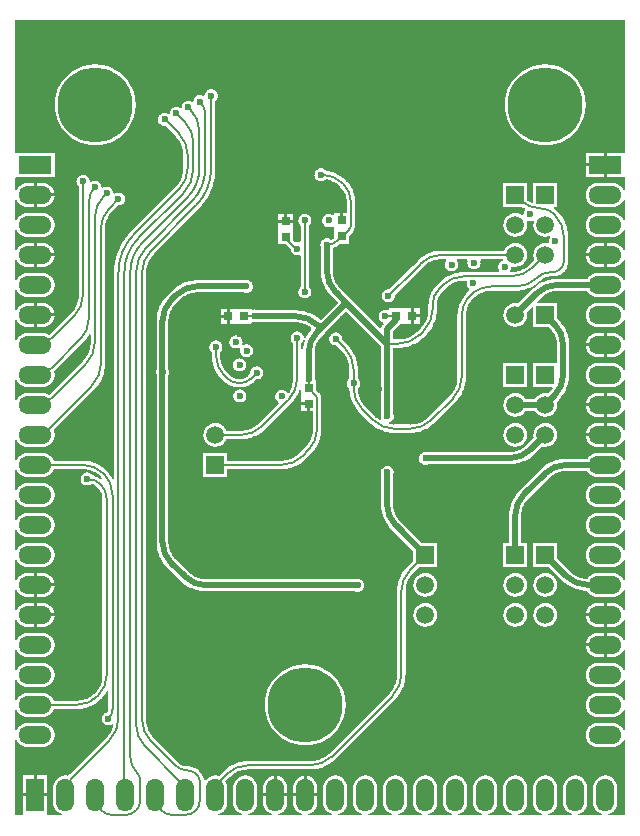
<source format=gbl>
G04*
G04 #@! TF.GenerationSoftware,Altium Limited,Altium Designer,18.1.9 (240)*
G04*
G04 Layer_Physical_Order=4*
G04 Layer_Color=16711680*
%FSLAX43Y43*%
%MOMM*%
G71*
G01*
G75*
%ADD12C,0.200*%
%ADD17R,0.750X0.800*%
%ADD34C,0.500*%
%ADD36C,1.500*%
%ADD37R,1.500X1.500*%
%ADD38R,1.500X1.500*%
%ADD39C,6.350*%
%ADD40R,2.794X1.524*%
%ADD41O,2.794X1.524*%
%ADD42R,1.524X2.794*%
%ADD43O,1.524X2.794*%
%ADD44C,0.600*%
%ADD46R,0.800X0.750*%
G36*
X49949Y54467D02*
X49911Y54356D01*
X49822Y54356D01*
X48387D01*
Y53340D01*
Y52324D01*
X49822D01*
X49911Y52324D01*
X49949Y52213D01*
Y51245D01*
X49822Y51217D01*
X49792Y51280D01*
X49741Y51365D01*
X49681Y51445D01*
X49614Y51519D01*
X49540Y51586D01*
X49460Y51646D01*
X49375Y51697D01*
X49284Y51740D01*
X49190Y51773D01*
X49093Y51798D01*
X48995Y51812D01*
X48895Y51817D01*
X47625D01*
X47525Y51812D01*
X47427Y51798D01*
X47330Y51773D01*
X47236Y51740D01*
X47145Y51697D01*
X47060Y51646D01*
X46980Y51586D01*
X46906Y51519D01*
X46839Y51445D01*
X46779Y51365D01*
X46728Y51280D01*
X46685Y51189D01*
X46652Y51095D01*
X46627Y50998D01*
X46613Y50900D01*
X46608Y50800D01*
X46613Y50700D01*
X46627Y50602D01*
X46652Y50505D01*
X46685Y50411D01*
X46728Y50320D01*
X46779Y50235D01*
X46839Y50155D01*
X46906Y50081D01*
X46980Y50014D01*
X47060Y49954D01*
X47145Y49903D01*
X47236Y49860D01*
X47330Y49827D01*
X47427Y49802D01*
X47525Y49788D01*
X47625Y49783D01*
X48895D01*
X48995Y49788D01*
X49093Y49802D01*
X49190Y49827D01*
X49284Y49860D01*
X49375Y49903D01*
X49460Y49954D01*
X49540Y50014D01*
X49614Y50081D01*
X49681Y50155D01*
X49741Y50235D01*
X49792Y50320D01*
X49822Y50383D01*
X49949Y50355D01*
Y48705D01*
X49822Y48677D01*
X49792Y48740D01*
X49741Y48825D01*
X49681Y48905D01*
X49614Y48979D01*
X49540Y49046D01*
X49460Y49106D01*
X49375Y49157D01*
X49284Y49200D01*
X49190Y49233D01*
X49093Y49258D01*
X48995Y49272D01*
X48895Y49277D01*
X47625D01*
X47525Y49272D01*
X47427Y49258D01*
X47330Y49233D01*
X47236Y49200D01*
X47145Y49157D01*
X47060Y49106D01*
X46980Y49046D01*
X46906Y48979D01*
X46839Y48905D01*
X46779Y48825D01*
X46728Y48740D01*
X46685Y48649D01*
X46652Y48555D01*
X46627Y48458D01*
X46613Y48360D01*
X46608Y48260D01*
X46613Y48160D01*
X46627Y48062D01*
X46652Y47965D01*
X46685Y47871D01*
X46728Y47780D01*
X46779Y47695D01*
X46839Y47615D01*
X46906Y47541D01*
X46980Y47474D01*
X47060Y47414D01*
X47145Y47363D01*
X47236Y47320D01*
X47330Y47287D01*
X47427Y47262D01*
X47525Y47248D01*
X47625Y47243D01*
X48895D01*
X48995Y47248D01*
X49093Y47262D01*
X49190Y47287D01*
X49284Y47320D01*
X49375Y47363D01*
X49460Y47414D01*
X49540Y47474D01*
X49614Y47541D01*
X49681Y47615D01*
X49741Y47695D01*
X49792Y47780D01*
X49822Y47843D01*
X49949Y47815D01*
Y46165D01*
X49822Y46137D01*
X49792Y46200D01*
X49741Y46285D01*
X49681Y46365D01*
X49614Y46439D01*
X49540Y46506D01*
X49460Y46566D01*
X49375Y46617D01*
X49284Y46660D01*
X49190Y46693D01*
X49093Y46718D01*
X48995Y46732D01*
X48895Y46737D01*
X48387D01*
Y45720D01*
Y44703D01*
X48895D01*
X48995Y44708D01*
X49093Y44722D01*
X49190Y44747D01*
X49284Y44780D01*
X49375Y44823D01*
X49460Y44874D01*
X49540Y44934D01*
X49614Y45001D01*
X49681Y45075D01*
X49741Y45155D01*
X49792Y45240D01*
X49822Y45303D01*
X49949Y45275D01*
Y43625D01*
X49822Y43597D01*
X49792Y43660D01*
X49741Y43745D01*
X49681Y43825D01*
X49614Y43899D01*
X49540Y43966D01*
X49460Y44026D01*
X49375Y44077D01*
X49284Y44120D01*
X49190Y44153D01*
X49093Y44178D01*
X48995Y44192D01*
X48895Y44197D01*
X47625D01*
X47525Y44192D01*
X47427Y44178D01*
X47330Y44153D01*
X47236Y44120D01*
X47145Y44077D01*
X47060Y44026D01*
X46980Y43966D01*
X46906Y43899D01*
X46839Y43825D01*
X46779Y43745D01*
X46743Y43685D01*
X44232D01*
Y43685D01*
X44061Y43680D01*
X43891Y43666D01*
X43722Y43642D01*
X43554Y43609D01*
X43389Y43566D01*
X43226Y43514D01*
X43067Y43453D01*
X42911Y43384D01*
X42759Y43305D01*
X42612Y43218D01*
X42470Y43124D01*
X42333Y43021D01*
X42203Y42911D01*
X42079Y42793D01*
X42079Y42793D01*
X40896Y41611D01*
X40836Y41626D01*
X40739Y41640D01*
X40640Y41645D01*
X40541Y41640D01*
X40444Y41626D01*
X40348Y41602D01*
X40255Y41569D01*
X40166Y41527D01*
X40082Y41476D01*
X40002Y41417D01*
X39929Y41351D01*
X39863Y41278D01*
X39804Y41198D01*
X39753Y41114D01*
X39711Y41025D01*
X39678Y40932D01*
X39654Y40836D01*
X39640Y40739D01*
X39635Y40640D01*
X39640Y40541D01*
X39654Y40444D01*
X39678Y40348D01*
X39711Y40255D01*
X39753Y40166D01*
X39804Y40082D01*
X39863Y40002D01*
X39929Y39929D01*
X40002Y39863D01*
X40082Y39804D01*
X40166Y39753D01*
X40255Y39711D01*
X40348Y39678D01*
X40444Y39654D01*
X40541Y39640D01*
X40640Y39635D01*
X40739Y39640D01*
X40836Y39654D01*
X40932Y39678D01*
X41025Y39711D01*
X41114Y39753D01*
X41198Y39804D01*
X41278Y39863D01*
X41351Y39929D01*
X41417Y40002D01*
X41476Y40082D01*
X41527Y40166D01*
X41569Y40255D01*
X41602Y40348D01*
X41626Y40444D01*
X41640Y40541D01*
X41645Y40640D01*
X41640Y40739D01*
X41626Y40836D01*
X41611Y40896D01*
X42059Y41344D01*
X42176Y41296D01*
Y39636D01*
X43470D01*
X43599Y39507D01*
X43606Y39501D01*
X43691Y39410D01*
X43775Y39307D01*
X43853Y39199D01*
X43923Y39086D01*
X43986Y38968D01*
X44041Y38847D01*
X44088Y38722D01*
X44126Y38595D01*
X44157Y38465D01*
X44178Y38334D01*
X44191Y38201D01*
X44196Y38077D01*
X44195Y38068D01*
Y36686D01*
X44184Y36564D01*
X42176D01*
Y34556D01*
X43783D01*
X43830Y34429D01*
X43775Y34353D01*
X43691Y34250D01*
X43606Y34159D01*
X43599Y34153D01*
X43436Y33991D01*
X43376Y34006D01*
X43279Y34020D01*
X43180Y34025D01*
X43081Y34020D01*
X42984Y34006D01*
X42888Y33982D01*
X42795Y33949D01*
X42706Y33907D01*
X42622Y33856D01*
X42542Y33797D01*
X42469Y33731D01*
X42403Y33658D01*
X42344Y33578D01*
X42312Y33525D01*
X41508D01*
X41476Y33578D01*
X41417Y33658D01*
X41351Y33731D01*
X41278Y33797D01*
X41198Y33856D01*
X41114Y33907D01*
X41025Y33949D01*
X40932Y33982D01*
X40836Y34006D01*
X40739Y34020D01*
X40640Y34025D01*
X40541Y34020D01*
X40444Y34006D01*
X40348Y33982D01*
X40255Y33949D01*
X40166Y33907D01*
X40082Y33856D01*
X40002Y33797D01*
X39929Y33731D01*
X39863Y33658D01*
X39804Y33578D01*
X39753Y33494D01*
X39711Y33405D01*
X39678Y33312D01*
X39654Y33216D01*
X39640Y33119D01*
X39635Y33020D01*
X39640Y32921D01*
X39654Y32824D01*
X39678Y32728D01*
X39711Y32635D01*
X39753Y32546D01*
X39804Y32462D01*
X39863Y32382D01*
X39929Y32309D01*
X40002Y32243D01*
X40082Y32184D01*
X40166Y32133D01*
X40255Y32091D01*
X40348Y32058D01*
X40444Y32034D01*
X40541Y32020D01*
X40640Y32015D01*
X40739Y32020D01*
X40836Y32034D01*
X40932Y32058D01*
X41025Y32091D01*
X41114Y32133D01*
X41198Y32184D01*
X41278Y32243D01*
X41351Y32309D01*
X41417Y32382D01*
X41476Y32462D01*
X41508Y32515D01*
X42312D01*
X42344Y32462D01*
X42403Y32382D01*
X42469Y32309D01*
X42542Y32243D01*
X42622Y32184D01*
X42706Y32133D01*
X42795Y32091D01*
X42888Y32058D01*
X42984Y32034D01*
X43081Y32020D01*
X43180Y32015D01*
X43279Y32020D01*
X43376Y32034D01*
X43472Y32058D01*
X43565Y32091D01*
X43654Y32133D01*
X43738Y32184D01*
X43818Y32243D01*
X43891Y32309D01*
X43957Y32382D01*
X44016Y32462D01*
X44067Y32546D01*
X44109Y32635D01*
X44142Y32728D01*
X44166Y32824D01*
X44180Y32921D01*
X44185Y33020D01*
X44180Y33119D01*
X44166Y33216D01*
X44151Y33276D01*
X44313Y33439D01*
X44313Y33439D01*
X44431Y33563D01*
X44541Y33693D01*
X44644Y33830D01*
X44738Y33972D01*
X44825Y34119D01*
X44904Y34271D01*
X44973Y34427D01*
X45034Y34586D01*
X45086Y34749D01*
X45129Y34914D01*
X45162Y35082D01*
X45186Y35251D01*
X45200Y35421D01*
X45205Y35592D01*
X45205D01*
Y38068D01*
X45205D01*
X45200Y38239D01*
X45186Y38409D01*
X45162Y38578D01*
X45129Y38746D01*
X45086Y38911D01*
X45034Y39074D01*
X44973Y39233D01*
X44904Y39389D01*
X44825Y39541D01*
X44738Y39688D01*
X44644Y39830D01*
X44541Y39967D01*
X44431Y40097D01*
X44313Y40221D01*
X44313Y40221D01*
X44184Y40350D01*
Y41644D01*
X42524D01*
X42476Y41761D01*
X42793Y42079D01*
X42799Y42086D01*
X42890Y42171D01*
X42993Y42255D01*
X43101Y42333D01*
X43214Y42403D01*
X43332Y42466D01*
X43453Y42521D01*
X43578Y42568D01*
X43705Y42606D01*
X43835Y42637D01*
X43966Y42658D01*
X44099Y42671D01*
X44223Y42676D01*
X44232Y42675D01*
X46743D01*
X46779Y42615D01*
X46839Y42535D01*
X46906Y42461D01*
X46980Y42394D01*
X47060Y42334D01*
X47145Y42283D01*
X47236Y42240D01*
X47330Y42207D01*
X47427Y42182D01*
X47525Y42168D01*
X47625Y42163D01*
X48895D01*
X48995Y42168D01*
X49093Y42182D01*
X49190Y42207D01*
X49284Y42240D01*
X49375Y42283D01*
X49460Y42334D01*
X49540Y42394D01*
X49614Y42461D01*
X49681Y42535D01*
X49741Y42615D01*
X49792Y42700D01*
X49822Y42763D01*
X49949Y42735D01*
Y41085D01*
X49822Y41057D01*
X49792Y41120D01*
X49741Y41205D01*
X49681Y41285D01*
X49614Y41359D01*
X49540Y41426D01*
X49460Y41486D01*
X49375Y41537D01*
X49284Y41580D01*
X49190Y41613D01*
X49093Y41638D01*
X48995Y41652D01*
X48895Y41657D01*
X47625D01*
X47525Y41652D01*
X47427Y41638D01*
X47330Y41613D01*
X47236Y41580D01*
X47145Y41537D01*
X47060Y41486D01*
X46980Y41426D01*
X46906Y41359D01*
X46839Y41285D01*
X46779Y41205D01*
X46728Y41120D01*
X46685Y41029D01*
X46652Y40935D01*
X46627Y40838D01*
X46613Y40740D01*
X46608Y40640D01*
X46613Y40540D01*
X46627Y40442D01*
X46652Y40345D01*
X46685Y40251D01*
X46728Y40160D01*
X46779Y40075D01*
X46839Y39995D01*
X46906Y39921D01*
X46980Y39854D01*
X47060Y39794D01*
X47145Y39743D01*
X47236Y39700D01*
X47330Y39667D01*
X47427Y39642D01*
X47525Y39628D01*
X47625Y39623D01*
X48895D01*
X48995Y39628D01*
X49093Y39642D01*
X49190Y39667D01*
X49284Y39700D01*
X49375Y39743D01*
X49460Y39794D01*
X49540Y39854D01*
X49614Y39921D01*
X49681Y39995D01*
X49741Y40075D01*
X49792Y40160D01*
X49822Y40223D01*
X49949Y40195D01*
Y38545D01*
X49822Y38517D01*
X49792Y38580D01*
X49741Y38665D01*
X49681Y38745D01*
X49614Y38819D01*
X49540Y38886D01*
X49460Y38946D01*
X49375Y38997D01*
X49284Y39040D01*
X49190Y39073D01*
X49093Y39098D01*
X48995Y39112D01*
X48895Y39117D01*
X48387D01*
Y38100D01*
Y37083D01*
X48895D01*
X48995Y37088D01*
X49093Y37102D01*
X49190Y37127D01*
X49284Y37160D01*
X49375Y37203D01*
X49460Y37254D01*
X49540Y37314D01*
X49614Y37381D01*
X49681Y37455D01*
X49741Y37535D01*
X49792Y37620D01*
X49822Y37683D01*
X49949Y37655D01*
Y36005D01*
X49822Y35977D01*
X49792Y36040D01*
X49741Y36125D01*
X49681Y36205D01*
X49614Y36279D01*
X49540Y36346D01*
X49460Y36406D01*
X49375Y36457D01*
X49284Y36500D01*
X49190Y36533D01*
X49093Y36558D01*
X48995Y36572D01*
X48895Y36577D01*
X47625D01*
X47525Y36572D01*
X47427Y36558D01*
X47330Y36533D01*
X47236Y36500D01*
X47145Y36457D01*
X47060Y36406D01*
X46980Y36346D01*
X46906Y36279D01*
X46839Y36205D01*
X46779Y36125D01*
X46728Y36040D01*
X46685Y35949D01*
X46652Y35855D01*
X46627Y35758D01*
X46613Y35660D01*
X46608Y35560D01*
X46613Y35460D01*
X46627Y35362D01*
X46652Y35265D01*
X46685Y35171D01*
X46728Y35080D01*
X46779Y34995D01*
X46839Y34915D01*
X46906Y34841D01*
X46980Y34774D01*
X47060Y34714D01*
X47145Y34663D01*
X47236Y34620D01*
X47330Y34587D01*
X47427Y34562D01*
X47525Y34548D01*
X47625Y34543D01*
X48895D01*
X48995Y34548D01*
X49093Y34562D01*
X49190Y34587D01*
X49284Y34620D01*
X49375Y34663D01*
X49460Y34714D01*
X49540Y34774D01*
X49614Y34841D01*
X49681Y34915D01*
X49741Y34995D01*
X49792Y35080D01*
X49822Y35143D01*
X49949Y35115D01*
Y33465D01*
X49822Y33437D01*
X49792Y33500D01*
X49741Y33585D01*
X49681Y33665D01*
X49614Y33739D01*
X49540Y33806D01*
X49460Y33866D01*
X49375Y33917D01*
X49284Y33960D01*
X49190Y33993D01*
X49093Y34018D01*
X48995Y34032D01*
X48895Y34037D01*
X48387D01*
Y33020D01*
Y32003D01*
X48895D01*
X48995Y32008D01*
X49093Y32022D01*
X49190Y32047D01*
X49284Y32080D01*
X49375Y32123D01*
X49460Y32174D01*
X49540Y32234D01*
X49614Y32301D01*
X49681Y32375D01*
X49741Y32455D01*
X49792Y32540D01*
X49822Y32603D01*
X49949Y32575D01*
Y30925D01*
X49822Y30897D01*
X49792Y30960D01*
X49741Y31045D01*
X49681Y31125D01*
X49614Y31199D01*
X49540Y31266D01*
X49460Y31326D01*
X49375Y31377D01*
X49284Y31420D01*
X49190Y31453D01*
X49093Y31478D01*
X48995Y31492D01*
X48895Y31497D01*
X48387D01*
Y30480D01*
Y29463D01*
X48895D01*
X48995Y29468D01*
X49093Y29482D01*
X49190Y29507D01*
X49284Y29540D01*
X49375Y29583D01*
X49460Y29634D01*
X49540Y29694D01*
X49614Y29761D01*
X49681Y29835D01*
X49741Y29915D01*
X49792Y30000D01*
X49822Y30063D01*
X49949Y30035D01*
Y28385D01*
X49822Y28357D01*
X49792Y28420D01*
X49741Y28505D01*
X49681Y28585D01*
X49614Y28659D01*
X49540Y28726D01*
X49460Y28786D01*
X49375Y28837D01*
X49284Y28880D01*
X49190Y28913D01*
X49093Y28938D01*
X48995Y28952D01*
X48895Y28957D01*
X47625D01*
X47525Y28952D01*
X47427Y28938D01*
X47330Y28913D01*
X47236Y28880D01*
X47145Y28837D01*
X47060Y28786D01*
X46980Y28726D01*
X46906Y28659D01*
X46839Y28585D01*
X46779Y28505D01*
X46743Y28445D01*
X44942D01*
Y28445D01*
X44771Y28440D01*
X44601Y28426D01*
X44432Y28402D01*
X44264Y28369D01*
X44099Y28326D01*
X43936Y28274D01*
X43777Y28213D01*
X43621Y28144D01*
X43469Y28065D01*
X43322Y27978D01*
X43180Y27884D01*
X43043Y27781D01*
X42913Y27671D01*
X42789Y27553D01*
X42789Y27553D01*
X41027Y25791D01*
X41027Y25791D01*
X40909Y25667D01*
X40799Y25537D01*
X40696Y25400D01*
X40602Y25258D01*
X40515Y25111D01*
X40436Y24959D01*
X40367Y24803D01*
X40306Y24644D01*
X40254Y24481D01*
X40211Y24316D01*
X40178Y24148D01*
X40154Y23979D01*
X40140Y23809D01*
X40135Y23638D01*
X40135D01*
Y21324D01*
X39636D01*
Y19316D01*
X41644D01*
Y21324D01*
X41145D01*
Y23638D01*
X41144Y23647D01*
X41149Y23771D01*
X41162Y23904D01*
X41183Y24035D01*
X41214Y24165D01*
X41252Y24292D01*
X41299Y24417D01*
X41354Y24538D01*
X41417Y24656D01*
X41487Y24769D01*
X41565Y24877D01*
X41649Y24980D01*
X41734Y25071D01*
X41741Y25077D01*
X43503Y26839D01*
X43509Y26846D01*
X43600Y26931D01*
X43703Y27015D01*
X43811Y27093D01*
X43924Y27163D01*
X44042Y27226D01*
X44163Y27281D01*
X44288Y27328D01*
X44415Y27366D01*
X44545Y27397D01*
X44676Y27418D01*
X44809Y27431D01*
X44933Y27436D01*
X44942Y27435D01*
X46743D01*
X46779Y27375D01*
X46839Y27295D01*
X46906Y27221D01*
X46980Y27154D01*
X47060Y27094D01*
X47145Y27043D01*
X47236Y27000D01*
X47330Y26967D01*
X47427Y26942D01*
X47525Y26928D01*
X47625Y26923D01*
X48895D01*
X48995Y26928D01*
X49093Y26942D01*
X49190Y26967D01*
X49284Y27000D01*
X49375Y27043D01*
X49460Y27094D01*
X49540Y27154D01*
X49614Y27221D01*
X49681Y27295D01*
X49741Y27375D01*
X49792Y27460D01*
X49822Y27523D01*
X49949Y27495D01*
Y25845D01*
X49822Y25817D01*
X49792Y25880D01*
X49741Y25965D01*
X49681Y26045D01*
X49614Y26119D01*
X49540Y26186D01*
X49460Y26246D01*
X49375Y26297D01*
X49284Y26340D01*
X49190Y26373D01*
X49093Y26398D01*
X48995Y26412D01*
X48895Y26417D01*
X47625D01*
X47525Y26412D01*
X47427Y26398D01*
X47330Y26373D01*
X47236Y26340D01*
X47145Y26297D01*
X47060Y26246D01*
X46980Y26186D01*
X46906Y26119D01*
X46839Y26045D01*
X46779Y25965D01*
X46728Y25880D01*
X46685Y25789D01*
X46652Y25695D01*
X46627Y25598D01*
X46613Y25500D01*
X46608Y25400D01*
X46613Y25300D01*
X46627Y25202D01*
X46652Y25105D01*
X46685Y25011D01*
X46728Y24920D01*
X46779Y24835D01*
X46839Y24755D01*
X46906Y24681D01*
X46980Y24614D01*
X47060Y24554D01*
X47145Y24503D01*
X47236Y24460D01*
X47330Y24427D01*
X47427Y24402D01*
X47525Y24388D01*
X47625Y24383D01*
X48895D01*
X48995Y24388D01*
X49093Y24402D01*
X49190Y24427D01*
X49284Y24460D01*
X49375Y24503D01*
X49460Y24554D01*
X49540Y24614D01*
X49614Y24681D01*
X49681Y24755D01*
X49741Y24835D01*
X49792Y24920D01*
X49822Y24983D01*
X49949Y24955D01*
Y23305D01*
X49822Y23277D01*
X49792Y23340D01*
X49741Y23425D01*
X49681Y23505D01*
X49614Y23579D01*
X49540Y23646D01*
X49460Y23706D01*
X49375Y23757D01*
X49284Y23800D01*
X49190Y23833D01*
X49093Y23858D01*
X48995Y23872D01*
X48895Y23877D01*
X47625D01*
X47525Y23872D01*
X47427Y23858D01*
X47330Y23833D01*
X47236Y23800D01*
X47145Y23757D01*
X47060Y23706D01*
X46980Y23646D01*
X46906Y23579D01*
X46839Y23505D01*
X46779Y23425D01*
X46728Y23340D01*
X46685Y23249D01*
X46652Y23155D01*
X46627Y23058D01*
X46613Y22960D01*
X46608Y22860D01*
X46613Y22760D01*
X46627Y22662D01*
X46652Y22565D01*
X46685Y22471D01*
X46728Y22380D01*
X46779Y22295D01*
X46839Y22215D01*
X46906Y22141D01*
X46980Y22074D01*
X47060Y22014D01*
X47145Y21963D01*
X47236Y21920D01*
X47330Y21887D01*
X47427Y21862D01*
X47525Y21848D01*
X47625Y21843D01*
X48895D01*
X48995Y21848D01*
X49093Y21862D01*
X49190Y21887D01*
X49284Y21920D01*
X49375Y21963D01*
X49460Y22014D01*
X49540Y22074D01*
X49614Y22141D01*
X49681Y22215D01*
X49741Y22295D01*
X49792Y22380D01*
X49822Y22443D01*
X49949Y22415D01*
Y20765D01*
X49822Y20737D01*
X49792Y20800D01*
X49741Y20885D01*
X49681Y20965D01*
X49614Y21039D01*
X49540Y21106D01*
X49460Y21166D01*
X49375Y21217D01*
X49284Y21260D01*
X49190Y21293D01*
X49093Y21318D01*
X48995Y21332D01*
X48895Y21337D01*
X47625D01*
X47525Y21332D01*
X47427Y21318D01*
X47330Y21293D01*
X47236Y21260D01*
X47145Y21217D01*
X47060Y21166D01*
X46980Y21106D01*
X46906Y21039D01*
X46839Y20965D01*
X46779Y20885D01*
X46728Y20800D01*
X46685Y20709D01*
X46652Y20615D01*
X46627Y20518D01*
X46613Y20420D01*
X46608Y20320D01*
X46613Y20220D01*
X46627Y20122D01*
X46652Y20025D01*
X46685Y19931D01*
X46728Y19840D01*
X46779Y19755D01*
X46839Y19675D01*
X46906Y19601D01*
X46980Y19534D01*
X47060Y19474D01*
X47145Y19423D01*
X47236Y19380D01*
X47330Y19347D01*
X47427Y19322D01*
X47525Y19308D01*
X47625Y19303D01*
X48895D01*
X48995Y19308D01*
X49093Y19322D01*
X49190Y19347D01*
X49284Y19380D01*
X49375Y19423D01*
X49460Y19474D01*
X49540Y19534D01*
X49614Y19601D01*
X49681Y19675D01*
X49741Y19755D01*
X49792Y19840D01*
X49822Y19903D01*
X49949Y19875D01*
Y18225D01*
X49822Y18197D01*
X49792Y18260D01*
X49741Y18345D01*
X49681Y18425D01*
X49614Y18499D01*
X49540Y18566D01*
X49460Y18626D01*
X49375Y18677D01*
X49284Y18720D01*
X49190Y18753D01*
X49093Y18778D01*
X48995Y18792D01*
X48895Y18797D01*
X47625D01*
X47525Y18792D01*
X47427Y18778D01*
X47330Y18753D01*
X47236Y18720D01*
X47145Y18677D01*
X47060Y18626D01*
X46980Y18566D01*
X46906Y18499D01*
X46839Y18425D01*
X46779Y18345D01*
X46743Y18285D01*
X46639Y18289D01*
X46506Y18302D01*
X46375Y18323D01*
X46245Y18354D01*
X46118Y18392D01*
X45993Y18439D01*
X45872Y18494D01*
X45754Y18557D01*
X45641Y18627D01*
X45533Y18705D01*
X45430Y18789D01*
X45339Y18874D01*
X45333Y18881D01*
X44184Y20030D01*
Y21324D01*
X42176D01*
Y19316D01*
X43470D01*
X44619Y18167D01*
X44619Y18167D01*
X44743Y18049D01*
X44873Y17939D01*
X45010Y17836D01*
X45152Y17742D01*
X45299Y17655D01*
X45451Y17576D01*
X45607Y17507D01*
X45766Y17446D01*
X45929Y17394D01*
X46094Y17351D01*
X46262Y17318D01*
X46431Y17294D01*
X46601Y17280D01*
X46743Y17276D01*
X46779Y17215D01*
X46839Y17135D01*
X46906Y17061D01*
X46980Y16994D01*
X47060Y16934D01*
X47145Y16883D01*
X47236Y16840D01*
X47330Y16807D01*
X47427Y16782D01*
X47525Y16768D01*
X47625Y16763D01*
X48895D01*
X48995Y16768D01*
X49093Y16782D01*
X49190Y16807D01*
X49284Y16840D01*
X49375Y16883D01*
X49460Y16934D01*
X49540Y16994D01*
X49614Y17061D01*
X49681Y17135D01*
X49741Y17215D01*
X49792Y17300D01*
X49822Y17363D01*
X49949Y17335D01*
Y15685D01*
X49822Y15657D01*
X49792Y15720D01*
X49741Y15805D01*
X49681Y15885D01*
X49614Y15959D01*
X49540Y16026D01*
X49460Y16086D01*
X49375Y16137D01*
X49284Y16180D01*
X49190Y16213D01*
X49093Y16238D01*
X48995Y16252D01*
X48895Y16257D01*
X48387D01*
Y15240D01*
Y14223D01*
X48895D01*
X48995Y14228D01*
X49093Y14242D01*
X49190Y14267D01*
X49284Y14300D01*
X49375Y14343D01*
X49460Y14394D01*
X49540Y14454D01*
X49614Y14521D01*
X49681Y14595D01*
X49741Y14675D01*
X49792Y14760D01*
X49822Y14823D01*
X49949Y14795D01*
Y13145D01*
X49822Y13117D01*
X49792Y13180D01*
X49741Y13265D01*
X49681Y13345D01*
X49614Y13419D01*
X49540Y13486D01*
X49460Y13546D01*
X49375Y13597D01*
X49284Y13640D01*
X49190Y13673D01*
X49093Y13698D01*
X48995Y13712D01*
X48895Y13717D01*
X48387D01*
Y12700D01*
Y11683D01*
X48895D01*
X48995Y11688D01*
X49093Y11702D01*
X49190Y11727D01*
X49284Y11760D01*
X49375Y11803D01*
X49460Y11854D01*
X49540Y11914D01*
X49614Y11981D01*
X49681Y12055D01*
X49741Y12135D01*
X49792Y12220D01*
X49822Y12283D01*
X49949Y12255D01*
Y10605D01*
X49822Y10577D01*
X49792Y10640D01*
X49741Y10725D01*
X49681Y10805D01*
X49614Y10879D01*
X49540Y10946D01*
X49460Y11006D01*
X49375Y11057D01*
X49284Y11100D01*
X49190Y11133D01*
X49093Y11158D01*
X48995Y11172D01*
X48895Y11177D01*
X47625D01*
X47525Y11172D01*
X47427Y11158D01*
X47330Y11133D01*
X47236Y11100D01*
X47145Y11057D01*
X47060Y11006D01*
X46980Y10946D01*
X46906Y10879D01*
X46839Y10805D01*
X46779Y10725D01*
X46728Y10640D01*
X46685Y10549D01*
X46652Y10455D01*
X46627Y10358D01*
X46613Y10260D01*
X46608Y10160D01*
X46613Y10060D01*
X46627Y9962D01*
X46652Y9865D01*
X46685Y9771D01*
X46728Y9680D01*
X46779Y9595D01*
X46839Y9515D01*
X46906Y9441D01*
X46980Y9374D01*
X47060Y9314D01*
X47145Y9263D01*
X47236Y9220D01*
X47330Y9187D01*
X47427Y9162D01*
X47525Y9148D01*
X47625Y9143D01*
X48895D01*
X48995Y9148D01*
X49093Y9162D01*
X49190Y9187D01*
X49284Y9220D01*
X49375Y9263D01*
X49460Y9314D01*
X49540Y9374D01*
X49614Y9441D01*
X49681Y9515D01*
X49741Y9595D01*
X49792Y9680D01*
X49822Y9743D01*
X49949Y9715D01*
Y8065D01*
X49822Y8037D01*
X49792Y8100D01*
X49741Y8185D01*
X49681Y8265D01*
X49614Y8339D01*
X49540Y8406D01*
X49460Y8466D01*
X49375Y8517D01*
X49284Y8560D01*
X49190Y8593D01*
X49093Y8618D01*
X48995Y8632D01*
X48895Y8637D01*
X47625D01*
X47525Y8632D01*
X47427Y8618D01*
X47330Y8593D01*
X47236Y8560D01*
X47145Y8517D01*
X47060Y8466D01*
X46980Y8406D01*
X46906Y8339D01*
X46839Y8265D01*
X46779Y8185D01*
X46728Y8100D01*
X46685Y8009D01*
X46652Y7915D01*
X46627Y7818D01*
X46613Y7720D01*
X46608Y7620D01*
X46613Y7520D01*
X46627Y7422D01*
X46652Y7325D01*
X46685Y7231D01*
X46728Y7140D01*
X46779Y7055D01*
X46839Y6975D01*
X46906Y6901D01*
X46980Y6834D01*
X47060Y6774D01*
X47145Y6723D01*
X47236Y6680D01*
X47330Y6647D01*
X47427Y6622D01*
X47525Y6608D01*
X47625Y6603D01*
X48895D01*
X48995Y6608D01*
X49093Y6622D01*
X49190Y6647D01*
X49284Y6680D01*
X49375Y6723D01*
X49460Y6774D01*
X49540Y6834D01*
X49614Y6901D01*
X49681Y6975D01*
X49741Y7055D01*
X49792Y7140D01*
X49822Y7203D01*
X49949Y7175D01*
Y5525D01*
X49822Y5497D01*
X49792Y5560D01*
X49741Y5645D01*
X49681Y5725D01*
X49614Y5799D01*
X49540Y5866D01*
X49460Y5926D01*
X49375Y5977D01*
X49284Y6020D01*
X49190Y6053D01*
X49093Y6078D01*
X48995Y6092D01*
X48895Y6097D01*
X47625D01*
X47525Y6092D01*
X47427Y6078D01*
X47330Y6053D01*
X47236Y6020D01*
X47145Y5977D01*
X47060Y5926D01*
X46980Y5866D01*
X46906Y5799D01*
X46839Y5725D01*
X46779Y5645D01*
X46728Y5560D01*
X46685Y5469D01*
X46652Y5375D01*
X46627Y5278D01*
X46613Y5180D01*
X46608Y5080D01*
X46613Y4980D01*
X46627Y4882D01*
X46652Y4785D01*
X46685Y4691D01*
X46728Y4600D01*
X46779Y4515D01*
X46839Y4435D01*
X46906Y4361D01*
X46980Y4294D01*
X47060Y4234D01*
X47145Y4183D01*
X47236Y4140D01*
X47330Y4107D01*
X47427Y4082D01*
X47525Y4068D01*
X47625Y4063D01*
X48895D01*
X48995Y4068D01*
X49093Y4082D01*
X49190Y4107D01*
X49284Y4140D01*
X49375Y4183D01*
X49460Y4234D01*
X49540Y4294D01*
X49614Y4361D01*
X49681Y4435D01*
X49741Y4515D01*
X49792Y4600D01*
X49822Y4663D01*
X49949Y4635D01*
Y-1749D01*
X48518D01*
X48502Y-1622D01*
X48555Y-1608D01*
X48649Y-1575D01*
X48740Y-1532D01*
X48825Y-1481D01*
X48905Y-1421D01*
X48979Y-1354D01*
X49046Y-1280D01*
X49106Y-1200D01*
X49157Y-1115D01*
X49200Y-1024D01*
X49233Y-930D01*
X49258Y-833D01*
X49272Y-735D01*
X49277Y-635D01*
Y635D01*
X49272Y735D01*
X49258Y833D01*
X49233Y930D01*
X49200Y1024D01*
X49157Y1115D01*
X49106Y1200D01*
X49046Y1280D01*
X48979Y1354D01*
X48905Y1421D01*
X48825Y1481D01*
X48740Y1532D01*
X48649Y1575D01*
X48555Y1608D01*
X48458Y1633D01*
X48360Y1647D01*
X48260Y1652D01*
X48160Y1647D01*
X48062Y1633D01*
X47965Y1608D01*
X47871Y1575D01*
X47780Y1532D01*
X47695Y1481D01*
X47615Y1421D01*
X47541Y1354D01*
X47474Y1280D01*
X47414Y1200D01*
X47363Y1115D01*
X47320Y1024D01*
X47287Y930D01*
X47262Y833D01*
X47248Y735D01*
X47243Y635D01*
Y-635D01*
X47248Y-735D01*
X47262Y-833D01*
X47287Y-930D01*
X47320Y-1024D01*
X47363Y-1115D01*
X47414Y-1200D01*
X47474Y-1280D01*
X47541Y-1354D01*
X47615Y-1421D01*
X47695Y-1481D01*
X47780Y-1532D01*
X47871Y-1575D01*
X47965Y-1608D01*
X48018Y-1622D01*
X48002Y-1749D01*
X45978D01*
X45962Y-1622D01*
X46015Y-1608D01*
X46109Y-1575D01*
X46200Y-1532D01*
X46285Y-1481D01*
X46365Y-1421D01*
X46439Y-1354D01*
X46506Y-1280D01*
X46566Y-1200D01*
X46617Y-1115D01*
X46660Y-1024D01*
X46693Y-930D01*
X46718Y-833D01*
X46732Y-735D01*
X46737Y-635D01*
Y635D01*
X46732Y735D01*
X46718Y833D01*
X46693Y930D01*
X46660Y1024D01*
X46617Y1115D01*
X46566Y1200D01*
X46506Y1280D01*
X46439Y1354D01*
X46365Y1421D01*
X46285Y1481D01*
X46200Y1532D01*
X46109Y1575D01*
X46015Y1608D01*
X45918Y1633D01*
X45820Y1647D01*
X45720Y1652D01*
X45620Y1647D01*
X45522Y1633D01*
X45425Y1608D01*
X45331Y1575D01*
X45240Y1532D01*
X45155Y1481D01*
X45075Y1421D01*
X45001Y1354D01*
X44934Y1280D01*
X44874Y1200D01*
X44823Y1115D01*
X44780Y1024D01*
X44747Y930D01*
X44722Y833D01*
X44708Y735D01*
X44703Y635D01*
Y-635D01*
X44708Y-735D01*
X44722Y-833D01*
X44747Y-930D01*
X44780Y-1024D01*
X44823Y-1115D01*
X44874Y-1200D01*
X44934Y-1280D01*
X45001Y-1354D01*
X45075Y-1421D01*
X45155Y-1481D01*
X45240Y-1532D01*
X45331Y-1575D01*
X45425Y-1608D01*
X45478Y-1622D01*
X45462Y-1749D01*
X43438D01*
X43422Y-1622D01*
X43475Y-1608D01*
X43569Y-1575D01*
X43660Y-1532D01*
X43745Y-1481D01*
X43825Y-1421D01*
X43899Y-1354D01*
X43966Y-1280D01*
X44026Y-1200D01*
X44077Y-1115D01*
X44120Y-1024D01*
X44153Y-930D01*
X44178Y-833D01*
X44192Y-735D01*
X44197Y-635D01*
Y635D01*
X44192Y735D01*
X44178Y833D01*
X44153Y930D01*
X44120Y1024D01*
X44077Y1115D01*
X44026Y1200D01*
X43966Y1280D01*
X43899Y1354D01*
X43825Y1421D01*
X43745Y1481D01*
X43660Y1532D01*
X43569Y1575D01*
X43475Y1608D01*
X43378Y1633D01*
X43280Y1647D01*
X43180Y1652D01*
X43080Y1647D01*
X42982Y1633D01*
X42885Y1608D01*
X42791Y1575D01*
X42700Y1532D01*
X42615Y1481D01*
X42535Y1421D01*
X42461Y1354D01*
X42394Y1280D01*
X42334Y1200D01*
X42283Y1115D01*
X42240Y1024D01*
X42207Y930D01*
X42182Y833D01*
X42168Y735D01*
X42163Y635D01*
Y-635D01*
X42168Y-735D01*
X42182Y-833D01*
X42207Y-930D01*
X42240Y-1024D01*
X42283Y-1115D01*
X42334Y-1200D01*
X42394Y-1280D01*
X42461Y-1354D01*
X42535Y-1421D01*
X42615Y-1481D01*
X42700Y-1532D01*
X42791Y-1575D01*
X42885Y-1608D01*
X42938Y-1622D01*
X42922Y-1749D01*
X40898D01*
X40882Y-1622D01*
X40935Y-1608D01*
X41029Y-1575D01*
X41120Y-1532D01*
X41205Y-1481D01*
X41285Y-1421D01*
X41359Y-1354D01*
X41426Y-1280D01*
X41486Y-1200D01*
X41537Y-1115D01*
X41580Y-1024D01*
X41613Y-930D01*
X41638Y-833D01*
X41652Y-735D01*
X41657Y-635D01*
Y635D01*
X41652Y735D01*
X41638Y833D01*
X41613Y930D01*
X41580Y1024D01*
X41537Y1115D01*
X41486Y1200D01*
X41426Y1280D01*
X41359Y1354D01*
X41285Y1421D01*
X41205Y1481D01*
X41120Y1532D01*
X41029Y1575D01*
X40935Y1608D01*
X40838Y1633D01*
X40740Y1647D01*
X40640Y1652D01*
X40540Y1647D01*
X40442Y1633D01*
X40345Y1608D01*
X40251Y1575D01*
X40160Y1532D01*
X40075Y1481D01*
X39995Y1421D01*
X39921Y1354D01*
X39854Y1280D01*
X39794Y1200D01*
X39743Y1115D01*
X39700Y1024D01*
X39667Y930D01*
X39642Y833D01*
X39628Y735D01*
X39623Y635D01*
Y-635D01*
X39628Y-735D01*
X39642Y-833D01*
X39667Y-930D01*
X39700Y-1024D01*
X39743Y-1115D01*
X39794Y-1200D01*
X39854Y-1280D01*
X39921Y-1354D01*
X39995Y-1421D01*
X40075Y-1481D01*
X40160Y-1532D01*
X40251Y-1575D01*
X40345Y-1608D01*
X40398Y-1622D01*
X40382Y-1749D01*
X38358D01*
X38342Y-1622D01*
X38395Y-1608D01*
X38489Y-1575D01*
X38580Y-1532D01*
X38665Y-1481D01*
X38745Y-1421D01*
X38819Y-1354D01*
X38886Y-1280D01*
X38946Y-1200D01*
X38997Y-1115D01*
X39040Y-1024D01*
X39073Y-930D01*
X39098Y-833D01*
X39112Y-735D01*
X39117Y-635D01*
Y635D01*
X39112Y735D01*
X39098Y833D01*
X39073Y930D01*
X39040Y1024D01*
X38997Y1115D01*
X38946Y1200D01*
X38886Y1280D01*
X38819Y1354D01*
X38745Y1421D01*
X38665Y1481D01*
X38580Y1532D01*
X38489Y1575D01*
X38395Y1608D01*
X38298Y1633D01*
X38200Y1647D01*
X38100Y1652D01*
X38000Y1647D01*
X37902Y1633D01*
X37805Y1608D01*
X37711Y1575D01*
X37620Y1532D01*
X37535Y1481D01*
X37455Y1421D01*
X37381Y1354D01*
X37314Y1280D01*
X37254Y1200D01*
X37203Y1115D01*
X37160Y1024D01*
X37127Y930D01*
X37102Y833D01*
X37088Y735D01*
X37083Y635D01*
Y-635D01*
X37088Y-735D01*
X37102Y-833D01*
X37127Y-930D01*
X37160Y-1024D01*
X37203Y-1115D01*
X37254Y-1200D01*
X37314Y-1280D01*
X37381Y-1354D01*
X37455Y-1421D01*
X37535Y-1481D01*
X37620Y-1532D01*
X37711Y-1575D01*
X37805Y-1608D01*
X37858Y-1622D01*
X37842Y-1749D01*
X35818D01*
X35802Y-1622D01*
X35855Y-1608D01*
X35949Y-1575D01*
X36040Y-1532D01*
X36125Y-1481D01*
X36205Y-1421D01*
X36279Y-1354D01*
X36346Y-1280D01*
X36406Y-1200D01*
X36457Y-1115D01*
X36500Y-1024D01*
X36533Y-930D01*
X36558Y-833D01*
X36572Y-735D01*
X36577Y-635D01*
Y635D01*
X36572Y735D01*
X36558Y833D01*
X36533Y930D01*
X36500Y1024D01*
X36457Y1115D01*
X36406Y1200D01*
X36346Y1280D01*
X36279Y1354D01*
X36205Y1421D01*
X36125Y1481D01*
X36040Y1532D01*
X35949Y1575D01*
X35855Y1608D01*
X35758Y1633D01*
X35660Y1647D01*
X35560Y1652D01*
X35460Y1647D01*
X35362Y1633D01*
X35265Y1608D01*
X35171Y1575D01*
X35080Y1532D01*
X34995Y1481D01*
X34915Y1421D01*
X34841Y1354D01*
X34774Y1280D01*
X34714Y1200D01*
X34663Y1115D01*
X34620Y1024D01*
X34587Y930D01*
X34562Y833D01*
X34548Y735D01*
X34543Y635D01*
Y-635D01*
X34548Y-735D01*
X34562Y-833D01*
X34587Y-930D01*
X34620Y-1024D01*
X34663Y-1115D01*
X34714Y-1200D01*
X34774Y-1280D01*
X34841Y-1354D01*
X34915Y-1421D01*
X34995Y-1481D01*
X35080Y-1532D01*
X35171Y-1575D01*
X35265Y-1608D01*
X35318Y-1622D01*
X35302Y-1749D01*
X33278D01*
X33262Y-1622D01*
X33315Y-1608D01*
X33409Y-1575D01*
X33500Y-1532D01*
X33585Y-1481D01*
X33665Y-1421D01*
X33739Y-1354D01*
X33806Y-1280D01*
X33866Y-1200D01*
X33917Y-1115D01*
X33960Y-1024D01*
X33993Y-930D01*
X34018Y-833D01*
X34032Y-735D01*
X34037Y-635D01*
Y635D01*
X34032Y735D01*
X34018Y833D01*
X33993Y930D01*
X33960Y1024D01*
X33917Y1115D01*
X33866Y1200D01*
X33806Y1280D01*
X33739Y1354D01*
X33665Y1421D01*
X33585Y1481D01*
X33500Y1532D01*
X33409Y1575D01*
X33315Y1608D01*
X33218Y1633D01*
X33120Y1647D01*
X33020Y1652D01*
X32920Y1647D01*
X32822Y1633D01*
X32725Y1608D01*
X32631Y1575D01*
X32540Y1532D01*
X32455Y1481D01*
X32375Y1421D01*
X32301Y1354D01*
X32234Y1280D01*
X32174Y1200D01*
X32123Y1115D01*
X32080Y1024D01*
X32047Y930D01*
X32022Y833D01*
X32008Y735D01*
X32003Y635D01*
Y-635D01*
X32008Y-735D01*
X32022Y-833D01*
X32047Y-930D01*
X32080Y-1024D01*
X32123Y-1115D01*
X32174Y-1200D01*
X32234Y-1280D01*
X32301Y-1354D01*
X32375Y-1421D01*
X32455Y-1481D01*
X32540Y-1532D01*
X32631Y-1575D01*
X32725Y-1608D01*
X32778Y-1622D01*
X32762Y-1749D01*
X30738D01*
X30722Y-1622D01*
X30775Y-1608D01*
X30869Y-1575D01*
X30960Y-1532D01*
X31045Y-1481D01*
X31125Y-1421D01*
X31199Y-1354D01*
X31266Y-1280D01*
X31326Y-1200D01*
X31377Y-1115D01*
X31420Y-1024D01*
X31453Y-930D01*
X31478Y-833D01*
X31492Y-735D01*
X31497Y-635D01*
Y635D01*
X31492Y735D01*
X31478Y833D01*
X31453Y930D01*
X31420Y1024D01*
X31377Y1115D01*
X31326Y1200D01*
X31266Y1280D01*
X31199Y1354D01*
X31125Y1421D01*
X31045Y1481D01*
X30960Y1532D01*
X30869Y1575D01*
X30775Y1608D01*
X30678Y1633D01*
X30580Y1647D01*
X30480Y1652D01*
X30380Y1647D01*
X30282Y1633D01*
X30185Y1608D01*
X30091Y1575D01*
X30000Y1532D01*
X29915Y1481D01*
X29835Y1421D01*
X29761Y1354D01*
X29694Y1280D01*
X29634Y1200D01*
X29583Y1115D01*
X29540Y1024D01*
X29507Y930D01*
X29482Y833D01*
X29468Y735D01*
X29463Y635D01*
Y-635D01*
X29468Y-735D01*
X29482Y-833D01*
X29507Y-930D01*
X29540Y-1024D01*
X29583Y-1115D01*
X29634Y-1200D01*
X29694Y-1280D01*
X29761Y-1354D01*
X29835Y-1421D01*
X29915Y-1481D01*
X30000Y-1532D01*
X30091Y-1575D01*
X30185Y-1608D01*
X30238Y-1622D01*
X30222Y-1749D01*
X28198D01*
X28182Y-1622D01*
X28235Y-1608D01*
X28329Y-1575D01*
X28420Y-1532D01*
X28505Y-1481D01*
X28585Y-1421D01*
X28659Y-1354D01*
X28726Y-1280D01*
X28786Y-1200D01*
X28837Y-1115D01*
X28880Y-1024D01*
X28913Y-930D01*
X28938Y-833D01*
X28952Y-735D01*
X28957Y-635D01*
Y635D01*
X28952Y735D01*
X28938Y833D01*
X28913Y930D01*
X28880Y1024D01*
X28837Y1115D01*
X28786Y1200D01*
X28726Y1280D01*
X28659Y1354D01*
X28585Y1421D01*
X28505Y1481D01*
X28420Y1532D01*
X28329Y1575D01*
X28235Y1608D01*
X28138Y1633D01*
X28040Y1647D01*
X27940Y1652D01*
X27840Y1647D01*
X27742Y1633D01*
X27645Y1608D01*
X27551Y1575D01*
X27460Y1532D01*
X27375Y1481D01*
X27295Y1421D01*
X27221Y1354D01*
X27154Y1280D01*
X27094Y1200D01*
X27043Y1115D01*
X27000Y1024D01*
X26967Y930D01*
X26942Y833D01*
X26928Y735D01*
X26923Y635D01*
Y-635D01*
X26928Y-735D01*
X26942Y-833D01*
X26967Y-930D01*
X27000Y-1024D01*
X27043Y-1115D01*
X27094Y-1200D01*
X27154Y-1280D01*
X27221Y-1354D01*
X27295Y-1421D01*
X27375Y-1481D01*
X27460Y-1532D01*
X27551Y-1575D01*
X27645Y-1608D01*
X27698Y-1622D01*
X27682Y-1749D01*
X25658D01*
X25642Y-1622D01*
X25695Y-1608D01*
X25789Y-1575D01*
X25880Y-1532D01*
X25965Y-1481D01*
X26045Y-1421D01*
X26119Y-1354D01*
X26186Y-1280D01*
X26246Y-1200D01*
X26297Y-1115D01*
X26340Y-1024D01*
X26373Y-930D01*
X26398Y-833D01*
X26412Y-735D01*
X26417Y-635D01*
Y635D01*
X26412Y735D01*
X26398Y833D01*
X26373Y930D01*
X26340Y1024D01*
X26297Y1115D01*
X26246Y1200D01*
X26186Y1280D01*
X26119Y1354D01*
X26045Y1421D01*
X25965Y1481D01*
X25880Y1532D01*
X25789Y1575D01*
X25695Y1608D01*
X25598Y1633D01*
X25500Y1647D01*
X25400Y1652D01*
X25300Y1647D01*
X25202Y1633D01*
X25105Y1608D01*
X25011Y1575D01*
X24920Y1532D01*
X24835Y1481D01*
X24755Y1421D01*
X24681Y1354D01*
X24614Y1280D01*
X24554Y1200D01*
X24503Y1115D01*
X24460Y1024D01*
X24427Y930D01*
X24402Y833D01*
X24388Y735D01*
X24383Y635D01*
Y-635D01*
X24388Y-735D01*
X24402Y-833D01*
X24427Y-930D01*
X24460Y-1024D01*
X24503Y-1115D01*
X24554Y-1200D01*
X24614Y-1280D01*
X24681Y-1354D01*
X24755Y-1421D01*
X24835Y-1481D01*
X24920Y-1532D01*
X25011Y-1575D01*
X25105Y-1608D01*
X25158Y-1622D01*
X25142Y-1749D01*
X23118D01*
X23102Y-1622D01*
X23155Y-1608D01*
X23249Y-1575D01*
X23340Y-1532D01*
X23425Y-1481D01*
X23505Y-1421D01*
X23579Y-1354D01*
X23646Y-1280D01*
X23706Y-1200D01*
X23757Y-1115D01*
X23800Y-1024D01*
X23833Y-930D01*
X23858Y-833D01*
X23872Y-735D01*
X23877Y-635D01*
Y-127D01*
X22860D01*
X21843D01*
Y-635D01*
X21848Y-735D01*
X21862Y-833D01*
X21887Y-930D01*
X21920Y-1024D01*
X21963Y-1115D01*
X22014Y-1200D01*
X22074Y-1280D01*
X22141Y-1354D01*
X22215Y-1421D01*
X22295Y-1481D01*
X22380Y-1532D01*
X22471Y-1575D01*
X22565Y-1608D01*
X22618Y-1622D01*
X22602Y-1749D01*
X20578D01*
X20562Y-1622D01*
X20615Y-1608D01*
X20709Y-1575D01*
X20800Y-1532D01*
X20885Y-1481D01*
X20965Y-1421D01*
X21039Y-1354D01*
X21106Y-1280D01*
X21166Y-1200D01*
X21217Y-1115D01*
X21260Y-1024D01*
X21293Y-930D01*
X21318Y-833D01*
X21332Y-735D01*
X21337Y-635D01*
Y-127D01*
X20320D01*
Y0D01*
D01*
Y-127D01*
X19303D01*
Y-635D01*
X19308Y-735D01*
X19322Y-833D01*
X19347Y-930D01*
X19380Y-1024D01*
X19423Y-1115D01*
X19474Y-1200D01*
X19534Y-1280D01*
X19601Y-1354D01*
X19675Y-1421D01*
X19755Y-1481D01*
X19840Y-1532D01*
X19931Y-1575D01*
X20025Y-1608D01*
X20078Y-1622D01*
X20062Y-1749D01*
X18038D01*
X18022Y-1622D01*
X18075Y-1608D01*
X18169Y-1575D01*
X18260Y-1532D01*
X18345Y-1481D01*
X18425Y-1421D01*
X18499Y-1354D01*
X18566Y-1280D01*
X18626Y-1200D01*
X18677Y-1115D01*
X18720Y-1024D01*
X18753Y-930D01*
X18778Y-833D01*
X18792Y-735D01*
X18797Y-635D01*
Y635D01*
X18792Y735D01*
X18778Y833D01*
X18753Y930D01*
X18720Y1024D01*
X18677Y1115D01*
X18626Y1200D01*
X18566Y1280D01*
X18499Y1354D01*
X18425Y1421D01*
X18345Y1481D01*
X18260Y1532D01*
X18169Y1575D01*
X18075Y1608D01*
X17978Y1633D01*
X17880Y1647D01*
X17780Y1652D01*
X17680Y1647D01*
X17582Y1633D01*
X17485Y1608D01*
X17391Y1575D01*
X17300Y1532D01*
X17215Y1481D01*
X17135Y1421D01*
X17061Y1354D01*
X16994Y1280D01*
X16934Y1200D01*
X16883Y1115D01*
X16840Y1024D01*
X16807Y930D01*
X16782Y833D01*
X16768Y735D01*
X16763Y635D01*
Y-635D01*
X16768Y-735D01*
X16782Y-833D01*
X16807Y-930D01*
X16840Y-1024D01*
X16883Y-1115D01*
X16934Y-1200D01*
X16994Y-1280D01*
X17061Y-1354D01*
X17135Y-1421D01*
X17215Y-1481D01*
X17300Y-1532D01*
X17391Y-1575D01*
X17485Y-1608D01*
X17538Y-1622D01*
X17522Y-1749D01*
X15498D01*
X15482Y-1622D01*
X15535Y-1608D01*
X15629Y-1575D01*
X15720Y-1532D01*
X15805Y-1481D01*
X15885Y-1421D01*
X15959Y-1354D01*
X16026Y-1280D01*
X16086Y-1200D01*
X16137Y-1115D01*
X16180Y-1024D01*
X16213Y-930D01*
X16238Y-833D01*
X16252Y-735D01*
X16257Y-635D01*
Y635D01*
X16252Y735D01*
X16238Y833D01*
X16213Y930D01*
X16180Y1024D01*
X16137Y1115D01*
X16111Y1159D01*
X16457Y1505D01*
X16463Y1512D01*
X16561Y1603D01*
X16671Y1694D01*
X16788Y1778D01*
X16909Y1853D01*
X17035Y1920D01*
X17166Y1980D01*
X17299Y2030D01*
X17436Y2071D01*
X17576Y2104D01*
X17717Y2127D01*
X17859Y2141D01*
X17993Y2146D01*
X18002Y2145D01*
X23298D01*
Y2145D01*
X23460Y2149D01*
X23622Y2163D01*
X23783Y2186D01*
X23942Y2217D01*
X24099Y2258D01*
X24254Y2307D01*
X24406Y2365D01*
X24554Y2432D01*
X24698Y2506D01*
X24838Y2589D01*
X24973Y2679D01*
X25103Y2776D01*
X25227Y2881D01*
X25345Y2993D01*
X25345Y2993D01*
X30507Y8155D01*
X30507Y8155D01*
X30619Y8273D01*
X30724Y8397D01*
X30821Y8527D01*
X30911Y8662D01*
X30994Y8802D01*
X31068Y8946D01*
X31135Y9094D01*
X31193Y9246D01*
X31242Y9401D01*
X31283Y9558D01*
X31314Y9717D01*
X31337Y9878D01*
X31351Y10040D01*
X31355Y10202D01*
X31355D01*
Y17248D01*
X31354Y17257D01*
X31359Y17391D01*
X31373Y17533D01*
X31396Y17674D01*
X31429Y17814D01*
X31470Y17951D01*
X31520Y18084D01*
X31580Y18215D01*
X31647Y18341D01*
X31722Y18462D01*
X31806Y18579D01*
X31897Y18689D01*
X31988Y18787D01*
X31995Y18793D01*
X32518Y19316D01*
X34024D01*
Y21324D01*
X32730D01*
X30871Y23183D01*
X30864Y23190D01*
X30776Y23283D01*
X30690Y23391D01*
X30611Y23504D01*
X30541Y23623D01*
X30479Y23746D01*
X30426Y23874D01*
X30382Y24005D01*
X30348Y24139D01*
X30324Y24275D01*
X30309Y24412D01*
X30304Y24540D01*
X30305Y24550D01*
Y27072D01*
X30313Y27088D01*
X30336Y27156D01*
X30350Y27228D01*
X30355Y27300D01*
X30350Y27372D01*
X30336Y27444D01*
X30313Y27512D01*
X30281Y27578D01*
X30240Y27638D01*
X30193Y27693D01*
X30138Y27740D01*
X30078Y27781D01*
X30012Y27813D01*
X29944Y27836D01*
X29872Y27850D01*
X29800Y27855D01*
X29728Y27850D01*
X29656Y27836D01*
X29588Y27813D01*
X29522Y27781D01*
X29462Y27740D01*
X29407Y27693D01*
X29360Y27638D01*
X29319Y27578D01*
X29287Y27512D01*
X29264Y27444D01*
X29250Y27372D01*
X29245Y27300D01*
X29250Y27228D01*
X29264Y27156D01*
X29287Y27088D01*
X29295Y27072D01*
Y24550D01*
X29295D01*
X29299Y24385D01*
X29313Y24220D01*
X29336Y24057D01*
X29369Y23895D01*
X29410Y23735D01*
X29460Y23578D01*
X29519Y23424D01*
X29586Y23273D01*
X29662Y23126D01*
X29746Y22984D01*
X29838Y22847D01*
X29937Y22715D01*
X30044Y22589D01*
X30157Y22469D01*
X30157Y22469D01*
X32016Y20610D01*
Y19818D01*
X31493Y19295D01*
X31493Y19295D01*
X31381Y19177D01*
X31276Y19053D01*
X31179Y18923D01*
X31089Y18788D01*
X31006Y18648D01*
X30932Y18504D01*
X30865Y18356D01*
X30807Y18204D01*
X30758Y18049D01*
X30717Y17892D01*
X30686Y17733D01*
X30663Y17572D01*
X30649Y17410D01*
X30645Y17248D01*
X30645D01*
Y10202D01*
X30646Y10193D01*
X30641Y10059D01*
X30627Y9917D01*
X30604Y9776D01*
X30571Y9636D01*
X30530Y9499D01*
X30480Y9366D01*
X30420Y9235D01*
X30353Y9109D01*
X30278Y8988D01*
X30194Y8871D01*
X30103Y8761D01*
X30012Y8663D01*
X30005Y8657D01*
X24843Y3495D01*
X24837Y3488D01*
X24739Y3397D01*
X24629Y3306D01*
X24512Y3222D01*
X24391Y3147D01*
X24265Y3080D01*
X24134Y3020D01*
X24001Y2970D01*
X23864Y2929D01*
X23724Y2896D01*
X23583Y2873D01*
X23441Y2859D01*
X23307Y2854D01*
X23298Y2855D01*
X18002D01*
Y2855D01*
X17840Y2851D01*
X17678Y2837D01*
X17517Y2814D01*
X17358Y2783D01*
X17201Y2742D01*
X17046Y2693D01*
X16894Y2635D01*
X16746Y2568D01*
X16602Y2494D01*
X16462Y2411D01*
X16327Y2321D01*
X16197Y2224D01*
X16073Y2119D01*
X15955Y2007D01*
X15955Y2007D01*
X15551Y1603D01*
X15535Y1608D01*
X15438Y1633D01*
X15340Y1647D01*
X15240Y1652D01*
X15140Y1647D01*
X15042Y1633D01*
X14945Y1608D01*
X14851Y1575D01*
X14760Y1532D01*
X14675Y1481D01*
X14595Y1421D01*
X14521Y1354D01*
X14454Y1280D01*
X14420Y1234D01*
X14301Y1258D01*
X14287Y1267D01*
X14268Y1366D01*
X14239Y1469D01*
X14202Y1569D01*
X14157Y1665D01*
X14105Y1758D01*
X14046Y1846D01*
X13980Y1930D01*
X13908Y2008D01*
X13830Y2080D01*
X13746Y2146D01*
X13658Y2205D01*
X13565Y2257D01*
X13469Y2302D01*
X13369Y2339D01*
X13266Y2368D01*
X13162Y2388D01*
X13056Y2401D01*
X12951Y2405D01*
X12950Y2405D01*
X12942Y2404D01*
X12844Y2409D01*
X12739Y2423D01*
X12635Y2446D01*
X12534Y2477D01*
X12436Y2518D01*
X12342Y2567D01*
X12253Y2624D01*
X12169Y2688D01*
X12097Y2755D01*
X12091Y2761D01*
X10045Y4807D01*
X10038Y4813D01*
X9947Y4911D01*
X9856Y5021D01*
X9772Y5138D01*
X9697Y5259D01*
X9630Y5385D01*
X9570Y5516D01*
X9520Y5649D01*
X9479Y5786D01*
X9446Y5926D01*
X9423Y6067D01*
X9409Y6209D01*
X9404Y6343D01*
X9405Y6352D01*
Y44269D01*
X9404Y44278D01*
X9409Y44412D01*
X9423Y44555D01*
X9446Y44696D01*
X9479Y44835D01*
X9520Y44972D01*
X9570Y45106D01*
X9630Y45236D01*
X9697Y45362D01*
X9772Y45484D01*
X9856Y45600D01*
X9947Y45711D01*
X10038Y45809D01*
X10045Y45814D01*
X13821Y49591D01*
X13821Y49591D01*
X13969Y49745D01*
X14110Y49906D01*
X14244Y50072D01*
X14370Y50244D01*
X14489Y50422D01*
X14599Y50605D01*
X14702Y50792D01*
X14797Y50983D01*
X14883Y51179D01*
X14960Y51378D01*
X15029Y51580D01*
X15088Y51785D01*
X15139Y51993D01*
X15181Y52202D01*
X15213Y52413D01*
X15237Y52625D01*
X15251Y52839D01*
X15255Y53052D01*
X15255D01*
Y58775D01*
X15293Y58807D01*
X15340Y58862D01*
X15381Y58922D01*
X15413Y58988D01*
X15436Y59056D01*
X15450Y59128D01*
X15455Y59200D01*
X15450Y59272D01*
X15436Y59344D01*
X15413Y59412D01*
X15381Y59478D01*
X15340Y59538D01*
X15293Y59593D01*
X15238Y59640D01*
X15178Y59681D01*
X15112Y59713D01*
X15044Y59736D01*
X14972Y59750D01*
X14900Y59755D01*
X14828Y59750D01*
X14756Y59736D01*
X14688Y59713D01*
X14622Y59681D01*
X14562Y59640D01*
X14507Y59593D01*
X14460Y59538D01*
X14419Y59478D01*
X14387Y59412D01*
X14364Y59344D01*
X14350Y59272D01*
X14348Y59253D01*
X14239Y59188D01*
X14219Y59185D01*
X14162Y59213D01*
X14094Y59236D01*
X14022Y59250D01*
X13950Y59255D01*
X13878Y59250D01*
X13806Y59236D01*
X13738Y59213D01*
X13672Y59181D01*
X13612Y59140D01*
X13557Y59093D01*
X13510Y59038D01*
X13469Y58978D01*
X13437Y58912D01*
X13414Y58844D01*
X13400Y58772D01*
X13396Y58715D01*
X13342Y58674D01*
X13271Y58652D01*
X13228Y58681D01*
X13162Y58713D01*
X13094Y58736D01*
X13022Y58750D01*
X12950Y58755D01*
X12878Y58750D01*
X12806Y58736D01*
X12738Y58713D01*
X12672Y58681D01*
X12612Y58640D01*
X12557Y58593D01*
X12510Y58538D01*
X12469Y58478D01*
X12437Y58412D01*
X12414Y58344D01*
X12400Y58272D01*
X12396Y58215D01*
X12342Y58174D01*
X12271Y58152D01*
X12228Y58181D01*
X12162Y58213D01*
X12094Y58236D01*
X12022Y58250D01*
X11950Y58255D01*
X11878Y58250D01*
X11806Y58236D01*
X11738Y58213D01*
X11672Y58181D01*
X11612Y58140D01*
X11557Y58093D01*
X11510Y58038D01*
X11469Y57978D01*
X11437Y57912D01*
X11414Y57844D01*
X11400Y57772D01*
X11396Y57715D01*
X11342Y57674D01*
X11271Y57652D01*
X11228Y57681D01*
X11162Y57713D01*
X11094Y57736D01*
X11022Y57750D01*
X10950Y57755D01*
X10878Y57750D01*
X10806Y57736D01*
X10738Y57713D01*
X10672Y57681D01*
X10612Y57640D01*
X10557Y57593D01*
X10510Y57538D01*
X10469Y57478D01*
X10437Y57412D01*
X10414Y57344D01*
X10400Y57272D01*
X10395Y57200D01*
X10400Y57128D01*
X10414Y57056D01*
X10437Y56988D01*
X10469Y56922D01*
X10510Y56862D01*
X10557Y56807D01*
X10612Y56760D01*
X10672Y56719D01*
X10738Y56687D01*
X10806Y56664D01*
X10878Y56650D01*
X10950Y56645D01*
X11000Y56648D01*
X11905Y55743D01*
X11912Y55737D01*
X12003Y55639D01*
X12094Y55529D01*
X12178Y55412D01*
X12253Y55291D01*
X12320Y55165D01*
X12380Y55034D01*
X12430Y54901D01*
X12471Y54764D01*
X12504Y54624D01*
X12527Y54483D01*
X12541Y54341D01*
X12546Y54207D01*
X12545Y54198D01*
Y53052D01*
X12546Y53043D01*
X12541Y52909D01*
X12527Y52767D01*
X12504Y52626D01*
X12471Y52486D01*
X12430Y52349D01*
X12380Y52216D01*
X12320Y52085D01*
X12253Y51959D01*
X12178Y51838D01*
X12094Y51721D01*
X12003Y51611D01*
X11912Y51513D01*
X11905Y51507D01*
X8218Y47821D01*
X8129Y47731D01*
X8129Y47731D01*
X7981Y47577D01*
X7840Y47416D01*
X7706Y47249D01*
X7580Y47077D01*
X7461Y46900D01*
X7351Y46717D01*
X7248Y46530D01*
X7153Y46338D01*
X7067Y46143D01*
X6990Y45944D01*
X6921Y45741D01*
X6862Y45536D01*
X6811Y45329D01*
X6769Y45120D01*
X6737Y44908D01*
X6713Y44696D01*
X6699Y44483D01*
X6695Y44269D01*
X6695D01*
Y26785D01*
X6568Y26754D01*
X6544Y26800D01*
X6461Y26940D01*
X6371Y27075D01*
X6274Y27205D01*
X6169Y27329D01*
X6057Y27447D01*
X5939Y27559D01*
X5815Y27664D01*
X5685Y27761D01*
X5550Y27851D01*
X5410Y27934D01*
X5266Y28008D01*
X5118Y28075D01*
X4966Y28133D01*
X4811Y28182D01*
X4654Y28223D01*
X4495Y28254D01*
X4334Y28277D01*
X4172Y28291D01*
X4010Y28295D01*
Y28295D01*
X1587D01*
X1575Y28329D01*
X1532Y28420D01*
X1481Y28505D01*
X1421Y28585D01*
X1354Y28659D01*
X1280Y28726D01*
X1200Y28786D01*
X1115Y28837D01*
X1024Y28880D01*
X930Y28913D01*
X833Y28938D01*
X735Y28952D01*
X635Y28957D01*
X-635D01*
X-735Y28952D01*
X-833Y28938D01*
X-930Y28913D01*
X-1024Y28880D01*
X-1115Y28837D01*
X-1200Y28786D01*
X-1280Y28726D01*
X-1354Y28659D01*
X-1421Y28585D01*
X-1481Y28505D01*
X-1532Y28420D01*
X-1562Y28357D01*
X-1689Y28385D01*
Y30035D01*
X-1562Y30063D01*
X-1532Y30000D01*
X-1481Y29915D01*
X-1421Y29835D01*
X-1354Y29761D01*
X-1280Y29694D01*
X-1200Y29634D01*
X-1115Y29583D01*
X-1024Y29540D01*
X-930Y29507D01*
X-833Y29482D01*
X-735Y29468D01*
X-635Y29463D01*
X635D01*
X735Y29468D01*
X833Y29482D01*
X930Y29507D01*
X1024Y29540D01*
X1115Y29583D01*
X1200Y29634D01*
X1280Y29694D01*
X1354Y29761D01*
X1421Y29835D01*
X1481Y29915D01*
X1532Y30000D01*
X1575Y30091D01*
X1608Y30185D01*
X1633Y30282D01*
X1647Y30380D01*
X1652Y30480D01*
X1647Y30580D01*
X1633Y30678D01*
X1608Y30775D01*
X1575Y30869D01*
X1558Y30905D01*
X5057Y34405D01*
X5057Y34405D01*
X5169Y34523D01*
X5274Y34647D01*
X5371Y34777D01*
X5461Y34912D01*
X5544Y35052D01*
X5618Y35196D01*
X5685Y35344D01*
X5743Y35496D01*
X5792Y35651D01*
X5833Y35808D01*
X5864Y35967D01*
X5887Y36128D01*
X5901Y36290D01*
X5905Y36452D01*
X5905D01*
Y47898D01*
X5904Y47907D01*
X5909Y48041D01*
X5923Y48183D01*
X5946Y48324D01*
X5979Y48464D01*
X6020Y48601D01*
X6070Y48734D01*
X6130Y48865D01*
X6197Y48991D01*
X6272Y49112D01*
X6356Y49229D01*
X6447Y49339D01*
X6538Y49437D01*
X6545Y49443D01*
X7000Y49898D01*
X7050Y49895D01*
X7122Y49900D01*
X7194Y49914D01*
X7262Y49937D01*
X7328Y49969D01*
X7388Y50010D01*
X7443Y50057D01*
X7490Y50112D01*
X7531Y50172D01*
X7563Y50238D01*
X7586Y50306D01*
X7600Y50378D01*
X7605Y50450D01*
X7600Y50522D01*
X7586Y50594D01*
X7563Y50662D01*
X7531Y50728D01*
X7490Y50788D01*
X7443Y50843D01*
X7388Y50890D01*
X7328Y50931D01*
X7262Y50963D01*
X7194Y50986D01*
X7122Y51000D01*
X7050Y51005D01*
X6978Y51000D01*
X6906Y50986D01*
X6838Y50963D01*
X6772Y50931D01*
X6729Y50902D01*
X6658Y50924D01*
X6604Y50965D01*
X6600Y51022D01*
X6586Y51094D01*
X6563Y51162D01*
X6531Y51228D01*
X6490Y51288D01*
X6443Y51343D01*
X6388Y51390D01*
X6328Y51431D01*
X6262Y51463D01*
X6194Y51486D01*
X6122Y51500D01*
X6050Y51505D01*
X5978Y51500D01*
X5906Y51486D01*
X5838Y51463D01*
X5772Y51431D01*
X5729Y51402D01*
X5658Y51424D01*
X5604Y51465D01*
X5600Y51522D01*
X5586Y51594D01*
X5563Y51662D01*
X5531Y51728D01*
X5490Y51788D01*
X5443Y51843D01*
X5388Y51890D01*
X5328Y51931D01*
X5262Y51963D01*
X5194Y51986D01*
X5122Y52000D01*
X5050Y52005D01*
X4978Y52000D01*
X4906Y51986D01*
X4838Y51963D01*
X4772Y51931D01*
X4729Y51902D01*
X4658Y51924D01*
X4604Y51965D01*
X4600Y52022D01*
X4586Y52094D01*
X4563Y52162D01*
X4531Y52228D01*
X4490Y52288D01*
X4443Y52343D01*
X4388Y52390D01*
X4328Y52431D01*
X4262Y52463D01*
X4194Y52486D01*
X4122Y52500D01*
X4050Y52505D01*
X3978Y52500D01*
X3906Y52486D01*
X3838Y52463D01*
X3772Y52431D01*
X3712Y52390D01*
X3657Y52343D01*
X3610Y52288D01*
X3569Y52228D01*
X3537Y52162D01*
X3514Y52094D01*
X3500Y52022D01*
X3495Y51950D01*
X3500Y51878D01*
X3514Y51806D01*
X3537Y51738D01*
X3569Y51672D01*
X3610Y51612D01*
X3657Y51557D01*
X3695Y51525D01*
Y42352D01*
X3696Y42343D01*
X3691Y42209D01*
X3677Y42067D01*
X3654Y41926D01*
X3621Y41786D01*
X3580Y41649D01*
X3530Y41516D01*
X3470Y41385D01*
X3403Y41259D01*
X3328Y41138D01*
X3244Y41021D01*
X3153Y40911D01*
X3062Y40813D01*
X3055Y40807D01*
X1200Y38952D01*
X1196Y38948D01*
X1115Y38997D01*
X1024Y39040D01*
X930Y39073D01*
X833Y39098D01*
X735Y39112D01*
X635Y39117D01*
X-635D01*
X-735Y39112D01*
X-833Y39098D01*
X-930Y39073D01*
X-1024Y39040D01*
X-1115Y38997D01*
X-1200Y38946D01*
X-1280Y38886D01*
X-1354Y38819D01*
X-1421Y38745D01*
X-1481Y38665D01*
X-1532Y38580D01*
X-1562Y38517D01*
X-1689Y38545D01*
Y40195D01*
X-1562Y40223D01*
X-1532Y40160D01*
X-1481Y40075D01*
X-1421Y39995D01*
X-1354Y39921D01*
X-1280Y39854D01*
X-1200Y39794D01*
X-1115Y39743D01*
X-1024Y39700D01*
X-930Y39667D01*
X-833Y39642D01*
X-735Y39628D01*
X-635Y39623D01*
X-127D01*
Y40640D01*
Y41657D01*
X-635D01*
X-735Y41652D01*
X-833Y41638D01*
X-930Y41613D01*
X-1024Y41580D01*
X-1115Y41537D01*
X-1200Y41486D01*
X-1280Y41426D01*
X-1354Y41359D01*
X-1421Y41285D01*
X-1481Y41205D01*
X-1532Y41120D01*
X-1562Y41057D01*
X-1689Y41085D01*
Y42735D01*
X-1562Y42763D01*
X-1532Y42700D01*
X-1481Y42615D01*
X-1421Y42535D01*
X-1354Y42461D01*
X-1280Y42394D01*
X-1200Y42334D01*
X-1115Y42283D01*
X-1024Y42240D01*
X-930Y42207D01*
X-833Y42182D01*
X-735Y42168D01*
X-635Y42163D01*
X635D01*
X735Y42168D01*
X833Y42182D01*
X930Y42207D01*
X1024Y42240D01*
X1115Y42283D01*
X1200Y42334D01*
X1280Y42394D01*
X1354Y42461D01*
X1421Y42535D01*
X1481Y42615D01*
X1532Y42700D01*
X1575Y42791D01*
X1608Y42885D01*
X1633Y42982D01*
X1647Y43080D01*
X1652Y43180D01*
X1647Y43280D01*
X1633Y43378D01*
X1608Y43475D01*
X1575Y43569D01*
X1532Y43660D01*
X1481Y43745D01*
X1421Y43825D01*
X1354Y43899D01*
X1280Y43966D01*
X1200Y44026D01*
X1115Y44077D01*
X1024Y44120D01*
X930Y44153D01*
X833Y44178D01*
X735Y44192D01*
X635Y44197D01*
X-635D01*
X-735Y44192D01*
X-833Y44178D01*
X-930Y44153D01*
X-1024Y44120D01*
X-1115Y44077D01*
X-1200Y44026D01*
X-1280Y43966D01*
X-1354Y43899D01*
X-1421Y43825D01*
X-1481Y43745D01*
X-1532Y43660D01*
X-1562Y43597D01*
X-1689Y43625D01*
Y45275D01*
X-1562Y45303D01*
X-1532Y45240D01*
X-1481Y45155D01*
X-1421Y45075D01*
X-1354Y45001D01*
X-1280Y44934D01*
X-1200Y44874D01*
X-1115Y44823D01*
X-1024Y44780D01*
X-930Y44747D01*
X-833Y44722D01*
X-735Y44708D01*
X-635Y44703D01*
X-127D01*
Y45720D01*
Y46737D01*
X-635D01*
X-735Y46732D01*
X-833Y46718D01*
X-930Y46693D01*
X-1024Y46660D01*
X-1115Y46617D01*
X-1200Y46566D01*
X-1280Y46506D01*
X-1354Y46439D01*
X-1421Y46365D01*
X-1481Y46285D01*
X-1532Y46200D01*
X-1562Y46137D01*
X-1689Y46165D01*
Y47815D01*
X-1562Y47843D01*
X-1532Y47780D01*
X-1481Y47695D01*
X-1421Y47615D01*
X-1354Y47541D01*
X-1280Y47474D01*
X-1200Y47414D01*
X-1115Y47363D01*
X-1024Y47320D01*
X-930Y47287D01*
X-833Y47262D01*
X-735Y47248D01*
X-635Y47243D01*
X635D01*
X735Y47248D01*
X833Y47262D01*
X930Y47287D01*
X1024Y47320D01*
X1115Y47363D01*
X1200Y47414D01*
X1280Y47474D01*
X1354Y47541D01*
X1421Y47615D01*
X1481Y47695D01*
X1532Y47780D01*
X1575Y47871D01*
X1608Y47965D01*
X1633Y48062D01*
X1647Y48160D01*
X1652Y48260D01*
X1647Y48360D01*
X1633Y48458D01*
X1608Y48555D01*
X1575Y48649D01*
X1532Y48740D01*
X1481Y48825D01*
X1421Y48905D01*
X1354Y48979D01*
X1280Y49046D01*
X1200Y49106D01*
X1115Y49157D01*
X1024Y49200D01*
X930Y49233D01*
X833Y49258D01*
X735Y49272D01*
X635Y49277D01*
X-635D01*
X-735Y49272D01*
X-833Y49258D01*
X-930Y49233D01*
X-1024Y49200D01*
X-1115Y49157D01*
X-1200Y49106D01*
X-1280Y49046D01*
X-1354Y48979D01*
X-1421Y48905D01*
X-1481Y48825D01*
X-1532Y48740D01*
X-1562Y48677D01*
X-1689Y48705D01*
Y50355D01*
X-1562Y50383D01*
X-1532Y50320D01*
X-1481Y50235D01*
X-1421Y50155D01*
X-1354Y50081D01*
X-1280Y50014D01*
X-1200Y49954D01*
X-1115Y49903D01*
X-1024Y49860D01*
X-930Y49827D01*
X-833Y49802D01*
X-735Y49788D01*
X-635Y49783D01*
X-127D01*
Y50800D01*
Y51817D01*
X-635D01*
X-735Y51812D01*
X-833Y51798D01*
X-930Y51773D01*
X-1024Y51740D01*
X-1115Y51697D01*
X-1200Y51646D01*
X-1280Y51586D01*
X-1354Y51519D01*
X-1421Y51445D01*
X-1481Y51365D01*
X-1532Y51280D01*
X-1562Y51217D01*
X-1689Y51245D01*
Y52213D01*
X-1651Y52324D01*
X-1562Y52324D01*
X1651D01*
Y54356D01*
X-1562D01*
X-1651Y54356D01*
X-1689Y54467D01*
Y65589D01*
X49949D01*
Y54467D01*
D02*
G37*
G36*
X4695Y38967D02*
Y38302D01*
X4696Y38293D01*
X4691Y38159D01*
X4677Y38017D01*
X4654Y37876D01*
X4621Y37736D01*
X4580Y37599D01*
X4530Y37466D01*
X4470Y37335D01*
X4403Y37209D01*
X4328Y37088D01*
X4244Y36971D01*
X4153Y36861D01*
X4062Y36763D01*
X4055Y36757D01*
X1177Y33879D01*
X1115Y33917D01*
X1024Y33960D01*
X930Y33993D01*
X833Y34018D01*
X735Y34032D01*
X635Y34037D01*
X-635D01*
X-735Y34032D01*
X-833Y34018D01*
X-930Y33993D01*
X-1024Y33960D01*
X-1115Y33917D01*
X-1200Y33866D01*
X-1280Y33806D01*
X-1354Y33739D01*
X-1421Y33665D01*
X-1481Y33585D01*
X-1532Y33500D01*
X-1562Y33437D01*
X-1689Y33465D01*
Y35115D01*
X-1562Y35143D01*
X-1532Y35080D01*
X-1481Y34995D01*
X-1421Y34915D01*
X-1354Y34841D01*
X-1280Y34774D01*
X-1200Y34714D01*
X-1115Y34663D01*
X-1024Y34620D01*
X-930Y34587D01*
X-833Y34562D01*
X-735Y34548D01*
X-635Y34543D01*
X635D01*
X735Y34548D01*
X833Y34562D01*
X930Y34587D01*
X1024Y34620D01*
X1115Y34663D01*
X1200Y34714D01*
X1280Y34774D01*
X1354Y34841D01*
X1421Y34915D01*
X1481Y34995D01*
X1532Y35080D01*
X1575Y35171D01*
X1608Y35265D01*
X1633Y35362D01*
X1647Y35460D01*
X1652Y35560D01*
X1647Y35660D01*
X1633Y35758D01*
X1608Y35855D01*
X1608Y35857D01*
X1634Y35882D01*
X1634Y35882D01*
X4057Y38305D01*
X4057Y38305D01*
X4169Y38423D01*
X4274Y38547D01*
X4371Y38677D01*
X4461Y38812D01*
X4544Y38952D01*
X4568Y38998D01*
X4695Y38967D01*
D02*
G37*
G36*
X4153Y27581D02*
X4295Y27567D01*
X4436Y27544D01*
X4576Y27511D01*
X4713Y27470D01*
X4847Y27420D01*
X4977Y27360D01*
X5103Y27293D01*
X5224Y27218D01*
X5341Y27134D01*
X5451Y27043D01*
X5556Y26946D01*
X5653Y26841D01*
X5689Y26798D01*
X5601Y26705D01*
X5514Y26767D01*
X5403Y26836D01*
X5287Y26898D01*
X5167Y26952D01*
X5045Y26999D01*
X4919Y27037D01*
X4867Y27049D01*
X4840Y27088D01*
X4793Y27143D01*
X4738Y27190D01*
X4678Y27231D01*
X4612Y27263D01*
X4544Y27286D01*
X4472Y27300D01*
X4400Y27305D01*
X4328Y27300D01*
X4256Y27286D01*
X4188Y27263D01*
X4122Y27231D01*
X4062Y27190D01*
X4007Y27143D01*
X3960Y27088D01*
X3919Y27028D01*
X3887Y26962D01*
X3864Y26894D01*
X3850Y26822D01*
X3845Y26750D01*
X3850Y26678D01*
X3864Y26606D01*
X3887Y26538D01*
X3919Y26472D01*
X3960Y26412D01*
X4007Y26357D01*
X4062Y26310D01*
X4122Y26269D01*
X4188Y26237D01*
X4256Y26214D01*
X4328Y26200D01*
X4400Y26195D01*
X4472Y26200D01*
X4544Y26214D01*
X4612Y26237D01*
X4678Y26269D01*
X4738Y26310D01*
X4773Y26340D01*
X4843Y26318D01*
X4948Y26275D01*
X5048Y26222D01*
X5143Y26162D01*
X5233Y26093D01*
X5316Y26016D01*
X5393Y25933D01*
X5462Y25843D01*
X5522Y25748D01*
X5575Y25648D01*
X5618Y25543D01*
X5652Y25435D01*
X5676Y25325D01*
X5691Y25213D01*
X5696Y25109D01*
X5695Y25100D01*
Y10160D01*
X5696Y10151D01*
X5691Y10017D01*
X5677Y9875D01*
X5654Y9734D01*
X5621Y9594D01*
X5580Y9457D01*
X5530Y9323D01*
X5470Y9193D01*
X5403Y9067D01*
X5328Y8946D01*
X5244Y8829D01*
X5153Y8719D01*
X5056Y8614D01*
X4951Y8517D01*
X4841Y8426D01*
X4724Y8342D01*
X4603Y8267D01*
X4477Y8200D01*
X4347Y8140D01*
X4213Y8090D01*
X4076Y8049D01*
X3936Y8016D01*
X3795Y7993D01*
X3653Y7979D01*
X3519Y7974D01*
X3510Y7975D01*
X1587D01*
X1575Y8009D01*
X1532Y8100D01*
X1481Y8185D01*
X1421Y8265D01*
X1354Y8339D01*
X1280Y8406D01*
X1200Y8466D01*
X1115Y8517D01*
X1024Y8560D01*
X930Y8593D01*
X833Y8618D01*
X735Y8632D01*
X635Y8637D01*
X-635D01*
X-735Y8632D01*
X-833Y8618D01*
X-930Y8593D01*
X-1024Y8560D01*
X-1115Y8517D01*
X-1200Y8466D01*
X-1280Y8406D01*
X-1354Y8339D01*
X-1421Y8265D01*
X-1481Y8185D01*
X-1532Y8100D01*
X-1562Y8037D01*
X-1689Y8065D01*
Y9715D01*
X-1562Y9743D01*
X-1532Y9680D01*
X-1481Y9595D01*
X-1421Y9515D01*
X-1354Y9441D01*
X-1280Y9374D01*
X-1200Y9314D01*
X-1115Y9263D01*
X-1024Y9220D01*
X-930Y9187D01*
X-833Y9162D01*
X-735Y9148D01*
X-635Y9143D01*
X635D01*
X735Y9148D01*
X833Y9162D01*
X930Y9187D01*
X1024Y9220D01*
X1115Y9263D01*
X1200Y9314D01*
X1280Y9374D01*
X1354Y9441D01*
X1421Y9515D01*
X1481Y9595D01*
X1532Y9680D01*
X1575Y9771D01*
X1608Y9865D01*
X1633Y9962D01*
X1647Y10060D01*
X1652Y10160D01*
X1647Y10260D01*
X1633Y10358D01*
X1608Y10455D01*
X1575Y10549D01*
X1532Y10640D01*
X1481Y10725D01*
X1421Y10805D01*
X1354Y10879D01*
X1280Y10946D01*
X1200Y11006D01*
X1115Y11057D01*
X1024Y11100D01*
X930Y11133D01*
X833Y11158D01*
X735Y11172D01*
X635Y11177D01*
X-635D01*
X-735Y11172D01*
X-833Y11158D01*
X-930Y11133D01*
X-1024Y11100D01*
X-1115Y11057D01*
X-1200Y11006D01*
X-1280Y10946D01*
X-1354Y10879D01*
X-1421Y10805D01*
X-1481Y10725D01*
X-1532Y10640D01*
X-1562Y10577D01*
X-1689Y10605D01*
Y12255D01*
X-1562Y12283D01*
X-1532Y12220D01*
X-1481Y12135D01*
X-1421Y12055D01*
X-1354Y11981D01*
X-1280Y11914D01*
X-1200Y11854D01*
X-1115Y11803D01*
X-1024Y11760D01*
X-930Y11727D01*
X-833Y11702D01*
X-735Y11688D01*
X-635Y11683D01*
X635D01*
X735Y11688D01*
X833Y11702D01*
X930Y11727D01*
X1024Y11760D01*
X1115Y11803D01*
X1200Y11854D01*
X1280Y11914D01*
X1354Y11981D01*
X1421Y12055D01*
X1481Y12135D01*
X1532Y12220D01*
X1575Y12311D01*
X1608Y12405D01*
X1633Y12502D01*
X1647Y12600D01*
X1652Y12700D01*
X1647Y12800D01*
X1633Y12898D01*
X1608Y12995D01*
X1575Y13089D01*
X1532Y13180D01*
X1481Y13265D01*
X1421Y13345D01*
X1354Y13419D01*
X1280Y13486D01*
X1200Y13546D01*
X1115Y13597D01*
X1024Y13640D01*
X930Y13673D01*
X833Y13698D01*
X735Y13712D01*
X635Y13717D01*
X-635D01*
X-735Y13712D01*
X-833Y13698D01*
X-930Y13673D01*
X-1024Y13640D01*
X-1115Y13597D01*
X-1200Y13546D01*
X-1280Y13486D01*
X-1354Y13419D01*
X-1421Y13345D01*
X-1481Y13265D01*
X-1532Y13180D01*
X-1562Y13117D01*
X-1689Y13145D01*
Y14795D01*
X-1562Y14823D01*
X-1532Y14760D01*
X-1481Y14675D01*
X-1421Y14595D01*
X-1354Y14521D01*
X-1280Y14454D01*
X-1200Y14394D01*
X-1115Y14343D01*
X-1024Y14300D01*
X-930Y14267D01*
X-833Y14242D01*
X-735Y14228D01*
X-635Y14223D01*
X-127D01*
Y15240D01*
Y16257D01*
X-635D01*
X-735Y16252D01*
X-833Y16238D01*
X-930Y16213D01*
X-1024Y16180D01*
X-1115Y16137D01*
X-1200Y16086D01*
X-1280Y16026D01*
X-1354Y15959D01*
X-1421Y15885D01*
X-1481Y15805D01*
X-1532Y15720D01*
X-1562Y15657D01*
X-1689Y15685D01*
Y17335D01*
X-1562Y17363D01*
X-1532Y17300D01*
X-1481Y17215D01*
X-1421Y17135D01*
X-1354Y17061D01*
X-1280Y16994D01*
X-1200Y16934D01*
X-1115Y16883D01*
X-1024Y16840D01*
X-930Y16807D01*
X-833Y16782D01*
X-735Y16768D01*
X-635Y16763D01*
X-127D01*
Y17780D01*
Y18797D01*
X-635D01*
X-735Y18792D01*
X-833Y18778D01*
X-930Y18753D01*
X-1024Y18720D01*
X-1115Y18677D01*
X-1200Y18626D01*
X-1280Y18566D01*
X-1354Y18499D01*
X-1421Y18425D01*
X-1481Y18345D01*
X-1532Y18260D01*
X-1562Y18197D01*
X-1689Y18225D01*
Y19875D01*
X-1562Y19903D01*
X-1532Y19840D01*
X-1481Y19755D01*
X-1421Y19675D01*
X-1354Y19601D01*
X-1280Y19534D01*
X-1200Y19474D01*
X-1115Y19423D01*
X-1024Y19380D01*
X-930Y19347D01*
X-833Y19322D01*
X-735Y19308D01*
X-635Y19303D01*
X635D01*
X735Y19308D01*
X833Y19322D01*
X930Y19347D01*
X1024Y19380D01*
X1115Y19423D01*
X1200Y19474D01*
X1280Y19534D01*
X1354Y19601D01*
X1421Y19675D01*
X1481Y19755D01*
X1532Y19840D01*
X1575Y19931D01*
X1608Y20025D01*
X1633Y20122D01*
X1647Y20220D01*
X1652Y20320D01*
X1647Y20420D01*
X1633Y20518D01*
X1608Y20615D01*
X1575Y20709D01*
X1532Y20800D01*
X1481Y20885D01*
X1421Y20965D01*
X1354Y21039D01*
X1280Y21106D01*
X1200Y21166D01*
X1115Y21217D01*
X1024Y21260D01*
X930Y21293D01*
X833Y21318D01*
X735Y21332D01*
X635Y21337D01*
X-635D01*
X-735Y21332D01*
X-833Y21318D01*
X-930Y21293D01*
X-1024Y21260D01*
X-1115Y21217D01*
X-1200Y21166D01*
X-1280Y21106D01*
X-1354Y21039D01*
X-1421Y20965D01*
X-1481Y20885D01*
X-1532Y20800D01*
X-1562Y20737D01*
X-1689Y20765D01*
Y22415D01*
X-1562Y22443D01*
X-1532Y22380D01*
X-1481Y22295D01*
X-1421Y22215D01*
X-1354Y22141D01*
X-1280Y22074D01*
X-1200Y22014D01*
X-1115Y21963D01*
X-1024Y21920D01*
X-930Y21887D01*
X-833Y21862D01*
X-735Y21848D01*
X-635Y21843D01*
X635D01*
X735Y21848D01*
X833Y21862D01*
X930Y21887D01*
X1024Y21920D01*
X1115Y21963D01*
X1200Y22014D01*
X1280Y22074D01*
X1354Y22141D01*
X1421Y22215D01*
X1481Y22295D01*
X1532Y22380D01*
X1575Y22471D01*
X1608Y22565D01*
X1633Y22662D01*
X1647Y22760D01*
X1652Y22860D01*
X1647Y22960D01*
X1633Y23058D01*
X1608Y23155D01*
X1575Y23249D01*
X1532Y23340D01*
X1481Y23425D01*
X1421Y23505D01*
X1354Y23579D01*
X1280Y23646D01*
X1200Y23706D01*
X1115Y23757D01*
X1024Y23800D01*
X930Y23833D01*
X833Y23858D01*
X735Y23872D01*
X635Y23877D01*
X-635D01*
X-735Y23872D01*
X-833Y23858D01*
X-930Y23833D01*
X-1024Y23800D01*
X-1115Y23757D01*
X-1200Y23706D01*
X-1280Y23646D01*
X-1354Y23579D01*
X-1421Y23505D01*
X-1481Y23425D01*
X-1532Y23340D01*
X-1562Y23277D01*
X-1689Y23305D01*
Y24955D01*
X-1562Y24983D01*
X-1532Y24920D01*
X-1481Y24835D01*
X-1421Y24755D01*
X-1354Y24681D01*
X-1280Y24614D01*
X-1200Y24554D01*
X-1115Y24503D01*
X-1024Y24460D01*
X-930Y24427D01*
X-833Y24402D01*
X-735Y24388D01*
X-635Y24383D01*
X635D01*
X735Y24388D01*
X833Y24402D01*
X930Y24427D01*
X1024Y24460D01*
X1115Y24503D01*
X1200Y24554D01*
X1280Y24614D01*
X1354Y24681D01*
X1421Y24755D01*
X1481Y24835D01*
X1532Y24920D01*
X1575Y25011D01*
X1608Y25105D01*
X1633Y25202D01*
X1647Y25300D01*
X1652Y25400D01*
X1647Y25500D01*
X1633Y25598D01*
X1608Y25695D01*
X1575Y25789D01*
X1532Y25880D01*
X1481Y25965D01*
X1421Y26045D01*
X1354Y26119D01*
X1280Y26186D01*
X1200Y26246D01*
X1115Y26297D01*
X1024Y26340D01*
X930Y26373D01*
X833Y26398D01*
X735Y26412D01*
X635Y26417D01*
X-635D01*
X-735Y26412D01*
X-833Y26398D01*
X-930Y26373D01*
X-1024Y26340D01*
X-1115Y26297D01*
X-1200Y26246D01*
X-1280Y26186D01*
X-1354Y26119D01*
X-1421Y26045D01*
X-1481Y25965D01*
X-1532Y25880D01*
X-1562Y25817D01*
X-1689Y25845D01*
Y27495D01*
X-1562Y27523D01*
X-1532Y27460D01*
X-1481Y27375D01*
X-1421Y27295D01*
X-1354Y27221D01*
X-1280Y27154D01*
X-1200Y27094D01*
X-1115Y27043D01*
X-1024Y27000D01*
X-930Y26967D01*
X-833Y26942D01*
X-735Y26928D01*
X-635Y26923D01*
X635D01*
X735Y26928D01*
X833Y26942D01*
X930Y26967D01*
X1024Y27000D01*
X1115Y27043D01*
X1200Y27094D01*
X1280Y27154D01*
X1354Y27221D01*
X1421Y27295D01*
X1481Y27375D01*
X1532Y27460D01*
X1575Y27551D01*
X1587Y27585D01*
X4010D01*
X4019Y27586D01*
X4153Y27581D01*
D02*
G37*
G36*
X6195Y8775D02*
Y7295D01*
X6195Y7288D01*
X6192Y7213D01*
X6180Y7131D01*
X6160Y7051D01*
X6142Y7001D01*
X6128Y7000D01*
X6056Y6986D01*
X5988Y6963D01*
X5922Y6931D01*
X5862Y6890D01*
X5807Y6843D01*
X5760Y6788D01*
X5719Y6728D01*
X5687Y6662D01*
X5664Y6594D01*
X5650Y6522D01*
X5645Y6450D01*
X5650Y6378D01*
X5664Y6306D01*
X5687Y6238D01*
X5719Y6172D01*
X5760Y6112D01*
X5807Y6057D01*
X5862Y6010D01*
X5922Y5969D01*
X5988Y5937D01*
X6056Y5914D01*
X6128Y5900D01*
X6200Y5895D01*
X6272Y5900D01*
X6344Y5914D01*
X6412Y5937D01*
X6478Y5969D01*
X6516Y5995D01*
X6583Y5966D01*
X6629Y5921D01*
X6621Y5886D01*
X6580Y5749D01*
X6530Y5616D01*
X6470Y5485D01*
X6403Y5359D01*
X6328Y5238D01*
X6244Y5121D01*
X6153Y5011D01*
X6062Y4913D01*
X6055Y4907D01*
X2918Y1770D01*
X2918Y1770D01*
X2815Y1660D01*
X2782Y1622D01*
X2738Y1633D01*
X2640Y1647D01*
X2540Y1652D01*
X2440Y1647D01*
X2342Y1633D01*
X2245Y1608D01*
X2151Y1575D01*
X2060Y1532D01*
X1975Y1481D01*
X1895Y1421D01*
X1821Y1354D01*
X1754Y1280D01*
X1694Y1200D01*
X1643Y1115D01*
X1600Y1024D01*
X1567Y930D01*
X1542Y833D01*
X1528Y735D01*
X1523Y635D01*
Y-635D01*
X1528Y-735D01*
X1542Y-833D01*
X1567Y-930D01*
X1600Y-1024D01*
X1643Y-1115D01*
X1694Y-1200D01*
X1754Y-1280D01*
X1821Y-1354D01*
X1895Y-1421D01*
X1975Y-1481D01*
X2060Y-1532D01*
X2151Y-1575D01*
X2245Y-1608D01*
X2298Y-1622D01*
X2282Y-1749D01*
X1087D01*
X1016Y-1651D01*
X1016Y-1622D01*
Y-127D01*
X0D01*
X-1016D01*
Y-1622D01*
X-1016Y-1651D01*
X-1087Y-1749D01*
X-1689D01*
Y4635D01*
X-1562Y4663D01*
X-1532Y4600D01*
X-1481Y4515D01*
X-1421Y4435D01*
X-1354Y4361D01*
X-1280Y4294D01*
X-1200Y4234D01*
X-1115Y4183D01*
X-1024Y4140D01*
X-930Y4107D01*
X-833Y4082D01*
X-735Y4068D01*
X-635Y4063D01*
X635D01*
X735Y4068D01*
X833Y4082D01*
X930Y4107D01*
X1024Y4140D01*
X1115Y4183D01*
X1200Y4234D01*
X1280Y4294D01*
X1354Y4361D01*
X1421Y4435D01*
X1481Y4515D01*
X1532Y4600D01*
X1575Y4691D01*
X1608Y4785D01*
X1633Y4882D01*
X1647Y4980D01*
X1652Y5080D01*
X1647Y5180D01*
X1633Y5278D01*
X1608Y5375D01*
X1575Y5469D01*
X1532Y5560D01*
X1481Y5645D01*
X1421Y5725D01*
X1354Y5799D01*
X1280Y5866D01*
X1200Y5926D01*
X1115Y5977D01*
X1024Y6020D01*
X930Y6053D01*
X833Y6078D01*
X735Y6092D01*
X635Y6097D01*
X-635D01*
X-735Y6092D01*
X-833Y6078D01*
X-930Y6053D01*
X-1024Y6020D01*
X-1115Y5977D01*
X-1200Y5926D01*
X-1280Y5866D01*
X-1354Y5799D01*
X-1421Y5725D01*
X-1481Y5645D01*
X-1532Y5560D01*
X-1562Y5497D01*
X-1689Y5525D01*
Y7175D01*
X-1562Y7203D01*
X-1532Y7140D01*
X-1481Y7055D01*
X-1421Y6975D01*
X-1354Y6901D01*
X-1280Y6834D01*
X-1200Y6774D01*
X-1115Y6723D01*
X-1024Y6680D01*
X-930Y6647D01*
X-833Y6622D01*
X-735Y6608D01*
X-635Y6603D01*
X635D01*
X735Y6608D01*
X833Y6622D01*
X930Y6647D01*
X1024Y6680D01*
X1115Y6723D01*
X1200Y6774D01*
X1280Y6834D01*
X1354Y6901D01*
X1421Y6975D01*
X1481Y7055D01*
X1532Y7140D01*
X1575Y7231D01*
X1587Y7265D01*
X3510D01*
Y7265D01*
X3672Y7269D01*
X3834Y7283D01*
X3995Y7306D01*
X4154Y7337D01*
X4311Y7378D01*
X4466Y7427D01*
X4618Y7485D01*
X4766Y7552D01*
X4910Y7626D01*
X5050Y7709D01*
X5185Y7799D01*
X5315Y7896D01*
X5439Y8001D01*
X5557Y8113D01*
X5669Y8231D01*
X5774Y8355D01*
X5871Y8485D01*
X5961Y8620D01*
X6044Y8760D01*
X6068Y8806D01*
X6195Y8775D01*
D02*
G37*
%LPC*%
G36*
X43180Y61850D02*
X43000Y61845D01*
X42821Y61831D01*
X42643Y61808D01*
X42467Y61775D01*
X42292Y61733D01*
X42120Y61682D01*
X41951Y61622D01*
X41785Y61554D01*
X41623Y61476D01*
X41465Y61391D01*
X41312Y61297D01*
X41164Y61195D01*
X41021Y61086D01*
X40885Y60969D01*
X40755Y60846D01*
X40631Y60715D01*
X40514Y60579D01*
X40405Y60436D01*
X40303Y60288D01*
X40209Y60135D01*
X40124Y59977D01*
X40046Y59815D01*
X39978Y59649D01*
X39918Y59480D01*
X39867Y59308D01*
X39825Y59133D01*
X39792Y58957D01*
X39769Y58779D01*
X39755Y58600D01*
X39750Y58420D01*
X39755Y58240D01*
X39769Y58061D01*
X39792Y57883D01*
X39825Y57707D01*
X39867Y57532D01*
X39918Y57360D01*
X39978Y57191D01*
X40046Y57025D01*
X40124Y56863D01*
X40209Y56705D01*
X40303Y56552D01*
X40405Y56404D01*
X40514Y56261D01*
X40631Y56125D01*
X40755Y55994D01*
X40885Y55871D01*
X41021Y55754D01*
X41164Y55645D01*
X41312Y55543D01*
X41465Y55449D01*
X41623Y55364D01*
X41785Y55286D01*
X41951Y55218D01*
X42120Y55158D01*
X42292Y55107D01*
X42467Y55065D01*
X42643Y55032D01*
X42821Y55009D01*
X43000Y54995D01*
X43180Y54990D01*
X43360Y54995D01*
X43539Y55009D01*
X43717Y55032D01*
X43893Y55065D01*
X44068Y55107D01*
X44240Y55158D01*
X44409Y55218D01*
X44575Y55286D01*
X44737Y55364D01*
X44895Y55449D01*
X45048Y55543D01*
X45196Y55645D01*
X45339Y55754D01*
X45475Y55871D01*
X45605Y55994D01*
X45729Y56125D01*
X45846Y56261D01*
X45955Y56404D01*
X46057Y56552D01*
X46151Y56705D01*
X46236Y56863D01*
X46314Y57025D01*
X46382Y57191D01*
X46442Y57360D01*
X46493Y57532D01*
X46535Y57707D01*
X46568Y57883D01*
X46591Y58061D01*
X46605Y58240D01*
X46610Y58420D01*
X46605Y58600D01*
X46591Y58779D01*
X46568Y58957D01*
X46535Y59133D01*
X46493Y59308D01*
X46442Y59480D01*
X46382Y59649D01*
X46314Y59815D01*
X46236Y59977D01*
X46151Y60135D01*
X46057Y60288D01*
X45955Y60436D01*
X45846Y60579D01*
X45729Y60715D01*
X45605Y60846D01*
X45475Y60969D01*
X45339Y61086D01*
X45196Y61195D01*
X45048Y61297D01*
X44895Y61391D01*
X44737Y61476D01*
X44575Y61554D01*
X44409Y61622D01*
X44240Y61682D01*
X44068Y61733D01*
X43893Y61775D01*
X43717Y61808D01*
X43539Y61831D01*
X43360Y61845D01*
X43180Y61850D01*
D02*
G37*
G36*
X5080D02*
X4900Y61845D01*
X4721Y61831D01*
X4543Y61808D01*
X4367Y61775D01*
X4192Y61733D01*
X4020Y61682D01*
X3851Y61622D01*
X3685Y61554D01*
X3523Y61476D01*
X3365Y61391D01*
X3212Y61297D01*
X3064Y61195D01*
X2921Y61086D01*
X2785Y60969D01*
X2655Y60846D01*
X2531Y60715D01*
X2414Y60579D01*
X2305Y60436D01*
X2203Y60288D01*
X2109Y60135D01*
X2024Y59977D01*
X1946Y59815D01*
X1878Y59649D01*
X1818Y59480D01*
X1767Y59308D01*
X1725Y59133D01*
X1692Y58957D01*
X1669Y58779D01*
X1655Y58600D01*
X1650Y58420D01*
X1655Y58240D01*
X1669Y58061D01*
X1692Y57883D01*
X1725Y57707D01*
X1767Y57532D01*
X1818Y57360D01*
X1878Y57191D01*
X1946Y57025D01*
X2024Y56863D01*
X2109Y56705D01*
X2203Y56552D01*
X2305Y56404D01*
X2414Y56261D01*
X2531Y56125D01*
X2655Y55994D01*
X2785Y55871D01*
X2921Y55754D01*
X3064Y55645D01*
X3212Y55543D01*
X3365Y55449D01*
X3523Y55364D01*
X3685Y55286D01*
X3851Y55218D01*
X4020Y55158D01*
X4192Y55107D01*
X4367Y55065D01*
X4543Y55032D01*
X4721Y55009D01*
X4900Y54995D01*
X5080Y54990D01*
X5260Y54995D01*
X5439Y55009D01*
X5617Y55032D01*
X5793Y55065D01*
X5968Y55107D01*
X6140Y55158D01*
X6309Y55218D01*
X6475Y55286D01*
X6637Y55364D01*
X6795Y55449D01*
X6948Y55543D01*
X7096Y55645D01*
X7239Y55754D01*
X7375Y55871D01*
X7505Y55994D01*
X7629Y56125D01*
X7746Y56261D01*
X7855Y56404D01*
X7957Y56552D01*
X8051Y56705D01*
X8136Y56863D01*
X8214Y57025D01*
X8282Y57191D01*
X8342Y57360D01*
X8393Y57532D01*
X8435Y57707D01*
X8468Y57883D01*
X8491Y58061D01*
X8505Y58240D01*
X8510Y58420D01*
X8505Y58600D01*
X8491Y58779D01*
X8468Y58957D01*
X8435Y59133D01*
X8393Y59308D01*
X8342Y59480D01*
X8282Y59649D01*
X8214Y59815D01*
X8136Y59977D01*
X8051Y60135D01*
X7957Y60288D01*
X7855Y60436D01*
X7746Y60579D01*
X7629Y60715D01*
X7505Y60846D01*
X7375Y60969D01*
X7239Y61086D01*
X7096Y61195D01*
X6948Y61297D01*
X6795Y61391D01*
X6637Y61476D01*
X6475Y61554D01*
X6309Y61622D01*
X6140Y61682D01*
X5968Y61733D01*
X5793Y61775D01*
X5617Y61808D01*
X5439Y61831D01*
X5260Y61845D01*
X5080Y61850D01*
D02*
G37*
G36*
X48133Y54356D02*
X46609D01*
Y53467D01*
X48133D01*
Y54356D01*
D02*
G37*
G36*
Y53213D02*
X46609D01*
Y52324D01*
X48133D01*
Y53213D01*
D02*
G37*
G36*
X635Y51817D02*
X127D01*
Y50927D01*
X1643D01*
X1633Y50998D01*
X1608Y51095D01*
X1575Y51189D01*
X1532Y51280D01*
X1481Y51365D01*
X1421Y51445D01*
X1354Y51519D01*
X1280Y51586D01*
X1200Y51646D01*
X1115Y51697D01*
X1024Y51740D01*
X930Y51773D01*
X833Y51798D01*
X735Y51812D01*
X635Y51817D01*
D02*
G37*
G36*
X1643Y50673D02*
X127D01*
Y49783D01*
X635D01*
X735Y49788D01*
X833Y49802D01*
X930Y49827D01*
X1024Y49860D01*
X1115Y49903D01*
X1200Y49954D01*
X1280Y50014D01*
X1354Y50081D01*
X1421Y50155D01*
X1481Y50235D01*
X1532Y50320D01*
X1575Y50411D01*
X1608Y50505D01*
X1633Y50602D01*
X1643Y50673D01*
D02*
G37*
G36*
X21854Y49204D02*
X21327D01*
Y48702D01*
X21854D01*
Y49204D01*
D02*
G37*
G36*
X21073D02*
X20546D01*
Y48702D01*
X21073D01*
Y49204D01*
D02*
G37*
G36*
X24200Y53055D02*
X24128Y53050D01*
X24056Y53036D01*
X23988Y53013D01*
X23922Y52981D01*
X23862Y52940D01*
X23807Y52893D01*
X23760Y52838D01*
X23719Y52778D01*
X23687Y52712D01*
X23664Y52644D01*
X23650Y52572D01*
X23645Y52500D01*
X23650Y52428D01*
X23664Y52356D01*
X23687Y52288D01*
X23719Y52222D01*
X23760Y52162D01*
X23807Y52107D01*
X23862Y52060D01*
X23922Y52019D01*
X23988Y51987D01*
X24056Y51964D01*
X24128Y51950D01*
X24200Y51945D01*
X24272Y51950D01*
X24344Y51964D01*
X24412Y51987D01*
X24478Y52019D01*
X24538Y52060D01*
X24593Y52107D01*
X24603Y52120D01*
X24699Y52104D01*
X24839Y52071D01*
X24976Y52030D01*
X25109Y51980D01*
X25240Y51920D01*
X25366Y51853D01*
X25487Y51778D01*
X25604Y51694D01*
X25714Y51603D01*
X25812Y51512D01*
X25818Y51505D01*
X25825Y51499D01*
X25915Y51403D01*
X26003Y51293D01*
X26083Y51178D01*
X26155Y51057D01*
X26218Y50931D01*
X26272Y50801D01*
X26316Y50667D01*
X26351Y50531D01*
X26376Y50392D01*
X26391Y50252D01*
X26396Y50121D01*
X26395Y50112D01*
Y49279D01*
X26077D01*
Y48650D01*
X25823D01*
Y49279D01*
X25296D01*
Y49142D01*
X25234Y49100D01*
X25169Y49081D01*
X25128Y49108D01*
X25062Y49140D01*
X24994Y49164D01*
X24922Y49178D01*
X24850Y49183D01*
X24778Y49178D01*
X24706Y49164D01*
X24638Y49140D01*
X24572Y49108D01*
X24512Y49068D01*
X24457Y49020D01*
X24410Y48966D01*
X24369Y48905D01*
X24337Y48840D01*
X24314Y48771D01*
X24300Y48700D01*
X24295Y48628D01*
X24300Y48555D01*
X24314Y48484D01*
X24337Y48415D01*
X24369Y48350D01*
X24410Y48290D01*
X24457Y48235D01*
X24512Y48187D01*
X24572Y48147D01*
X24638Y48115D01*
X24706Y48091D01*
X24778Y48077D01*
X24850Y48072D01*
X24922Y48077D01*
X24994Y48091D01*
X25062Y48115D01*
X25128Y48147D01*
X25149Y48161D01*
X25270Y48114D01*
X25296Y48021D01*
Y47929D01*
X25296D01*
X25296Y47894D01*
Y47152D01*
X25279Y47136D01*
X25207Y47083D01*
X25131Y47037D01*
X25054Y47001D01*
X25038Y47015D01*
X24978Y47056D01*
X24912Y47088D01*
X24844Y47111D01*
X24772Y47125D01*
X24700Y47130D01*
X24628Y47125D01*
X24556Y47111D01*
X24488Y47088D01*
X24422Y47056D01*
X24362Y47015D01*
X24307Y46968D01*
X24260Y46913D01*
X24219Y46853D01*
X24187Y46787D01*
X24164Y46719D01*
X24150Y46647D01*
X24145Y46575D01*
X24150Y46503D01*
X24164Y46431D01*
X24187Y46363D01*
X24195Y46347D01*
Y44352D01*
X24195D01*
X24200Y44181D01*
X24214Y44011D01*
X24238Y43842D01*
X24271Y43674D01*
X24314Y43509D01*
X24366Y43346D01*
X24427Y43187D01*
X24496Y43031D01*
X24575Y42879D01*
X24662Y42732D01*
X24756Y42590D01*
X24859Y42453D01*
X24969Y42323D01*
X25087Y42199D01*
X25087Y42199D01*
X25623Y41662D01*
X24172Y40212D01*
X24152Y40231D01*
X24022Y40341D01*
X23885Y40444D01*
X23743Y40538D01*
X23596Y40625D01*
X23444Y40704D01*
X23288Y40773D01*
X23129Y40834D01*
X22966Y40886D01*
X22801Y40929D01*
X22633Y40962D01*
X22464Y40986D01*
X22300Y41000D01*
X22266Y41017D01*
X22204Y41038D01*
X22139Y41051D01*
X22073Y41055D01*
X18803D01*
X18787Y41063D01*
X18719Y41086D01*
X18647Y41100D01*
X18575Y41105D01*
X18503Y41100D01*
X18431Y41086D01*
X18431Y41086D01*
X18304Y41154D01*
Y41154D01*
X17081D01*
X17046Y41154D01*
X16954D01*
X16919Y41154D01*
X16452D01*
Y40500D01*
Y39846D01*
X16919D01*
X16954Y39846D01*
X17046D01*
X17081Y39846D01*
X18304D01*
Y39932D01*
X18431Y40014D01*
X18431Y40014D01*
X18503Y40000D01*
X18575Y39995D01*
X18647Y40000D01*
X18719Y40014D01*
X18787Y40037D01*
X18803Y40045D01*
X21906D01*
X21930Y40033D01*
X21992Y40012D01*
X22057Y39999D01*
X22123Y39995D01*
X22132Y39996D01*
X22256Y39991D01*
X22389Y39978D01*
X22520Y39957D01*
X22650Y39926D01*
X22777Y39888D01*
X22902Y39841D01*
X23023Y39786D01*
X23141Y39723D01*
X23254Y39653D01*
X23362Y39575D01*
X23378Y39563D01*
X23375Y39400D01*
X23309Y39322D01*
X23206Y39185D01*
X23112Y39043D01*
X23025Y38896D01*
X22946Y38744D01*
X22877Y38588D01*
X22816Y38429D01*
X22764Y38266D01*
X22721Y38101D01*
X22688Y37933D01*
X22664Y37764D01*
X22662Y37742D01*
X22535Y37747D01*
Y38265D01*
X22573Y38297D01*
X22620Y38352D01*
X22661Y38412D01*
X22693Y38478D01*
X22716Y38546D01*
X22730Y38618D01*
X22735Y38690D01*
X22730Y38762D01*
X22716Y38834D01*
X22693Y38902D01*
X22661Y38968D01*
X22620Y39028D01*
X22573Y39083D01*
X22518Y39130D01*
X22458Y39171D01*
X22392Y39203D01*
X22324Y39226D01*
X22252Y39240D01*
X22180Y39245D01*
X22108Y39240D01*
X22036Y39226D01*
X21968Y39203D01*
X21902Y39171D01*
X21842Y39130D01*
X21787Y39083D01*
X21740Y39028D01*
X21699Y38968D01*
X21667Y38902D01*
X21644Y38834D01*
X21630Y38762D01*
X21625Y38690D01*
X21630Y38618D01*
X21644Y38546D01*
X21667Y38478D01*
X21699Y38412D01*
X21740Y38352D01*
X21787Y38297D01*
X21825Y38265D01*
Y35232D01*
X21826Y35223D01*
X21821Y35089D01*
X21807Y34947D01*
X21784Y34806D01*
X21751Y34666D01*
X21710Y34529D01*
X21660Y34396D01*
X21600Y34265D01*
X21533Y34139D01*
X21481Y34055D01*
X21427Y34041D01*
X21386Y34041D01*
X21331Y34059D01*
X21315Y34082D01*
X21268Y34137D01*
X21213Y34184D01*
X21153Y34225D01*
X21087Y34257D01*
X21019Y34280D01*
X20947Y34294D01*
X20875Y34299D01*
X20803Y34294D01*
X20731Y34280D01*
X20663Y34257D01*
X20597Y34225D01*
X20537Y34184D01*
X20482Y34137D01*
X20435Y34082D01*
X20394Y34022D01*
X20362Y33956D01*
X20339Y33888D01*
X20325Y33816D01*
X20320Y33744D01*
X20325Y33671D01*
X20339Y33600D01*
X20362Y33531D01*
X20394Y33466D01*
X20435Y33406D01*
X20482Y33351D01*
X20537Y33303D01*
X20588Y33270D01*
X20598Y33256D01*
X20614Y33117D01*
X18973Y31475D01*
X18967Y31468D01*
X18869Y31377D01*
X18759Y31286D01*
X18642Y31202D01*
X18521Y31127D01*
X18395Y31060D01*
X18264Y31000D01*
X18131Y30950D01*
X17994Y30909D01*
X17854Y30876D01*
X17713Y30853D01*
X17571Y30839D01*
X17437Y30834D01*
X17428Y30835D01*
X16179D01*
X16169Y30865D01*
X16127Y30954D01*
X16076Y31038D01*
X16017Y31118D01*
X15951Y31191D01*
X15878Y31257D01*
X15798Y31316D01*
X15714Y31367D01*
X15625Y31409D01*
X15532Y31442D01*
X15436Y31466D01*
X15339Y31480D01*
X15240Y31485D01*
X15141Y31480D01*
X15044Y31466D01*
X14948Y31442D01*
X14855Y31409D01*
X14766Y31367D01*
X14682Y31316D01*
X14602Y31257D01*
X14529Y31191D01*
X14463Y31118D01*
X14404Y31038D01*
X14353Y30954D01*
X14311Y30865D01*
X14278Y30772D01*
X14254Y30676D01*
X14240Y30579D01*
X14235Y30480D01*
X14240Y30381D01*
X14254Y30284D01*
X14278Y30188D01*
X14311Y30095D01*
X14353Y30006D01*
X14404Y29922D01*
X14463Y29842D01*
X14529Y29769D01*
X14602Y29703D01*
X14682Y29644D01*
X14766Y29593D01*
X14855Y29551D01*
X14948Y29518D01*
X15044Y29494D01*
X15141Y29480D01*
X15240Y29475D01*
X15339Y29480D01*
X15436Y29494D01*
X15532Y29518D01*
X15625Y29551D01*
X15714Y29593D01*
X15798Y29644D01*
X15878Y29703D01*
X15951Y29769D01*
X16017Y29842D01*
X16076Y29922D01*
X16127Y30006D01*
X16169Y30095D01*
X16179Y30125D01*
X17428D01*
Y30125D01*
X17590Y30129D01*
X17752Y30143D01*
X17913Y30166D01*
X18072Y30197D01*
X18229Y30238D01*
X18384Y30287D01*
X18536Y30345D01*
X18684Y30412D01*
X18828Y30486D01*
X18968Y30569D01*
X19103Y30659D01*
X19233Y30756D01*
X19357Y30861D01*
X19475Y30973D01*
X19475Y30973D01*
X21687Y33185D01*
X21687Y33185D01*
X21799Y33303D01*
X21904Y33427D01*
X22001Y33557D01*
X22091Y33692D01*
X22174Y33832D01*
X22248Y33976D01*
X22315Y34124D01*
X22373Y34276D01*
X22496Y34245D01*
Y33856D01*
X22496Y33821D01*
X22496D01*
Y33729D01*
X22496D01*
Y33227D01*
X23150D01*
Y33100D01*
X23277D01*
Y32471D01*
X23495D01*
Y30925D01*
X23496Y30917D01*
X23491Y30787D01*
X23478Y30648D01*
X23455Y30511D01*
X23424Y30376D01*
X23383Y30243D01*
X23334Y30114D01*
X23277Y29987D01*
X23212Y29865D01*
X23138Y29747D01*
X23058Y29634D01*
X22969Y29527D01*
X22880Y29432D01*
X22874Y29426D01*
X22383Y28935D01*
X22377Y28928D01*
X22279Y28837D01*
X22169Y28746D01*
X22052Y28662D01*
X21931Y28587D01*
X21805Y28520D01*
X21674Y28460D01*
X21541Y28410D01*
X21404Y28369D01*
X21264Y28336D01*
X21123Y28313D01*
X20981Y28299D01*
X20847Y28294D01*
X20838Y28295D01*
X16244D01*
Y28944D01*
X14236D01*
Y26936D01*
X16244D01*
Y27585D01*
X20838D01*
Y27585D01*
X21000Y27589D01*
X21162Y27603D01*
X21323Y27626D01*
X21482Y27657D01*
X21639Y27698D01*
X21794Y27747D01*
X21946Y27805D01*
X22094Y27872D01*
X22238Y27946D01*
X22378Y28029D01*
X22513Y28119D01*
X22643Y28216D01*
X22767Y28321D01*
X22885Y28433D01*
X22885Y28433D01*
X23376Y28924D01*
X23376Y28924D01*
X23485Y29039D01*
X23588Y29161D01*
X23683Y29287D01*
X23771Y29419D01*
X23852Y29556D01*
X23925Y29697D01*
X23990Y29842D01*
X24046Y29990D01*
X24094Y30142D01*
X24134Y30295D01*
X24165Y30451D01*
X24187Y30608D01*
X24201Y30767D01*
X24205Y30925D01*
X24205D01*
Y33575D01*
X24205Y33575D01*
X24200Y33662D01*
X24194Y33697D01*
X24194Y33697D01*
X24194Y33698D01*
X24194Y33698D01*
X24194Y33698D01*
X24186Y33748D01*
X24162Y33832D01*
X24128Y33912D01*
X24086Y33989D01*
X24056Y34031D01*
X24056Y34031D01*
X24056Y34031D01*
X24036Y34060D01*
X23977Y34125D01*
X23977Y34125D01*
X23804Y34298D01*
Y35079D01*
X23804D01*
X23705Y35200D01*
X23700Y35272D01*
X23686Y35344D01*
X23663Y35412D01*
X23655Y35428D01*
Y37423D01*
X23654Y37432D01*
X23659Y37556D01*
X23672Y37689D01*
X23693Y37820D01*
X23724Y37950D01*
X23762Y38077D01*
X23809Y38202D01*
X23864Y38323D01*
X23927Y38441D01*
X23997Y38554D01*
X24075Y38662D01*
X24159Y38765D01*
X24244Y38856D01*
X24251Y38862D01*
X24532Y39143D01*
X26337Y40948D01*
X29281Y38004D01*
X29287Y37988D01*
X29295Y37972D01*
Y32278D01*
X29287Y32262D01*
X29264Y32194D01*
X29250Y32122D01*
X29245Y32050D01*
X29250Y31978D01*
X29264Y31906D01*
X29287Y31838D01*
X29306Y31798D01*
X29248Y31729D01*
X29213Y31707D01*
X29188Y31722D01*
X29071Y31806D01*
X28961Y31897D01*
X28863Y31988D01*
X28857Y31995D01*
X27945Y32907D01*
X27938Y32913D01*
X27847Y33011D01*
X27756Y33121D01*
X27672Y33238D01*
X27597Y33359D01*
X27530Y33485D01*
X27470Y33616D01*
X27420Y33749D01*
X27379Y33886D01*
X27346Y34026D01*
X27323Y34167D01*
X27309Y34309D01*
X27305Y34424D01*
X27343Y34457D01*
X27390Y34512D01*
X27431Y34572D01*
X27463Y34638D01*
X27486Y34706D01*
X27500Y34778D01*
X27505Y34850D01*
X27500Y34922D01*
X27486Y34994D01*
X27463Y35062D01*
X27431Y35128D01*
X27390Y35188D01*
X27343Y35243D01*
X27305Y35275D01*
Y36048D01*
X27305D01*
X27301Y36210D01*
X27287Y36372D01*
X27264Y36533D01*
X27233Y36692D01*
X27192Y36849D01*
X27143Y37004D01*
X27085Y37156D01*
X27018Y37304D01*
X26944Y37448D01*
X26861Y37588D01*
X26771Y37723D01*
X26674Y37853D01*
X26569Y37977D01*
X26457Y38095D01*
X26457Y38095D01*
X26002Y38550D01*
X26005Y38600D01*
X26000Y38672D01*
X25986Y38744D01*
X25963Y38812D01*
X25931Y38878D01*
X25890Y38938D01*
X25843Y38993D01*
X25788Y39040D01*
X25728Y39081D01*
X25662Y39113D01*
X25594Y39136D01*
X25522Y39150D01*
X25450Y39155D01*
X25378Y39150D01*
X25306Y39136D01*
X25238Y39113D01*
X25172Y39081D01*
X25112Y39040D01*
X25057Y38993D01*
X25010Y38938D01*
X24969Y38878D01*
X24937Y38812D01*
X24914Y38744D01*
X24900Y38672D01*
X24895Y38600D01*
X24900Y38528D01*
X24914Y38456D01*
X24937Y38388D01*
X24969Y38322D01*
X25010Y38262D01*
X25057Y38207D01*
X25112Y38160D01*
X25172Y38119D01*
X25238Y38087D01*
X25306Y38064D01*
X25378Y38050D01*
X25450Y38045D01*
X25500Y38048D01*
X25955Y37593D01*
X25962Y37587D01*
X26053Y37489D01*
X26144Y37379D01*
X26228Y37262D01*
X26303Y37141D01*
X26370Y37015D01*
X26430Y36884D01*
X26480Y36751D01*
X26521Y36614D01*
X26554Y36474D01*
X26577Y36333D01*
X26591Y36191D01*
X26596Y36057D01*
X26595Y36048D01*
Y35275D01*
X26557Y35243D01*
X26510Y35188D01*
X26469Y35128D01*
X26437Y35062D01*
X26414Y34994D01*
X26400Y34922D01*
X26395Y34850D01*
X26400Y34778D01*
X26414Y34706D01*
X26437Y34638D01*
X26469Y34572D01*
X26510Y34512D01*
X26557Y34457D01*
X26596Y34424D01*
X26599Y34290D01*
X26613Y34128D01*
X26636Y33967D01*
X26667Y33808D01*
X26708Y33651D01*
X26757Y33496D01*
X26815Y33344D01*
X26882Y33196D01*
X26956Y33052D01*
X27039Y32912D01*
X27129Y32777D01*
X27226Y32647D01*
X27331Y32523D01*
X27443Y32405D01*
X27443Y32405D01*
X28355Y31493D01*
X28355Y31493D01*
X28473Y31381D01*
X28597Y31276D01*
X28727Y31179D01*
X28862Y31089D01*
X29002Y31006D01*
X29146Y30932D01*
X29294Y30865D01*
X29446Y30807D01*
X29601Y30758D01*
X29758Y30717D01*
X29917Y30686D01*
X30078Y30663D01*
X30240Y30649D01*
X30402Y30645D01*
Y30645D01*
X31748D01*
Y30645D01*
X31910Y30649D01*
X32072Y30663D01*
X32233Y30686D01*
X32392Y30717D01*
X32549Y30758D01*
X32704Y30807D01*
X32856Y30865D01*
X33004Y30932D01*
X33148Y31006D01*
X33288Y31089D01*
X33423Y31179D01*
X33553Y31276D01*
X33677Y31381D01*
X33795Y31493D01*
X33795Y31493D01*
X35607Y33305D01*
X35607Y33305D01*
X35719Y33423D01*
X35824Y33547D01*
X35921Y33677D01*
X36011Y33812D01*
X36094Y33952D01*
X36168Y34096D01*
X36235Y34244D01*
X36293Y34396D01*
X36342Y34551D01*
X36383Y34708D01*
X36414Y34867D01*
X36437Y35028D01*
X36451Y35190D01*
X36455Y35352D01*
X36455D01*
Y40510D01*
X36454Y40519D01*
X36459Y40653D01*
X36473Y40795D01*
X36496Y40936D01*
X36529Y41076D01*
X36570Y41213D01*
X36620Y41347D01*
X36680Y41477D01*
X36747Y41603D01*
X36822Y41724D01*
X36906Y41841D01*
X36997Y41951D01*
X37094Y42056D01*
X37199Y42153D01*
X37309Y42244D01*
X37426Y42328D01*
X37547Y42403D01*
X37673Y42470D01*
X37803Y42530D01*
X37937Y42580D01*
X37941Y42581D01*
X37951Y42583D01*
X37953Y42584D01*
X37956Y42586D01*
X38074Y42621D01*
X38214Y42654D01*
X38355Y42677D01*
X38497Y42691D01*
X38631Y42696D01*
X38640Y42695D01*
X40760D01*
Y42695D01*
X40926Y42700D01*
X41091Y42715D01*
X41255Y42740D01*
X41417Y42775D01*
X41577Y42819D01*
X41734Y42873D01*
X41887Y42937D01*
X42036Y43009D01*
X42180Y43091D01*
X42319Y43181D01*
X42453Y43279D01*
X42580Y43385D01*
X42701Y43499D01*
X42701Y43499D01*
X42792Y43587D01*
X42819Y43612D01*
X42903Y43676D01*
X42992Y43733D01*
X43086Y43782D01*
X43184Y43823D01*
X43285Y43854D01*
X43389Y43877D01*
X43494Y43891D01*
X43592Y43896D01*
X43600Y43895D01*
X43776D01*
X43777Y43895D01*
X43884Y43899D01*
X43992Y43912D01*
X44098Y43933D01*
X44202Y43962D01*
X44304Y44000D01*
X44402Y44045D01*
X44496Y44098D01*
X44586Y44158D01*
X44672Y44225D01*
X44751Y44298D01*
X44751Y44299D01*
X44751Y44299D01*
X44822Y44377D01*
X44834Y44392D01*
X44887Y44460D01*
X44943Y44549D01*
X44992Y44643D01*
X45032Y44740D01*
X45064Y44841D01*
X45087Y44944D01*
X45098Y45029D01*
X45101Y45048D01*
X45105Y45154D01*
X45105D01*
Y47298D01*
X45105D01*
X45101Y47460D01*
X45087Y47622D01*
X45064Y47783D01*
X45033Y47942D01*
X44992Y48099D01*
X44943Y48254D01*
X44885Y48406D01*
X44818Y48554D01*
X44744Y48698D01*
X44661Y48838D01*
X44571Y48973D01*
X44474Y49103D01*
X44369Y49227D01*
X44257Y49345D01*
X44257Y49345D01*
X44161Y49441D01*
X44161Y49442D01*
X44060Y49535D01*
X43953Y49621D01*
X43885Y49669D01*
X43924Y49796D01*
X44184D01*
Y51804D01*
X42176D01*
Y50232D01*
X42049Y50145D01*
X42002Y50163D01*
X41878Y50219D01*
X41758Y50283D01*
X41644Y50354D01*
Y51804D01*
X39636D01*
Y49796D01*
X41205D01*
X41314Y49723D01*
X41437Y49650D01*
X41450Y49631D01*
X41464Y49493D01*
X41460Y49488D01*
X41419Y49428D01*
X41387Y49362D01*
X41364Y49294D01*
X41350Y49222D01*
X41345Y49150D01*
X41345Y49145D01*
X41222Y49078D01*
X41198Y49096D01*
X41114Y49147D01*
X41025Y49189D01*
X40932Y49222D01*
X40836Y49246D01*
X40739Y49260D01*
X40640Y49265D01*
X40541Y49260D01*
X40444Y49246D01*
X40348Y49222D01*
X40255Y49189D01*
X40166Y49147D01*
X40082Y49096D01*
X40002Y49037D01*
X39929Y48971D01*
X39863Y48898D01*
X39804Y48818D01*
X39753Y48734D01*
X39711Y48645D01*
X39678Y48552D01*
X39654Y48456D01*
X39640Y48359D01*
X39635Y48260D01*
X39640Y48161D01*
X39654Y48064D01*
X39678Y47968D01*
X39711Y47875D01*
X39753Y47786D01*
X39804Y47702D01*
X39863Y47622D01*
X39929Y47549D01*
X40002Y47483D01*
X40082Y47424D01*
X40166Y47373D01*
X40255Y47331D01*
X40348Y47298D01*
X40444Y47274D01*
X40541Y47260D01*
X40640Y47255D01*
X40739Y47260D01*
X40836Y47274D01*
X40932Y47298D01*
X41025Y47331D01*
X41114Y47373D01*
X41198Y47424D01*
X41278Y47483D01*
X41351Y47549D01*
X41417Y47622D01*
X41476Y47702D01*
X41527Y47786D01*
X41569Y47875D01*
X41602Y47968D01*
X41626Y48064D01*
X41640Y48161D01*
X41645Y48260D01*
X41640Y48359D01*
X41626Y48456D01*
X41606Y48536D01*
X41645Y48588D01*
X41709Y48630D01*
X41756Y48614D01*
X41828Y48600D01*
X41900Y48595D01*
X41972Y48600D01*
X42044Y48614D01*
X42112Y48637D01*
X42114Y48638D01*
X42209Y48559D01*
X42217Y48547D01*
X42194Y48456D01*
X42180Y48359D01*
X42175Y48260D01*
X42180Y48161D01*
X42194Y48064D01*
X42218Y47968D01*
X42251Y47875D01*
X42293Y47786D01*
X42344Y47702D01*
X42403Y47622D01*
X42469Y47549D01*
X42542Y47483D01*
X42622Y47424D01*
X42706Y47373D01*
X42795Y47331D01*
X42888Y47298D01*
X42984Y47274D01*
X43081Y47260D01*
X43180Y47255D01*
X43279Y47260D01*
X43376Y47274D01*
X43472Y47298D01*
X43565Y47331D01*
X43572Y47335D01*
X43657Y47243D01*
X43610Y47188D01*
X43569Y47128D01*
X43537Y47062D01*
X43514Y46994D01*
X43500Y46922D01*
X43495Y46850D01*
X43498Y46806D01*
X43445Y46742D01*
X43385Y46704D01*
X43376Y46706D01*
X43279Y46720D01*
X43180Y46725D01*
X43081Y46720D01*
X42984Y46706D01*
X42888Y46682D01*
X42795Y46649D01*
X42706Y46607D01*
X42622Y46556D01*
X42542Y46497D01*
X42469Y46431D01*
X42403Y46358D01*
X42344Y46278D01*
X42293Y46194D01*
X42251Y46105D01*
X42218Y46012D01*
X42194Y45916D01*
X42180Y45819D01*
X42175Y45720D01*
X42180Y45621D01*
X42194Y45524D01*
X42218Y45428D01*
X42251Y45335D01*
X42265Y45307D01*
X41853Y44895D01*
X41847Y44888D01*
X41749Y44797D01*
X41639Y44706D01*
X41522Y44622D01*
X41401Y44547D01*
X41275Y44480D01*
X41144Y44420D01*
X41011Y44370D01*
X40874Y44329D01*
X40734Y44296D01*
X40593Y44273D01*
X40451Y44259D01*
X40317Y44254D01*
X40308Y44255D01*
X40266D01*
X40224Y44314D01*
X40204Y44382D01*
X40231Y44422D01*
X40263Y44488D01*
X40286Y44556D01*
X40300Y44628D01*
X40301Y44640D01*
X40305Y44649D01*
X40400Y44728D01*
X40430Y44738D01*
X40444Y44734D01*
X40541Y44720D01*
X40640Y44715D01*
X40739Y44720D01*
X40836Y44734D01*
X40932Y44758D01*
X41025Y44791D01*
X41114Y44833D01*
X41198Y44884D01*
X41278Y44943D01*
X41351Y45009D01*
X41417Y45082D01*
X41476Y45162D01*
X41527Y45246D01*
X41569Y45335D01*
X41602Y45428D01*
X41626Y45524D01*
X41640Y45621D01*
X41645Y45720D01*
X41640Y45819D01*
X41626Y45916D01*
X41602Y46012D01*
X41569Y46105D01*
X41527Y46194D01*
X41476Y46278D01*
X41417Y46358D01*
X41351Y46431D01*
X41278Y46497D01*
X41198Y46556D01*
X41114Y46607D01*
X41025Y46649D01*
X40932Y46682D01*
X40836Y46706D01*
X40739Y46720D01*
X40640Y46725D01*
X40541Y46720D01*
X40444Y46706D01*
X40348Y46682D01*
X40255Y46649D01*
X40166Y46607D01*
X40082Y46556D01*
X40002Y46497D01*
X39929Y46431D01*
X39863Y46358D01*
X39804Y46278D01*
X39753Y46194D01*
X39711Y46105D01*
X39701Y46075D01*
X34422D01*
Y46075D01*
X34260Y46071D01*
X34098Y46057D01*
X33937Y46034D01*
X33778Y46003D01*
X33621Y45962D01*
X33466Y45913D01*
X33314Y45855D01*
X33166Y45788D01*
X33022Y45714D01*
X32882Y45631D01*
X32747Y45541D01*
X32617Y45444D01*
X32493Y45339D01*
X32375Y45227D01*
X32375Y45227D01*
X31949Y44801D01*
X29950Y42802D01*
X29900Y42805D01*
X29828Y42800D01*
X29756Y42786D01*
X29688Y42763D01*
X29622Y42731D01*
X29562Y42690D01*
X29507Y42643D01*
X29460Y42588D01*
X29419Y42528D01*
X29387Y42462D01*
X29364Y42394D01*
X29350Y42322D01*
X29345Y42250D01*
X29350Y42178D01*
X29364Y42106D01*
X29387Y42038D01*
X29419Y41972D01*
X29460Y41912D01*
X29507Y41857D01*
X29562Y41810D01*
X29622Y41769D01*
X29688Y41737D01*
X29756Y41714D01*
X29828Y41700D01*
X29900Y41695D01*
X29972Y41700D01*
X30044Y41714D01*
X30112Y41737D01*
X30178Y41769D01*
X30238Y41810D01*
X30293Y41857D01*
X30340Y41912D01*
X30381Y41972D01*
X30413Y42038D01*
X30436Y42106D01*
X30450Y42178D01*
X30455Y42250D01*
X30452Y42300D01*
X32451Y44299D01*
X32877Y44725D01*
X32883Y44732D01*
X32981Y44823D01*
X33091Y44914D01*
X33208Y44998D01*
X33329Y45073D01*
X33455Y45140D01*
X33586Y45200D01*
X33719Y45250D01*
X33856Y45291D01*
X33996Y45324D01*
X34137Y45347D01*
X34279Y45361D01*
X34413Y45366D01*
X34422Y45365D01*
X34753D01*
X34811Y45238D01*
X34770Y45178D01*
X34738Y45112D01*
X34715Y45044D01*
X34701Y44972D01*
X34696Y44900D01*
X34701Y44828D01*
X34715Y44756D01*
X34738Y44688D01*
X34770Y44622D01*
X34811Y44562D01*
X34859Y44507D01*
X34913Y44460D01*
X34974Y44419D01*
X35039Y44387D01*
X35107Y44364D01*
X35179Y44350D01*
X35251Y44345D01*
X35324Y44350D01*
X35395Y44364D01*
X35464Y44387D01*
X35529Y44419D01*
X35589Y44460D01*
X35644Y44507D01*
X35692Y44562D01*
X35732Y44622D01*
X35764Y44688D01*
X35787Y44756D01*
X35802Y44828D01*
X35806Y44900D01*
X35802Y44972D01*
X35787Y45044D01*
X35764Y45112D01*
X35732Y45178D01*
X35692Y45238D01*
X35749Y45365D01*
X36546D01*
X36597Y45308D01*
X36629Y45238D01*
X36614Y45194D01*
X36600Y45122D01*
X36595Y45050D01*
X36600Y44978D01*
X36614Y44906D01*
X36637Y44838D01*
X36669Y44772D01*
X36710Y44712D01*
X36757Y44657D01*
X36812Y44610D01*
X36872Y44569D01*
X36938Y44537D01*
X37006Y44514D01*
X37078Y44500D01*
X37150Y44495D01*
X37222Y44500D01*
X37294Y44514D01*
X37362Y44537D01*
X37428Y44569D01*
X37488Y44610D01*
X37543Y44657D01*
X37590Y44712D01*
X37631Y44772D01*
X37663Y44838D01*
X37686Y44906D01*
X37700Y44978D01*
X37705Y45050D01*
X37700Y45122D01*
X37686Y45194D01*
X37671Y45238D01*
X37703Y45308D01*
X37754Y45365D01*
X39602D01*
X39615Y45238D01*
X39606Y45236D01*
X39538Y45213D01*
X39472Y45181D01*
X39412Y45140D01*
X39357Y45093D01*
X39310Y45038D01*
X39269Y44978D01*
X39237Y44912D01*
X39214Y44844D01*
X39200Y44772D01*
X39195Y44700D01*
X39200Y44628D01*
X39214Y44556D01*
X39237Y44488D01*
X39269Y44422D01*
X39296Y44382D01*
X39276Y44314D01*
X39234Y44255D01*
X36302D01*
Y44255D01*
X36140Y44251D01*
X35978Y44237D01*
X35817Y44214D01*
X35658Y44183D01*
X35501Y44142D01*
X35346Y44093D01*
X35194Y44035D01*
X35046Y43968D01*
X34902Y43894D01*
X34762Y43811D01*
X34627Y43721D01*
X34497Y43624D01*
X34373Y43519D01*
X34255Y43407D01*
X34255Y43407D01*
X34255Y43407D01*
X34054Y43207D01*
X33965Y43117D01*
X33965Y43117D01*
X33862Y43008D01*
X33767Y42892D01*
X33680Y42770D01*
X33601Y42643D01*
X33531Y42511D01*
X33469Y42375D01*
X33416Y42235D01*
X33373Y42092D01*
X33339Y41946D01*
X33314Y41798D01*
X33300Y41650D01*
X33295Y41500D01*
X33295D01*
Y41102D01*
X33296Y41093D01*
X33291Y40959D01*
X33277Y40817D01*
X33254Y40676D01*
X33221Y40536D01*
X33180Y40399D01*
X33130Y40266D01*
X33070Y40135D01*
X33003Y40009D01*
X32928Y39888D01*
X32844Y39771D01*
X32753Y39661D01*
X32662Y39563D01*
X32655Y39557D01*
X32293Y39195D01*
X32287Y39188D01*
X32189Y39097D01*
X32079Y39006D01*
X31962Y38922D01*
X31841Y38847D01*
X31715Y38780D01*
X31584Y38720D01*
X31451Y38670D01*
X31314Y38629D01*
X31174Y38596D01*
X31033Y38573D01*
X30891Y38559D01*
X30757Y38554D01*
X30748Y38555D01*
X30305D01*
Y39241D01*
X30932Y39868D01*
X30966Y39906D01*
X31169D01*
X31204Y39906D01*
X31296D01*
X31331Y39906D01*
X31798D01*
Y40560D01*
Y41214D01*
X31331D01*
X31296Y41214D01*
X31204D01*
X31169Y41214D01*
X29946D01*
Y41124D01*
X29864Y41061D01*
X29819Y41043D01*
X29764Y41061D01*
X29693Y41075D01*
X29621Y41080D01*
X29548Y41075D01*
X29477Y41061D01*
X29408Y41038D01*
X29343Y41006D01*
X29283Y40965D01*
X29228Y40918D01*
X29180Y40863D01*
X29140Y40803D01*
X29108Y40737D01*
X29084Y40669D01*
X29070Y40597D01*
X29066Y40525D01*
X29070Y40453D01*
X29084Y40381D01*
X29108Y40313D01*
X29140Y40247D01*
X29180Y40187D01*
X29228Y40132D01*
X29283Y40085D01*
X29343Y40044D01*
X29408Y40012D01*
X29453Y39997D01*
X29484Y39929D01*
X29492Y39856D01*
X29443Y39807D01*
X29399Y39757D01*
X29363Y39703D01*
X29333Y39643D01*
X29312Y39581D01*
X29175Y39539D01*
X26695Y42020D01*
X25801Y42913D01*
X25794Y42919D01*
X25709Y43010D01*
X25625Y43113D01*
X25547Y43221D01*
X25477Y43334D01*
X25414Y43452D01*
X25359Y43573D01*
X25312Y43698D01*
X25274Y43825D01*
X25243Y43955D01*
X25222Y44086D01*
X25209Y44219D01*
X25204Y44343D01*
X25205Y44352D01*
Y46301D01*
X25321Y46343D01*
X25437Y46397D01*
X25548Y46459D01*
X25654Y46530D01*
X25754Y46609D01*
X25821Y46671D01*
X26604D01*
Y47352D01*
X26726Y47474D01*
X26726Y47474D01*
X26802Y47557D01*
X26810Y47566D01*
X26871Y47647D01*
X26932Y47742D01*
X26984Y47842D01*
X27027Y47946D01*
X27061Y48054D01*
X27086Y48164D01*
X27099Y48265D01*
X27100Y48276D01*
X27105Y48389D01*
X27105D01*
Y50112D01*
X27105D01*
X27100Y50274D01*
X27086Y50435D01*
X27061Y50595D01*
X27027Y50753D01*
X26984Y50909D01*
X26931Y51062D01*
X26869Y51212D01*
X26798Y51358D01*
X26719Y51499D01*
X26631Y51635D01*
X26535Y51765D01*
X26431Y51889D01*
X26320Y52007D01*
X26320Y52007D01*
X26202Y52119D01*
X26078Y52224D01*
X25948Y52321D01*
X25813Y52411D01*
X25673Y52494D01*
X25529Y52568D01*
X25381Y52635D01*
X25229Y52693D01*
X25074Y52742D01*
X24917Y52783D01*
X24758Y52814D01*
X24646Y52830D01*
X24640Y52838D01*
X24593Y52893D01*
X24538Y52940D01*
X24478Y52981D01*
X24412Y53013D01*
X24344Y53036D01*
X24272Y53050D01*
X24200Y53055D01*
D02*
G37*
G36*
X22830Y49183D02*
X22758Y49178D01*
X22686Y49164D01*
X22618Y49140D01*
X22552Y49108D01*
X22492Y49068D01*
X22437Y49020D01*
X22390Y48966D01*
X22349Y48905D01*
X22317Y48840D01*
X22294Y48771D01*
X22280Y48700D01*
X22275Y48628D01*
X22280Y48555D01*
X22294Y48484D01*
X22317Y48415D01*
X22349Y48350D01*
X22390Y48290D01*
X22437Y48235D01*
X22475Y48202D01*
Y46864D01*
X22348Y46785D01*
X22344Y46786D01*
X22272Y46800D01*
X22200Y46805D01*
X22128Y46800D01*
X22056Y46786D01*
X22026Y46776D01*
X21854Y46948D01*
Y47819D01*
X21854Y47854D01*
Y47946D01*
X21854Y47981D01*
Y48448D01*
X20546D01*
Y47981D01*
X20546Y47946D01*
Y47854D01*
X20546Y47819D01*
Y46596D01*
X21202D01*
X21657Y46141D01*
X21664Y46106D01*
X21687Y46038D01*
X21719Y45972D01*
X21760Y45912D01*
X21807Y45857D01*
X21862Y45810D01*
X21922Y45769D01*
X21988Y45737D01*
X22056Y45714D01*
X22128Y45700D01*
X22200Y45695D01*
X22272Y45700D01*
X22344Y45714D01*
X22348Y45715D01*
X22475Y45636D01*
Y43015D01*
X22437Y42983D01*
X22390Y42928D01*
X22349Y42868D01*
X22317Y42802D01*
X22294Y42734D01*
X22280Y42662D01*
X22275Y42590D01*
X22280Y42518D01*
X22294Y42446D01*
X22317Y42378D01*
X22349Y42312D01*
X22390Y42252D01*
X22437Y42197D01*
X22492Y42150D01*
X22552Y42109D01*
X22618Y42077D01*
X22686Y42054D01*
X22758Y42040D01*
X22830Y42035D01*
X22902Y42040D01*
X22974Y42054D01*
X23042Y42077D01*
X23108Y42109D01*
X23168Y42150D01*
X23223Y42197D01*
X23270Y42252D01*
X23311Y42312D01*
X23343Y42378D01*
X23366Y42446D01*
X23380Y42518D01*
X23385Y42590D01*
X23380Y42662D01*
X23366Y42734D01*
X23343Y42802D01*
X23311Y42868D01*
X23270Y42928D01*
X23223Y42983D01*
X23185Y43015D01*
Y48202D01*
X23223Y48235D01*
X23270Y48290D01*
X23311Y48350D01*
X23343Y48415D01*
X23366Y48484D01*
X23380Y48555D01*
X23385Y48628D01*
X23380Y48700D01*
X23366Y48771D01*
X23343Y48840D01*
X23311Y48905D01*
X23270Y48966D01*
X23223Y49020D01*
X23168Y49068D01*
X23108Y49108D01*
X23042Y49140D01*
X22974Y49164D01*
X22902Y49178D01*
X22830Y49183D01*
D02*
G37*
G36*
X48133Y46737D02*
X47625D01*
X47525Y46732D01*
X47427Y46718D01*
X47330Y46693D01*
X47236Y46660D01*
X47145Y46617D01*
X47060Y46566D01*
X46980Y46506D01*
X46906Y46439D01*
X46839Y46365D01*
X46779Y46285D01*
X46728Y46200D01*
X46685Y46109D01*
X46652Y46015D01*
X46627Y45918D01*
X46617Y45847D01*
X48133D01*
Y46737D01*
D02*
G37*
G36*
X635D02*
X127D01*
Y45847D01*
X1643D01*
X1633Y45918D01*
X1608Y46015D01*
X1575Y46109D01*
X1532Y46200D01*
X1481Y46285D01*
X1421Y46365D01*
X1354Y46439D01*
X1280Y46506D01*
X1200Y46566D01*
X1115Y46617D01*
X1024Y46660D01*
X930Y46693D01*
X833Y46718D01*
X735Y46732D01*
X635Y46737D01*
D02*
G37*
G36*
X48133Y45593D02*
X46617D01*
X46627Y45522D01*
X46652Y45425D01*
X46685Y45331D01*
X46728Y45240D01*
X46779Y45155D01*
X46839Y45075D01*
X46906Y45001D01*
X46980Y44934D01*
X47060Y44874D01*
X47145Y44823D01*
X47236Y44780D01*
X47330Y44747D01*
X47427Y44722D01*
X47525Y44708D01*
X47625Y44703D01*
X48133D01*
Y45593D01*
D02*
G37*
G36*
X1643D02*
X127D01*
Y44703D01*
X635D01*
X735Y44708D01*
X833Y44722D01*
X930Y44747D01*
X1024Y44780D01*
X1115Y44823D01*
X1200Y44874D01*
X1280Y44934D01*
X1354Y45001D01*
X1421Y45075D01*
X1481Y45155D01*
X1532Y45240D01*
X1575Y45331D01*
X1608Y45425D01*
X1633Y45522D01*
X1643Y45593D01*
D02*
G37*
G36*
X17875Y43605D02*
X17803Y43600D01*
X17731Y43586D01*
X17663Y43563D01*
X17647Y43555D01*
X13707D01*
Y43555D01*
X13536Y43550D01*
X13366Y43536D01*
X13197Y43512D01*
X13029Y43479D01*
X12864Y43436D01*
X12701Y43384D01*
X12542Y43323D01*
X12386Y43254D01*
X12234Y43175D01*
X12087Y43088D01*
X11945Y42994D01*
X11808Y42891D01*
X11678Y42781D01*
X11554Y42663D01*
X11554Y42663D01*
X11162Y42271D01*
X11162Y42271D01*
X11044Y42147D01*
X10934Y42017D01*
X10831Y41880D01*
X10737Y41738D01*
X10650Y41591D01*
X10571Y41439D01*
X10502Y41283D01*
X10441Y41124D01*
X10389Y40961D01*
X10346Y40796D01*
X10313Y40628D01*
X10289Y40459D01*
X10275Y40289D01*
X10270Y40118D01*
X10270D01*
Y35953D01*
X10264Y35934D01*
X10250Y35863D01*
X10245Y35791D01*
X10250Y35718D01*
X10264Y35647D01*
X10270Y35629D01*
Y21427D01*
X10270D01*
X10275Y21256D01*
X10289Y21086D01*
X10313Y20917D01*
X10346Y20749D01*
X10389Y20584D01*
X10441Y20421D01*
X10502Y20262D01*
X10571Y20106D01*
X10650Y19954D01*
X10737Y19807D01*
X10831Y19665D01*
X10934Y19528D01*
X11044Y19398D01*
X11162Y19274D01*
X11162Y19274D01*
X12299Y18137D01*
X12299Y18137D01*
X12423Y18019D01*
X12553Y17909D01*
X12690Y17806D01*
X12832Y17712D01*
X12979Y17625D01*
X13131Y17546D01*
X13287Y17477D01*
X13446Y17416D01*
X13609Y17364D01*
X13774Y17321D01*
X13942Y17288D01*
X14111Y17264D01*
X14281Y17250D01*
X14452Y17245D01*
Y17245D01*
X27072D01*
X27088Y17237D01*
X27156Y17214D01*
X27228Y17200D01*
X27300Y17195D01*
X27372Y17200D01*
X27444Y17214D01*
X27512Y17237D01*
X27578Y17269D01*
X27638Y17310D01*
X27693Y17357D01*
X27740Y17412D01*
X27781Y17472D01*
X27813Y17538D01*
X27836Y17606D01*
X27850Y17678D01*
X27855Y17750D01*
X27850Y17822D01*
X27836Y17894D01*
X27813Y17962D01*
X27781Y18028D01*
X27740Y18088D01*
X27693Y18143D01*
X27638Y18190D01*
X27578Y18231D01*
X27512Y18263D01*
X27444Y18286D01*
X27372Y18300D01*
X27300Y18305D01*
X27228Y18300D01*
X27156Y18286D01*
X27088Y18263D01*
X27072Y18255D01*
X14452D01*
X14443Y18254D01*
X14319Y18259D01*
X14186Y18272D01*
X14055Y18293D01*
X13925Y18324D01*
X13798Y18362D01*
X13673Y18409D01*
X13552Y18464D01*
X13434Y18527D01*
X13321Y18597D01*
X13213Y18675D01*
X13110Y18759D01*
X13019Y18844D01*
X13013Y18851D01*
X11876Y19988D01*
X11869Y19994D01*
X11784Y20085D01*
X11700Y20188D01*
X11622Y20296D01*
X11552Y20409D01*
X11489Y20527D01*
X11434Y20648D01*
X11387Y20773D01*
X11349Y20900D01*
X11318Y21030D01*
X11297Y21161D01*
X11284Y21294D01*
X11279Y21418D01*
X11280Y21427D01*
Y35512D01*
X11281Y35513D01*
X11313Y35578D01*
X11336Y35647D01*
X11350Y35718D01*
X11355Y35791D01*
X11350Y35863D01*
X11336Y35934D01*
X11313Y36003D01*
X11281Y36068D01*
X11280Y36069D01*
Y40118D01*
X11279Y40127D01*
X11284Y40251D01*
X11297Y40384D01*
X11318Y40515D01*
X11349Y40645D01*
X11387Y40773D01*
X11434Y40897D01*
X11489Y41019D01*
X11552Y41136D01*
X11622Y41249D01*
X11700Y41357D01*
X11784Y41460D01*
X11869Y41551D01*
X11876Y41557D01*
X12268Y41949D01*
X12274Y41956D01*
X12365Y42041D01*
X12468Y42125D01*
X12576Y42203D01*
X12689Y42273D01*
X12806Y42336D01*
X12928Y42391D01*
X13052Y42438D01*
X13180Y42476D01*
X13310Y42507D01*
X13441Y42528D01*
X13574Y42541D01*
X13698Y42546D01*
X13707Y42545D01*
X17647D01*
X17663Y42537D01*
X17731Y42514D01*
X17803Y42500D01*
X17875Y42495D01*
X17947Y42500D01*
X18019Y42514D01*
X18087Y42537D01*
X18153Y42569D01*
X18213Y42610D01*
X18268Y42657D01*
X18315Y42712D01*
X18356Y42772D01*
X18388Y42838D01*
X18411Y42906D01*
X18425Y42978D01*
X18430Y43050D01*
X18425Y43122D01*
X18411Y43194D01*
X18388Y43262D01*
X18356Y43328D01*
X18315Y43388D01*
X18268Y43443D01*
X18213Y43490D01*
X18153Y43531D01*
X18087Y43563D01*
X18019Y43586D01*
X17947Y43600D01*
X17875Y43605D01*
D02*
G37*
G36*
X635Y41657D02*
X127D01*
Y40767D01*
X1643D01*
X1633Y40838D01*
X1608Y40935D01*
X1575Y41029D01*
X1532Y41120D01*
X1481Y41205D01*
X1421Y41285D01*
X1354Y41359D01*
X1280Y41426D01*
X1200Y41486D01*
X1115Y41537D01*
X1024Y41580D01*
X930Y41613D01*
X833Y41638D01*
X735Y41652D01*
X635Y41657D01*
D02*
G37*
G36*
X32052Y41214D02*
Y40687D01*
X32554D01*
Y41214D01*
X32052D01*
D02*
G37*
G36*
X16198Y41154D02*
X15696D01*
Y40627D01*
X16198D01*
Y41154D01*
D02*
G37*
G36*
X32554Y40433D02*
X32052D01*
Y39906D01*
X32554D01*
Y40433D01*
D02*
G37*
G36*
X16198Y40373D02*
X15696D01*
Y39846D01*
X16198D01*
Y40373D01*
D02*
G37*
G36*
X1643Y40513D02*
X127D01*
Y39623D01*
X635D01*
X735Y39628D01*
X833Y39642D01*
X930Y39667D01*
X1024Y39700D01*
X1115Y39743D01*
X1200Y39794D01*
X1280Y39854D01*
X1354Y39921D01*
X1421Y39995D01*
X1481Y40075D01*
X1532Y40160D01*
X1575Y40251D01*
X1608Y40345D01*
X1633Y40442D01*
X1643Y40513D01*
D02*
G37*
G36*
X48133Y39117D02*
X47625D01*
X47525Y39112D01*
X47427Y39098D01*
X47330Y39073D01*
X47236Y39040D01*
X47145Y38997D01*
X47060Y38946D01*
X46980Y38886D01*
X46906Y38819D01*
X46839Y38745D01*
X46779Y38665D01*
X46728Y38580D01*
X46685Y38489D01*
X46652Y38395D01*
X46627Y38298D01*
X46617Y38227D01*
X48133D01*
Y39117D01*
D02*
G37*
G36*
Y37973D02*
X46617D01*
X46627Y37902D01*
X46652Y37805D01*
X46685Y37711D01*
X46728Y37620D01*
X46779Y37535D01*
X46839Y37455D01*
X46906Y37381D01*
X46980Y37314D01*
X47060Y37254D01*
X47145Y37203D01*
X47236Y37160D01*
X47330Y37127D01*
X47427Y37102D01*
X47525Y37088D01*
X47625Y37083D01*
X48133D01*
Y37973D01*
D02*
G37*
G36*
X17000Y38905D02*
X16928Y38900D01*
X16856Y38886D01*
X16788Y38863D01*
X16722Y38831D01*
X16662Y38790D01*
X16607Y38743D01*
X16560Y38688D01*
X16519Y38628D01*
X16487Y38562D01*
X16464Y38494D01*
X16450Y38422D01*
X16445Y38350D01*
X16450Y38278D01*
X16464Y38206D01*
X16487Y38138D01*
X16519Y38072D01*
X16560Y38012D01*
X16607Y37957D01*
X16662Y37910D01*
X16722Y37869D01*
X16788Y37837D01*
X16856Y37814D01*
X16928Y37800D01*
X17000Y37795D01*
X17072Y37800D01*
X17144Y37814D01*
X17212Y37837D01*
X17273Y37867D01*
X17305Y37854D01*
X17377Y37783D01*
X17364Y37744D01*
X17350Y37672D01*
X17345Y37600D01*
X17350Y37528D01*
X17364Y37456D01*
X17387Y37388D01*
X17419Y37322D01*
X17460Y37262D01*
X17507Y37207D01*
X17562Y37160D01*
X17622Y37119D01*
X17688Y37087D01*
X17756Y37064D01*
X17828Y37050D01*
X17900Y37045D01*
X17972Y37050D01*
X18044Y37064D01*
X18112Y37087D01*
X18178Y37119D01*
X18238Y37160D01*
X18293Y37207D01*
X18340Y37262D01*
X18381Y37322D01*
X18413Y37388D01*
X18436Y37456D01*
X18450Y37528D01*
X18455Y37600D01*
X18450Y37672D01*
X18436Y37744D01*
X18413Y37812D01*
X18381Y37878D01*
X18340Y37938D01*
X18293Y37993D01*
X18238Y38040D01*
X18178Y38081D01*
X18112Y38113D01*
X18044Y38136D01*
X17972Y38150D01*
X17900Y38155D01*
X17828Y38150D01*
X17756Y38136D01*
X17688Y38113D01*
X17627Y38083D01*
X17595Y38096D01*
X17523Y38167D01*
X17536Y38206D01*
X17550Y38278D01*
X17555Y38350D01*
X17550Y38422D01*
X17536Y38494D01*
X17513Y38562D01*
X17481Y38628D01*
X17440Y38688D01*
X17393Y38743D01*
X17338Y38790D01*
X17278Y38831D01*
X17212Y38863D01*
X17144Y38886D01*
X17072Y38900D01*
X17000Y38905D01*
D02*
G37*
G36*
X17300Y36955D02*
X17228Y36950D01*
X17156Y36936D01*
X17088Y36913D01*
X17022Y36881D01*
X16962Y36840D01*
X16907Y36793D01*
X16860Y36738D01*
X16819Y36678D01*
X16787Y36612D01*
X16764Y36544D01*
X16750Y36472D01*
X16745Y36400D01*
X16750Y36328D01*
X16764Y36256D01*
X16787Y36188D01*
X16819Y36122D01*
X16860Y36062D01*
X16907Y36007D01*
X16962Y35960D01*
X17022Y35919D01*
X17088Y35887D01*
X17156Y35864D01*
X17228Y35850D01*
X17300Y35845D01*
X17372Y35850D01*
X17444Y35864D01*
X17512Y35887D01*
X17578Y35919D01*
X17638Y35960D01*
X17693Y36007D01*
X17740Y36062D01*
X17781Y36122D01*
X17813Y36188D01*
X17836Y36256D01*
X17850Y36328D01*
X17855Y36400D01*
X17850Y36472D01*
X17836Y36544D01*
X17813Y36612D01*
X17781Y36678D01*
X17740Y36738D01*
X17693Y36793D01*
X17638Y36840D01*
X17578Y36881D01*
X17512Y36913D01*
X17444Y36936D01*
X17372Y36950D01*
X17300Y36955D01*
D02*
G37*
G36*
X15300Y38473D02*
X15228Y38468D01*
X15156Y38454D01*
X15088Y38430D01*
X15022Y38398D01*
X14962Y38358D01*
X14907Y38310D01*
X14860Y38255D01*
X14819Y38195D01*
X14787Y38130D01*
X14764Y38061D01*
X14750Y37990D01*
X14745Y37917D01*
X14750Y37845D01*
X14764Y37774D01*
X14787Y37705D01*
X14819Y37640D01*
X14860Y37579D01*
X14907Y37525D01*
X14945Y37492D01*
Y37227D01*
X14945D01*
X14949Y37065D01*
X14963Y36903D01*
X14986Y36742D01*
X15017Y36583D01*
X15058Y36426D01*
X15107Y36271D01*
X15165Y36119D01*
X15232Y35971D01*
X15306Y35827D01*
X15389Y35687D01*
X15479Y35552D01*
X15576Y35422D01*
X15681Y35298D01*
X15791Y35182D01*
X15793Y35180D01*
X15879Y35094D01*
X15879D01*
X15883Y35090D01*
X15977Y35002D01*
X16080Y34917D01*
X16189Y34840D01*
X16302Y34769D01*
X16420Y34706D01*
X16542Y34651D01*
X16668Y34603D01*
X16796Y34565D01*
X16926Y34534D01*
X17058Y34512D01*
X17191Y34499D01*
X17325Y34495D01*
X17326Y34495D01*
X17444Y34499D01*
X17563Y34512D01*
X17681Y34533D01*
X17796Y34563D01*
X17910Y34600D01*
X18020Y34646D01*
X18127Y34700D01*
X18230Y34761D01*
X18328Y34829D01*
X18421Y34904D01*
X18508Y34985D01*
X18508Y34985D01*
X18700Y35177D01*
X18750Y35174D01*
X18822Y35178D01*
X18894Y35193D01*
X18962Y35216D01*
X19028Y35248D01*
X19088Y35288D01*
X19143Y35336D01*
X19190Y35391D01*
X19231Y35451D01*
X19263Y35516D01*
X19286Y35585D01*
X19300Y35656D01*
X19305Y35729D01*
X19300Y35801D01*
X19286Y35873D01*
X19263Y35941D01*
X19231Y36007D01*
X19190Y36067D01*
X19143Y36121D01*
X19088Y36169D01*
X19028Y36210D01*
X18962Y36242D01*
X18894Y36265D01*
X18822Y36279D01*
X18750Y36284D01*
X18678Y36279D01*
X18606Y36265D01*
X18538Y36242D01*
X18472Y36210D01*
X18412Y36169D01*
X18357Y36121D01*
X18310Y36067D01*
X18269Y36007D01*
X18237Y35941D01*
X18214Y35873D01*
X18200Y35801D01*
X18195Y35729D01*
X18198Y35679D01*
X18006Y35487D01*
X18006Y35487D01*
X18006Y35487D01*
X17913Y35405D01*
X17861Y35367D01*
X17780Y35318D01*
X17694Y35278D01*
X17605Y35246D01*
X17513Y35223D01*
X17420Y35209D01*
X17333Y35204D01*
X17325Y35205D01*
X17318Y35205D01*
X17220Y35208D01*
X17116Y35221D01*
X17013Y35241D01*
X16912Y35270D01*
X16814Y35306D01*
X16719Y35350D01*
X16627Y35401D01*
X16540Y35459D01*
X16458Y35524D01*
X16386Y35591D01*
X16381Y35596D01*
X16295Y35682D01*
X16288Y35688D01*
X16197Y35786D01*
X16106Y35896D01*
X16022Y36013D01*
X15947Y36134D01*
X15880Y36260D01*
X15820Y36391D01*
X15770Y36524D01*
X15729Y36661D01*
X15696Y36801D01*
X15673Y36942D01*
X15659Y37084D01*
X15654Y37218D01*
X15655Y37227D01*
Y37492D01*
X15693Y37525D01*
X15740Y37579D01*
X15781Y37640D01*
X15813Y37705D01*
X15836Y37774D01*
X15850Y37845D01*
X15855Y37917D01*
X15850Y37990D01*
X15836Y38061D01*
X15813Y38130D01*
X15781Y38195D01*
X15740Y38255D01*
X15693Y38310D01*
X15638Y38358D01*
X15578Y38398D01*
X15512Y38430D01*
X15444Y38454D01*
X15372Y38468D01*
X15300Y38473D01*
D02*
G37*
G36*
X41644Y36564D02*
X39636D01*
Y34556D01*
X41644D01*
Y36564D01*
D02*
G37*
G36*
X17325Y34330D02*
X17253Y34325D01*
X17181Y34311D01*
X17113Y34288D01*
X17047Y34256D01*
X16987Y34215D01*
X16932Y34168D01*
X16885Y34113D01*
X16844Y34053D01*
X16812Y33987D01*
X16789Y33919D01*
X16775Y33847D01*
X16770Y33775D01*
X16775Y33703D01*
X16789Y33631D01*
X16812Y33563D01*
X16844Y33497D01*
X16885Y33437D01*
X16932Y33382D01*
X16987Y33335D01*
X17047Y33294D01*
X17113Y33262D01*
X17181Y33239D01*
X17253Y33225D01*
X17325Y33220D01*
X17397Y33225D01*
X17469Y33239D01*
X17537Y33262D01*
X17603Y33294D01*
X17663Y33335D01*
X17718Y33382D01*
X17765Y33437D01*
X17806Y33497D01*
X17838Y33563D01*
X17861Y33631D01*
X17875Y33703D01*
X17880Y33775D01*
X17875Y33847D01*
X17861Y33919D01*
X17838Y33987D01*
X17806Y34053D01*
X17765Y34113D01*
X17718Y34168D01*
X17663Y34215D01*
X17603Y34256D01*
X17537Y34288D01*
X17469Y34311D01*
X17397Y34325D01*
X17325Y34330D01*
D02*
G37*
G36*
X48133Y34037D02*
X47625D01*
X47525Y34032D01*
X47427Y34018D01*
X47330Y33993D01*
X47236Y33960D01*
X47145Y33917D01*
X47060Y33866D01*
X46980Y33806D01*
X46906Y33739D01*
X46839Y33665D01*
X46779Y33585D01*
X46728Y33500D01*
X46685Y33409D01*
X46652Y33315D01*
X46627Y33218D01*
X46617Y33147D01*
X48133D01*
Y34037D01*
D02*
G37*
G36*
X23023Y32973D02*
X22496D01*
Y32471D01*
X23023D01*
Y32973D01*
D02*
G37*
G36*
X48133Y32893D02*
X46617D01*
X46627Y32822D01*
X46652Y32725D01*
X46685Y32631D01*
X46728Y32540D01*
X46779Y32455D01*
X46839Y32375D01*
X46906Y32301D01*
X46980Y32234D01*
X47060Y32174D01*
X47145Y32123D01*
X47236Y32080D01*
X47330Y32047D01*
X47427Y32022D01*
X47525Y32008D01*
X47625Y32003D01*
X48133D01*
Y32893D01*
D02*
G37*
G36*
Y31497D02*
X47625D01*
X47525Y31492D01*
X47427Y31478D01*
X47330Y31453D01*
X47236Y31420D01*
X47145Y31377D01*
X47060Y31326D01*
X46980Y31266D01*
X46906Y31199D01*
X46839Y31125D01*
X46779Y31045D01*
X46728Y30960D01*
X46685Y30869D01*
X46652Y30775D01*
X46627Y30678D01*
X46617Y30607D01*
X48133D01*
Y31497D01*
D02*
G37*
G36*
X43180Y31485D02*
X43081Y31480D01*
X42984Y31466D01*
X42888Y31442D01*
X42795Y31409D01*
X42706Y31367D01*
X42622Y31316D01*
X42542Y31257D01*
X42469Y31191D01*
X42403Y31118D01*
X42344Y31038D01*
X42293Y30954D01*
X42251Y30865D01*
X42218Y30772D01*
X42194Y30676D01*
X42180Y30579D01*
X42175Y30480D01*
X42180Y30381D01*
X42194Y30284D01*
X42209Y30224D01*
X41587Y29601D01*
X41581Y29594D01*
X41490Y29509D01*
X41387Y29425D01*
X41279Y29347D01*
X41166Y29277D01*
X41048Y29214D01*
X40927Y29159D01*
X40802Y29112D01*
X40675Y29074D01*
X40545Y29043D01*
X40414Y29022D01*
X40281Y29009D01*
X40157Y29004D01*
X40148Y29005D01*
X33278D01*
X33262Y29013D01*
X33194Y29036D01*
X33122Y29050D01*
X33050Y29055D01*
X32978Y29050D01*
X32906Y29036D01*
X32838Y29013D01*
X32772Y28981D01*
X32712Y28940D01*
X32657Y28893D01*
X32610Y28838D01*
X32569Y28778D01*
X32537Y28712D01*
X32514Y28644D01*
X32500Y28572D01*
X32495Y28500D01*
X32500Y28428D01*
X32514Y28356D01*
X32537Y28288D01*
X32569Y28222D01*
X32610Y28162D01*
X32657Y28107D01*
X32712Y28060D01*
X32772Y28019D01*
X32838Y27987D01*
X32906Y27964D01*
X32978Y27950D01*
X33050Y27945D01*
X33122Y27950D01*
X33194Y27964D01*
X33262Y27987D01*
X33278Y27995D01*
X40148D01*
Y27995D01*
X40319Y28000D01*
X40489Y28014D01*
X40658Y28038D01*
X40826Y28071D01*
X40991Y28114D01*
X41154Y28166D01*
X41313Y28227D01*
X41469Y28296D01*
X41621Y28375D01*
X41768Y28462D01*
X41910Y28556D01*
X42047Y28659D01*
X42177Y28769D01*
X42301Y28887D01*
X42301Y28887D01*
X42924Y29509D01*
X42984Y29494D01*
X43081Y29480D01*
X43180Y29475D01*
X43279Y29480D01*
X43376Y29494D01*
X43472Y29518D01*
X43565Y29551D01*
X43654Y29593D01*
X43738Y29644D01*
X43818Y29703D01*
X43891Y29769D01*
X43957Y29842D01*
X44016Y29922D01*
X44067Y30006D01*
X44109Y30095D01*
X44142Y30188D01*
X44166Y30284D01*
X44180Y30381D01*
X44185Y30480D01*
X44180Y30579D01*
X44166Y30676D01*
X44142Y30772D01*
X44109Y30865D01*
X44067Y30954D01*
X44016Y31038D01*
X43957Y31118D01*
X43891Y31191D01*
X43818Y31257D01*
X43738Y31316D01*
X43654Y31367D01*
X43565Y31409D01*
X43472Y31442D01*
X43376Y31466D01*
X43279Y31480D01*
X43180Y31485D01*
D02*
G37*
G36*
X40640D02*
X40541Y31480D01*
X40444Y31466D01*
X40348Y31442D01*
X40255Y31409D01*
X40166Y31367D01*
X40082Y31316D01*
X40002Y31257D01*
X39929Y31191D01*
X39863Y31118D01*
X39804Y31038D01*
X39753Y30954D01*
X39711Y30865D01*
X39678Y30772D01*
X39654Y30676D01*
X39640Y30579D01*
X39635Y30480D01*
X39640Y30381D01*
X39654Y30284D01*
X39678Y30188D01*
X39711Y30095D01*
X39753Y30006D01*
X39804Y29922D01*
X39863Y29842D01*
X39929Y29769D01*
X40002Y29703D01*
X40082Y29644D01*
X40166Y29593D01*
X40255Y29551D01*
X40348Y29518D01*
X40444Y29494D01*
X40541Y29480D01*
X40640Y29475D01*
X40739Y29480D01*
X40836Y29494D01*
X40932Y29518D01*
X41025Y29551D01*
X41114Y29593D01*
X41198Y29644D01*
X41278Y29703D01*
X41351Y29769D01*
X41417Y29842D01*
X41476Y29922D01*
X41527Y30006D01*
X41569Y30095D01*
X41602Y30188D01*
X41626Y30284D01*
X41640Y30381D01*
X41645Y30480D01*
X41640Y30579D01*
X41626Y30676D01*
X41602Y30772D01*
X41569Y30865D01*
X41527Y30954D01*
X41476Y31038D01*
X41417Y31118D01*
X41351Y31191D01*
X41278Y31257D01*
X41198Y31316D01*
X41114Y31367D01*
X41025Y31409D01*
X40932Y31442D01*
X40836Y31466D01*
X40739Y31480D01*
X40640Y31485D01*
D02*
G37*
G36*
X48133Y30353D02*
X46617D01*
X46627Y30282D01*
X46652Y30185D01*
X46685Y30091D01*
X46728Y30000D01*
X46779Y29915D01*
X46839Y29835D01*
X46906Y29761D01*
X46980Y29694D01*
X47060Y29634D01*
X47145Y29583D01*
X47236Y29540D01*
X47330Y29507D01*
X47427Y29482D01*
X47525Y29468D01*
X47625Y29463D01*
X48133D01*
Y30353D01*
D02*
G37*
G36*
X43180Y18785D02*
X43081Y18780D01*
X42984Y18766D01*
X42888Y18742D01*
X42795Y18709D01*
X42706Y18667D01*
X42622Y18616D01*
X42542Y18557D01*
X42469Y18491D01*
X42403Y18418D01*
X42344Y18338D01*
X42293Y18254D01*
X42251Y18165D01*
X42218Y18072D01*
X42194Y17976D01*
X42180Y17879D01*
X42175Y17780D01*
X42180Y17681D01*
X42194Y17584D01*
X42218Y17488D01*
X42251Y17395D01*
X42293Y17306D01*
X42344Y17222D01*
X42403Y17142D01*
X42469Y17069D01*
X42542Y17003D01*
X42622Y16944D01*
X42706Y16893D01*
X42795Y16851D01*
X42888Y16818D01*
X42984Y16794D01*
X43081Y16780D01*
X43180Y16775D01*
X43279Y16780D01*
X43376Y16794D01*
X43472Y16818D01*
X43565Y16851D01*
X43654Y16893D01*
X43738Y16944D01*
X43818Y17003D01*
X43891Y17069D01*
X43957Y17142D01*
X44016Y17222D01*
X44067Y17306D01*
X44109Y17395D01*
X44142Y17488D01*
X44166Y17584D01*
X44180Y17681D01*
X44185Y17780D01*
X44180Y17879D01*
X44166Y17976D01*
X44142Y18072D01*
X44109Y18165D01*
X44067Y18254D01*
X44016Y18338D01*
X43957Y18418D01*
X43891Y18491D01*
X43818Y18557D01*
X43738Y18616D01*
X43654Y18667D01*
X43565Y18709D01*
X43472Y18742D01*
X43376Y18766D01*
X43279Y18780D01*
X43180Y18785D01*
D02*
G37*
G36*
X40640D02*
X40541Y18780D01*
X40444Y18766D01*
X40348Y18742D01*
X40255Y18709D01*
X40166Y18667D01*
X40082Y18616D01*
X40002Y18557D01*
X39929Y18491D01*
X39863Y18418D01*
X39804Y18338D01*
X39753Y18254D01*
X39711Y18165D01*
X39678Y18072D01*
X39654Y17976D01*
X39640Y17879D01*
X39635Y17780D01*
X39640Y17681D01*
X39654Y17584D01*
X39678Y17488D01*
X39711Y17395D01*
X39753Y17306D01*
X39804Y17222D01*
X39863Y17142D01*
X39929Y17069D01*
X40002Y17003D01*
X40082Y16944D01*
X40166Y16893D01*
X40255Y16851D01*
X40348Y16818D01*
X40444Y16794D01*
X40541Y16780D01*
X40640Y16775D01*
X40739Y16780D01*
X40836Y16794D01*
X40932Y16818D01*
X41025Y16851D01*
X41114Y16893D01*
X41198Y16944D01*
X41278Y17003D01*
X41351Y17069D01*
X41417Y17142D01*
X41476Y17222D01*
X41527Y17306D01*
X41569Y17395D01*
X41602Y17488D01*
X41626Y17584D01*
X41640Y17681D01*
X41645Y17780D01*
X41640Y17879D01*
X41626Y17976D01*
X41602Y18072D01*
X41569Y18165D01*
X41527Y18254D01*
X41476Y18338D01*
X41417Y18418D01*
X41351Y18491D01*
X41278Y18557D01*
X41198Y18616D01*
X41114Y18667D01*
X41025Y18709D01*
X40932Y18742D01*
X40836Y18766D01*
X40739Y18780D01*
X40640Y18785D01*
D02*
G37*
G36*
X33020D02*
X32921Y18780D01*
X32824Y18766D01*
X32728Y18742D01*
X32635Y18709D01*
X32546Y18667D01*
X32462Y18616D01*
X32382Y18557D01*
X32309Y18491D01*
X32243Y18418D01*
X32184Y18338D01*
X32133Y18254D01*
X32091Y18165D01*
X32058Y18072D01*
X32034Y17976D01*
X32020Y17879D01*
X32015Y17780D01*
X32020Y17681D01*
X32034Y17584D01*
X32058Y17488D01*
X32091Y17395D01*
X32133Y17306D01*
X32184Y17222D01*
X32243Y17142D01*
X32309Y17069D01*
X32382Y17003D01*
X32462Y16944D01*
X32546Y16893D01*
X32635Y16851D01*
X32728Y16818D01*
X32824Y16794D01*
X32921Y16780D01*
X33020Y16775D01*
X33119Y16780D01*
X33216Y16794D01*
X33312Y16818D01*
X33405Y16851D01*
X33494Y16893D01*
X33578Y16944D01*
X33658Y17003D01*
X33731Y17069D01*
X33797Y17142D01*
X33856Y17222D01*
X33907Y17306D01*
X33949Y17395D01*
X33982Y17488D01*
X34006Y17584D01*
X34020Y17681D01*
X34025Y17780D01*
X34020Y17879D01*
X34006Y17976D01*
X33982Y18072D01*
X33949Y18165D01*
X33907Y18254D01*
X33856Y18338D01*
X33797Y18418D01*
X33731Y18491D01*
X33658Y18557D01*
X33578Y18616D01*
X33494Y18667D01*
X33405Y18709D01*
X33312Y18742D01*
X33216Y18766D01*
X33119Y18780D01*
X33020Y18785D01*
D02*
G37*
G36*
X48133Y16257D02*
X47625D01*
X47525Y16252D01*
X47427Y16238D01*
X47330Y16213D01*
X47236Y16180D01*
X47145Y16137D01*
X47060Y16086D01*
X46980Y16026D01*
X46906Y15959D01*
X46839Y15885D01*
X46779Y15805D01*
X46728Y15720D01*
X46685Y15629D01*
X46652Y15535D01*
X46627Y15438D01*
X46617Y15367D01*
X48133D01*
Y16257D01*
D02*
G37*
G36*
X43180Y16245D02*
X43081Y16240D01*
X42984Y16226D01*
X42888Y16202D01*
X42795Y16169D01*
X42706Y16127D01*
X42622Y16076D01*
X42542Y16017D01*
X42469Y15951D01*
X42403Y15878D01*
X42344Y15798D01*
X42293Y15714D01*
X42251Y15625D01*
X42218Y15532D01*
X42194Y15436D01*
X42180Y15339D01*
X42175Y15240D01*
X42180Y15141D01*
X42194Y15044D01*
X42218Y14948D01*
X42251Y14855D01*
X42293Y14766D01*
X42344Y14682D01*
X42403Y14602D01*
X42469Y14529D01*
X42542Y14463D01*
X42622Y14404D01*
X42706Y14353D01*
X42795Y14311D01*
X42888Y14278D01*
X42984Y14254D01*
X43081Y14240D01*
X43180Y14235D01*
X43279Y14240D01*
X43376Y14254D01*
X43472Y14278D01*
X43565Y14311D01*
X43654Y14353D01*
X43738Y14404D01*
X43818Y14463D01*
X43891Y14529D01*
X43957Y14602D01*
X44016Y14682D01*
X44067Y14766D01*
X44109Y14855D01*
X44142Y14948D01*
X44166Y15044D01*
X44180Y15141D01*
X44185Y15240D01*
X44180Y15339D01*
X44166Y15436D01*
X44142Y15532D01*
X44109Y15625D01*
X44067Y15714D01*
X44016Y15798D01*
X43957Y15878D01*
X43891Y15951D01*
X43818Y16017D01*
X43738Y16076D01*
X43654Y16127D01*
X43565Y16169D01*
X43472Y16202D01*
X43376Y16226D01*
X43279Y16240D01*
X43180Y16245D01*
D02*
G37*
G36*
X40640D02*
X40541Y16240D01*
X40444Y16226D01*
X40348Y16202D01*
X40255Y16169D01*
X40166Y16127D01*
X40082Y16076D01*
X40002Y16017D01*
X39929Y15951D01*
X39863Y15878D01*
X39804Y15798D01*
X39753Y15714D01*
X39711Y15625D01*
X39678Y15532D01*
X39654Y15436D01*
X39640Y15339D01*
X39635Y15240D01*
X39640Y15141D01*
X39654Y15044D01*
X39678Y14948D01*
X39711Y14855D01*
X39753Y14766D01*
X39804Y14682D01*
X39863Y14602D01*
X39929Y14529D01*
X40002Y14463D01*
X40082Y14404D01*
X40166Y14353D01*
X40255Y14311D01*
X40348Y14278D01*
X40444Y14254D01*
X40541Y14240D01*
X40640Y14235D01*
X40739Y14240D01*
X40836Y14254D01*
X40932Y14278D01*
X41025Y14311D01*
X41114Y14353D01*
X41198Y14404D01*
X41278Y14463D01*
X41351Y14529D01*
X41417Y14602D01*
X41476Y14682D01*
X41527Y14766D01*
X41569Y14855D01*
X41602Y14948D01*
X41626Y15044D01*
X41640Y15141D01*
X41645Y15240D01*
X41640Y15339D01*
X41626Y15436D01*
X41602Y15532D01*
X41569Y15625D01*
X41527Y15714D01*
X41476Y15798D01*
X41417Y15878D01*
X41351Y15951D01*
X41278Y16017D01*
X41198Y16076D01*
X41114Y16127D01*
X41025Y16169D01*
X40932Y16202D01*
X40836Y16226D01*
X40739Y16240D01*
X40640Y16245D01*
D02*
G37*
G36*
X33020D02*
X32921Y16240D01*
X32824Y16226D01*
X32728Y16202D01*
X32635Y16169D01*
X32546Y16127D01*
X32462Y16076D01*
X32382Y16017D01*
X32309Y15951D01*
X32243Y15878D01*
X32184Y15798D01*
X32133Y15714D01*
X32091Y15625D01*
X32058Y15532D01*
X32034Y15436D01*
X32020Y15339D01*
X32015Y15240D01*
X32020Y15141D01*
X32034Y15044D01*
X32058Y14948D01*
X32091Y14855D01*
X32133Y14766D01*
X32184Y14682D01*
X32243Y14602D01*
X32309Y14529D01*
X32382Y14463D01*
X32462Y14404D01*
X32546Y14353D01*
X32635Y14311D01*
X32728Y14278D01*
X32824Y14254D01*
X32921Y14240D01*
X33020Y14235D01*
X33119Y14240D01*
X33216Y14254D01*
X33312Y14278D01*
X33405Y14311D01*
X33494Y14353D01*
X33578Y14404D01*
X33658Y14463D01*
X33731Y14529D01*
X33797Y14602D01*
X33856Y14682D01*
X33907Y14766D01*
X33949Y14855D01*
X33982Y14948D01*
X34006Y15044D01*
X34020Y15141D01*
X34025Y15240D01*
X34020Y15339D01*
X34006Y15436D01*
X33982Y15532D01*
X33949Y15625D01*
X33907Y15714D01*
X33856Y15798D01*
X33797Y15878D01*
X33731Y15951D01*
X33658Y16017D01*
X33578Y16076D01*
X33494Y16127D01*
X33405Y16169D01*
X33312Y16202D01*
X33216Y16226D01*
X33119Y16240D01*
X33020Y16245D01*
D02*
G37*
G36*
X48133Y15113D02*
X46617D01*
X46627Y15042D01*
X46652Y14945D01*
X46685Y14851D01*
X46728Y14760D01*
X46779Y14675D01*
X46839Y14595D01*
X46906Y14521D01*
X46980Y14454D01*
X47060Y14394D01*
X47145Y14343D01*
X47236Y14300D01*
X47330Y14267D01*
X47427Y14242D01*
X47525Y14228D01*
X47625Y14223D01*
X48133D01*
Y15113D01*
D02*
G37*
G36*
Y13717D02*
X47625D01*
X47525Y13712D01*
X47427Y13698D01*
X47330Y13673D01*
X47236Y13640D01*
X47145Y13597D01*
X47060Y13546D01*
X46980Y13486D01*
X46906Y13419D01*
X46839Y13345D01*
X46779Y13265D01*
X46728Y13180D01*
X46685Y13089D01*
X46652Y12995D01*
X46627Y12898D01*
X46617Y12827D01*
X48133D01*
Y13717D01*
D02*
G37*
G36*
Y12573D02*
X46617D01*
X46627Y12502D01*
X46652Y12405D01*
X46685Y12311D01*
X46728Y12220D01*
X46779Y12135D01*
X46839Y12055D01*
X46906Y11981D01*
X46980Y11914D01*
X47060Y11854D01*
X47145Y11803D01*
X47236Y11760D01*
X47330Y11727D01*
X47427Y11702D01*
X47525Y11688D01*
X47625Y11683D01*
X48133D01*
Y12573D01*
D02*
G37*
G36*
X22860Y11050D02*
X22680Y11045D01*
X22501Y11031D01*
X22323Y11008D01*
X22147Y10975D01*
X21972Y10933D01*
X21800Y10882D01*
X21631Y10822D01*
X21465Y10754D01*
X21303Y10676D01*
X21145Y10591D01*
X20992Y10497D01*
X20844Y10395D01*
X20701Y10286D01*
X20565Y10169D01*
X20434Y10045D01*
X20311Y9915D01*
X20194Y9779D01*
X20085Y9636D01*
X19983Y9488D01*
X19889Y9335D01*
X19804Y9177D01*
X19726Y9015D01*
X19658Y8849D01*
X19598Y8680D01*
X19547Y8508D01*
X19505Y8333D01*
X19472Y8157D01*
X19449Y7979D01*
X19435Y7800D01*
X19430Y7620D01*
X19435Y7440D01*
X19449Y7261D01*
X19472Y7083D01*
X19505Y6907D01*
X19547Y6732D01*
X19598Y6560D01*
X19658Y6391D01*
X19726Y6225D01*
X19804Y6063D01*
X19889Y5905D01*
X19983Y5752D01*
X20085Y5604D01*
X20194Y5461D01*
X20311Y5325D01*
X20434Y5194D01*
X20565Y5071D01*
X20701Y4954D01*
X20844Y4845D01*
X20992Y4743D01*
X21145Y4649D01*
X21303Y4564D01*
X21465Y4486D01*
X21631Y4418D01*
X21800Y4358D01*
X21972Y4307D01*
X22147Y4265D01*
X22323Y4232D01*
X22501Y4209D01*
X22680Y4195D01*
X22860Y4190D01*
X23040Y4195D01*
X23219Y4209D01*
X23397Y4232D01*
X23573Y4265D01*
X23748Y4307D01*
X23920Y4358D01*
X24089Y4418D01*
X24255Y4486D01*
X24417Y4564D01*
X24575Y4649D01*
X24728Y4743D01*
X24876Y4845D01*
X25019Y4954D01*
X25155Y5071D01*
X25285Y5194D01*
X25409Y5325D01*
X25526Y5461D01*
X25635Y5604D01*
X25737Y5752D01*
X25831Y5905D01*
X25916Y6063D01*
X25994Y6225D01*
X26062Y6391D01*
X26122Y6560D01*
X26173Y6732D01*
X26215Y6907D01*
X26248Y7083D01*
X26271Y7261D01*
X26285Y7440D01*
X26290Y7620D01*
X26285Y7800D01*
X26271Y7979D01*
X26248Y8157D01*
X26215Y8333D01*
X26173Y8508D01*
X26122Y8680D01*
X26062Y8849D01*
X25994Y9015D01*
X25916Y9177D01*
X25831Y9335D01*
X25737Y9488D01*
X25635Y9636D01*
X25526Y9779D01*
X25409Y9915D01*
X25285Y10045D01*
X25155Y10169D01*
X25019Y10286D01*
X24876Y10395D01*
X24728Y10497D01*
X24575Y10591D01*
X24417Y10676D01*
X24255Y10754D01*
X24089Y10822D01*
X23920Y10882D01*
X23748Y10933D01*
X23573Y10975D01*
X23397Y11008D01*
X23219Y11031D01*
X23040Y11045D01*
X22860Y11050D01*
D02*
G37*
G36*
X22987Y1643D02*
Y127D01*
X23877D01*
Y635D01*
X23872Y735D01*
X23858Y833D01*
X23833Y930D01*
X23800Y1024D01*
X23757Y1115D01*
X23706Y1200D01*
X23646Y1280D01*
X23579Y1354D01*
X23505Y1421D01*
X23425Y1481D01*
X23340Y1532D01*
X23249Y1575D01*
X23155Y1608D01*
X23058Y1633D01*
X22987Y1643D01*
D02*
G37*
G36*
X20447D02*
Y127D01*
X21337D01*
Y635D01*
X21332Y735D01*
X21318Y833D01*
X21293Y930D01*
X21260Y1024D01*
X21217Y1115D01*
X21166Y1200D01*
X21106Y1280D01*
X21039Y1354D01*
X20965Y1421D01*
X20885Y1481D01*
X20800Y1532D01*
X20709Y1575D01*
X20615Y1608D01*
X20518Y1633D01*
X20447Y1643D01*
D02*
G37*
G36*
X22733D02*
X22662Y1633D01*
X22565Y1608D01*
X22471Y1575D01*
X22380Y1532D01*
X22295Y1481D01*
X22215Y1421D01*
X22141Y1354D01*
X22074Y1280D01*
X22014Y1200D01*
X21963Y1115D01*
X21920Y1024D01*
X21887Y930D01*
X21862Y833D01*
X21848Y735D01*
X21843Y635D01*
Y127D01*
X22733D01*
Y1643D01*
D02*
G37*
G36*
X20193D02*
X20122Y1633D01*
X20025Y1608D01*
X19931Y1575D01*
X19840Y1532D01*
X19755Y1481D01*
X19675Y1421D01*
X19601Y1354D01*
X19534Y1280D01*
X19474Y1200D01*
X19423Y1115D01*
X19380Y1024D01*
X19347Y930D01*
X19322Y833D01*
X19308Y735D01*
X19303Y635D01*
Y127D01*
X20193D01*
Y1643D01*
D02*
G37*
%LPD*%
G36*
X36302Y43545D02*
X36464D01*
X36522Y43486D01*
X36559Y43418D01*
X36550Y43372D01*
X36545Y43300D01*
X36550Y43228D01*
X36564Y43156D01*
X36587Y43088D01*
X36619Y43022D01*
X36660Y42962D01*
X36707Y42907D01*
X36751Y42869D01*
X36762Y42847D01*
X36762Y42712D01*
X36761Y42711D01*
X36711Y42669D01*
X36593Y42557D01*
X36481Y42439D01*
X36376Y42315D01*
X36279Y42185D01*
X36189Y42050D01*
X36106Y41910D01*
X36032Y41766D01*
X35965Y41618D01*
X35907Y41466D01*
X35858Y41311D01*
X35817Y41154D01*
X35786Y40995D01*
X35763Y40834D01*
X35749Y40672D01*
X35745Y40510D01*
X35745D01*
Y35352D01*
X35746Y35343D01*
X35741Y35209D01*
X35727Y35067D01*
X35704Y34926D01*
X35671Y34786D01*
X35630Y34649D01*
X35580Y34516D01*
X35520Y34385D01*
X35453Y34259D01*
X35378Y34138D01*
X35294Y34021D01*
X35203Y33911D01*
X35112Y33813D01*
X35105Y33807D01*
X33293Y31995D01*
X33287Y31988D01*
X33189Y31897D01*
X33079Y31806D01*
X32962Y31722D01*
X32841Y31647D01*
X32715Y31580D01*
X32584Y31520D01*
X32451Y31470D01*
X32314Y31429D01*
X32174Y31396D01*
X32033Y31373D01*
X31891Y31359D01*
X31757Y31354D01*
X31748Y31355D01*
X30402D01*
X30393Y31354D01*
X30259Y31359D01*
X30117Y31373D01*
X29976Y31396D01*
X29979Y31526D01*
X30012Y31537D01*
X30078Y31569D01*
X30138Y31610D01*
X30193Y31657D01*
X30240Y31712D01*
X30281Y31772D01*
X30313Y31838D01*
X30336Y31906D01*
X30350Y31978D01*
X30355Y32050D01*
X30350Y32122D01*
X30336Y32194D01*
X30313Y32262D01*
X30305Y32278D01*
Y37845D01*
X30748D01*
Y37845D01*
X30910Y37849D01*
X31072Y37863D01*
X31233Y37886D01*
X31392Y37917D01*
X31549Y37958D01*
X31704Y38007D01*
X31856Y38065D01*
X32004Y38132D01*
X32148Y38206D01*
X32288Y38289D01*
X32423Y38379D01*
X32553Y38476D01*
X32677Y38581D01*
X32795Y38693D01*
X32795Y38693D01*
X33157Y39055D01*
X33157Y39055D01*
X33269Y39173D01*
X33374Y39297D01*
X33471Y39427D01*
X33561Y39562D01*
X33644Y39702D01*
X33718Y39846D01*
X33785Y39994D01*
X33843Y40146D01*
X33892Y40301D01*
X33933Y40458D01*
X33964Y40617D01*
X33987Y40778D01*
X34001Y40940D01*
X34005Y41102D01*
X34005D01*
Y41500D01*
X34004Y41509D01*
X34009Y41624D01*
X34023Y41747D01*
X34048Y41868D01*
X34081Y41987D01*
X34124Y42104D01*
X34176Y42216D01*
X34236Y42324D01*
X34305Y42427D01*
X34382Y42524D01*
X34460Y42609D01*
X34467Y42615D01*
X34757Y42905D01*
X34763Y42912D01*
X34861Y43003D01*
X34971Y43094D01*
X35088Y43178D01*
X35209Y43253D01*
X35335Y43320D01*
X35466Y43380D01*
X35599Y43430D01*
X35736Y43471D01*
X35876Y43504D01*
X36017Y43527D01*
X36159Y43541D01*
X36293Y43546D01*
X36302Y43545D01*
D02*
G37*
%LPC*%
G36*
X635Y18797D02*
X127D01*
Y17907D01*
X1643D01*
X1633Y17978D01*
X1608Y18075D01*
X1575Y18169D01*
X1532Y18260D01*
X1481Y18345D01*
X1421Y18425D01*
X1354Y18499D01*
X1280Y18566D01*
X1200Y18626D01*
X1115Y18677D01*
X1024Y18720D01*
X930Y18753D01*
X833Y18778D01*
X735Y18792D01*
X635Y18797D01*
D02*
G37*
G36*
X1643Y17653D02*
X127D01*
Y16763D01*
X635D01*
X735Y16768D01*
X833Y16782D01*
X930Y16807D01*
X1024Y16840D01*
X1115Y16883D01*
X1200Y16934D01*
X1280Y16994D01*
X1354Y17061D01*
X1421Y17135D01*
X1481Y17215D01*
X1532Y17300D01*
X1575Y17391D01*
X1608Y17485D01*
X1633Y17582D01*
X1643Y17653D01*
D02*
G37*
G36*
X635Y16257D02*
X127D01*
Y15367D01*
X1643D01*
X1633Y15438D01*
X1608Y15535D01*
X1575Y15629D01*
X1532Y15720D01*
X1481Y15805D01*
X1421Y15885D01*
X1354Y15959D01*
X1280Y16026D01*
X1200Y16086D01*
X1115Y16137D01*
X1024Y16180D01*
X930Y16213D01*
X833Y16238D01*
X735Y16252D01*
X635Y16257D01*
D02*
G37*
G36*
X1643Y15113D02*
X127D01*
Y14223D01*
X635D01*
X735Y14228D01*
X833Y14242D01*
X930Y14267D01*
X1024Y14300D01*
X1115Y14343D01*
X1200Y14394D01*
X1280Y14454D01*
X1354Y14521D01*
X1421Y14595D01*
X1481Y14675D01*
X1532Y14760D01*
X1575Y14851D01*
X1608Y14945D01*
X1633Y15042D01*
X1643Y15113D01*
D02*
G37*
G36*
X1016Y1651D02*
X127D01*
Y127D01*
X1016D01*
Y1651D01*
D02*
G37*
G36*
X-127D02*
X-1016D01*
Y127D01*
X-127D01*
Y1651D01*
D02*
G37*
%LPD*%
D12*
X15300Y37227D02*
G03*
X16044Y35431I2540J0D01*
G01*
X16130Y35345D02*
G03*
X17325Y34850I1195J1195D01*
G01*
D02*
G03*
X18257Y35236I0J1318D01*
G01*
X26950Y34452D02*
G03*
X27694Y32656I2540J0D01*
G01*
X40308Y43900D02*
G03*
X42104Y44644I0J2540D01*
G01*
X36302Y43900D02*
G03*
X34506Y43156I0J-2540D01*
G01*
X34216Y42866D02*
G03*
X33650Y41500I1366J-1366D01*
G01*
X26750Y50112D02*
G03*
X26069Y51756I-2325J0D01*
G01*
X25950Y47300D02*
G03*
X26121Y47371I0J241D01*
G01*
X24700Y46575D02*
G03*
X25596Y46946I0J1267D01*
G01*
X32906Y39306D02*
G03*
X33650Y41102I-1796J1796D01*
G01*
X30748Y38200D02*
G03*
X32544Y38944I0J2540D01*
G01*
X31744Y19044D02*
G03*
X31000Y17248I1796J-1796D01*
G01*
X30256Y8406D02*
G03*
X31000Y10202I-1796J1796D01*
G01*
X26069Y51756D02*
G03*
X24273Y52500I-1796J-1796D01*
G01*
X23850Y33575D02*
G03*
X23726Y33874I-422J0D01*
G01*
X23298Y2500D02*
G03*
X25094Y3244I0J2540D01*
G01*
X20838Y27940D02*
G03*
X22634Y28684I0J2540D01*
G01*
X18002Y2500D02*
G03*
X16206Y1756I0J-2540D01*
G01*
X6550Y25400D02*
G03*
X4010Y27940I-2540J0D01*
G01*
X23125Y29175D02*
G03*
X23850Y30925I-1750J1750D01*
G01*
X21200Y47225D02*
G03*
X21288Y47012I302J0D01*
G01*
X26475Y47725D02*
G03*
X26750Y48389I-664J664D01*
G01*
X34422Y45720D02*
G03*
X32626Y44976I0J-2540D01*
G01*
X41076Y50364D02*
G03*
X42800Y49650I1724J1724D01*
G01*
X43910Y49190D02*
G03*
X42800Y49650I-1110J-1110D01*
G01*
X44750Y47298D02*
G03*
X44006Y49094I-2540J0D01*
G01*
X44500Y44550D02*
G03*
X44750Y45154I-604J604D01*
G01*
X43776Y44250D02*
G03*
X44500Y44550I0J1024D01*
G01*
X43600Y44250D02*
G03*
X42490Y43790I0J-1569D01*
G01*
X40760Y43050D02*
G03*
X42450Y43750I0J2390D01*
G01*
X37841Y42921D02*
G03*
X36100Y40510I799J-2411D01*
G01*
X38640Y43050D02*
G03*
X37841Y42921I0J-2540D01*
G01*
X28606Y31744D02*
G03*
X30402Y31000I1796J1796D01*
G01*
X31748D02*
G03*
X33544Y31744I0J2540D01*
G01*
X35356Y33556D02*
G03*
X36100Y35352I-1796J1796D01*
G01*
X17428Y30480D02*
G03*
X19224Y31224I0J2540D01*
G01*
X21436Y33436D02*
G03*
X22180Y35232I-1796J1796D01*
G01*
X15799Y1349D02*
G03*
X15240Y0I1349J-1349D01*
G01*
X26950Y36048D02*
G03*
X26206Y37844I-2540J0D01*
G01*
X3510Y7620D02*
G03*
X6050Y10160I0J2540D01*
G01*
Y25100D02*
G03*
X4400Y26750I-1650J0D01*
G01*
X6200Y6450D02*
G03*
X6550Y7295I-845J845D01*
G01*
X8550Y5902D02*
G03*
X9294Y4106I2540J0D01*
G01*
X12700Y0D02*
G03*
X12205Y1195I-1690J0D01*
G01*
X9050Y6352D02*
G03*
X9794Y4556I2540J0D01*
G01*
X10160Y-117D02*
G03*
X10650Y-1300I1673J0D01*
G01*
D02*
G03*
X11616Y-1700I966J966D01*
G01*
X12700D02*
G03*
X13950Y-450I0J1250D01*
G01*
Y1050D02*
G03*
X12950Y2050I-1000J0D01*
G01*
X11840Y2510D02*
G03*
X12950Y2050I1110J1110D01*
G01*
X5080Y0D02*
G03*
X5632Y-1332I1883J0D01*
G01*
X5650Y-1350D02*
G03*
X6495Y-1700I845J845D01*
G01*
X7650D02*
G03*
X8900Y-450I0J1250D01*
G01*
Y1176D02*
G03*
X8600Y1900I-1024J0D01*
G01*
X8050Y3228D02*
G03*
X8600Y1900I1878J0D01*
G01*
X7550Y169D02*
G03*
X7620Y0I239J0D01*
G01*
X6306Y4656D02*
G03*
X7050Y6452I-1796J1796D01*
G01*
X3169Y1519D02*
G03*
X2540Y0I1519J-1519D01*
G01*
X9794Y46066D02*
G03*
X9050Y44269I1796J-1796D01*
G01*
X14400Y57614D02*
G03*
X13950Y58700I-1536J0D01*
G01*
X9440Y46419D02*
G03*
X8550Y44269I2150J-2150D01*
G01*
X12900Y54198D02*
G03*
X12156Y55994I-2540J0D01*
G01*
X8380Y47480D02*
G03*
X7050Y44269I3210J-3210D01*
G01*
X12156Y51256D02*
G03*
X12900Y53052I-1796J1796D01*
G01*
X13400Y55198D02*
G03*
X12656Y56994I-2540J0D01*
G01*
X8733Y47126D02*
G03*
X7550Y44269I2857J-2857D01*
G01*
X12510Y50903D02*
G03*
X13400Y53052I-2150J2150D01*
G01*
X13900Y56198D02*
G03*
X13156Y57994I-2540J0D01*
G01*
X9087Y46773D02*
G03*
X8050Y44269I2503J-2503D01*
G01*
X13217Y50195D02*
G03*
X14400Y53052I-2857J2857D01*
G01*
X12863Y50549D02*
G03*
X13900Y53052I-2503J2503D01*
G01*
X13570Y49842D02*
G03*
X14900Y53052I-3210J3210D01*
G01*
X4806Y34656D02*
G03*
X5550Y36452I-1796J1796D01*
G01*
X6294Y49694D02*
G03*
X5550Y47898I1796J-1796D01*
G01*
X4306Y36506D02*
G03*
X5050Y38302I-1796J1796D01*
G01*
X5794Y50694D02*
G03*
X5050Y48898I1796J-1796D01*
G01*
X3806Y38556D02*
G03*
X4550Y40352I-1796J1796D01*
G01*
X5050Y51450D02*
G03*
X4550Y50243I1207J-1207D01*
G01*
X3306Y40556D02*
G03*
X4050Y42352I-1796J1796D01*
G01*
X0Y38100D02*
G03*
X1451Y38701I0J2052D01*
G01*
X0Y35560D02*
G03*
X1383Y36133I0J1956D01*
G01*
X0Y33020D02*
G03*
X1400Y33600I0J1980D01*
G01*
X0Y30480D02*
G03*
X1075Y30925I0J1521D01*
G01*
X15300Y37227D02*
Y37917D01*
X16044Y35431D02*
X16130Y35345D01*
X18257Y35236D02*
X18750Y35729D01*
X26950Y34850D02*
Y36048D01*
Y34452D02*
Y34850D01*
X42104Y44644D02*
X43180Y45720D01*
X36302Y43900D02*
X40308D01*
X34216Y42866D02*
X34506Y43156D01*
X33650Y41102D02*
Y41500D01*
X29585Y40560D02*
X30575D01*
X26750Y48389D02*
Y50112D01*
X25596Y46946D02*
X25950Y47300D01*
X32544Y38944D02*
X32906Y39306D01*
X29800Y38200D02*
X30748D01*
X31744Y19044D02*
X33020Y20320D01*
X31000Y10202D02*
Y17248D01*
X25094Y3244D02*
X30256Y8406D01*
X24200Y52500D02*
X24273D01*
X23850Y30925D02*
Y33575D01*
X23150Y34450D02*
X23726Y33874D01*
X18002Y2500D02*
X23298D01*
X22634Y28684D02*
X23125Y29175D01*
X15240Y27940D02*
X20838D01*
X15799Y1349D02*
X16206Y1756D01*
X6550Y7295D02*
Y25400D01*
X0Y27940D02*
X4010D01*
X17725Y40550D02*
X18575D01*
X17675Y40500D02*
X17725Y40550D01*
X22830Y42590D02*
Y48628D01*
X21288Y47012D02*
X21950Y46350D01*
X26121Y47371D02*
X26475Y47725D01*
X29585Y40560D02*
X29621Y40525D01*
X23150Y34450D02*
Y35200D01*
X34422Y45720D02*
X40640D01*
X29900Y42250D02*
X32200Y44550D01*
X32626Y44976D01*
X40640Y50800D02*
X41076Y50364D01*
X43910Y49190D02*
X44006Y49094D01*
X44750Y45154D02*
Y47298D01*
X43600Y44250D02*
X43776D01*
X42450Y43750D02*
X42490Y43790D01*
X38640Y43050D02*
X40760D01*
X36100Y35352D02*
Y40510D01*
X27694Y32656D02*
X28606Y31744D01*
X30402Y31000D02*
X31748D01*
X33544Y31744D02*
X35356Y33556D01*
X31925Y40560D02*
X32890D01*
X15240Y30480D02*
X17428D01*
X19224Y31224D02*
X21436Y33436D01*
X22180Y35232D02*
Y38690D01*
X25450Y38600D02*
X26206Y37844D01*
X0Y7620D02*
X3510D01*
X6050Y10160D02*
Y25100D01*
X8550Y5902D02*
Y44269D01*
X9294Y4106D02*
X12205Y1195D01*
X9794Y4556D02*
X11840Y2510D01*
X9050Y6352D02*
Y44269D01*
X10160Y-117D02*
Y0D01*
X11616Y-1700D02*
X12700D01*
X13950Y-450D02*
Y1050D01*
X5632Y-1332D02*
X5650Y-1350D01*
X6495Y-1700D02*
X7650D01*
X8900Y-450D02*
Y1176D01*
X8050Y3228D02*
Y44269D01*
X7550Y169D02*
Y44269D01*
X3169Y1519D02*
X6306Y4656D01*
X7050Y6452D02*
Y44269D01*
X14400Y53052D02*
Y57614D01*
X12900Y53052D02*
Y54198D01*
X10950Y57200D02*
X12156Y55994D01*
X8380Y47480D02*
X12156Y51256D01*
X11950Y57700D02*
X12656Y56994D01*
X13400Y53052D02*
Y55198D01*
X8733Y47126D02*
X12510Y50903D01*
X12950Y58200D02*
X13156Y57994D01*
X13900Y53052D02*
Y56198D01*
X14900Y53052D02*
Y59200D01*
X9087Y46773D02*
X12863Y50549D01*
X9440Y46419D02*
X13217Y50195D01*
X9794Y46066D02*
X13570Y49842D01*
X1075Y30925D02*
X4806Y34656D01*
X5550Y36452D02*
Y47898D01*
X6294Y49694D02*
X7050Y50450D01*
X1400Y33600D02*
X4306Y36506D01*
X5050Y38302D02*
Y48898D01*
X5794Y50694D02*
X6050Y50950D01*
X1383Y36133D02*
X3806Y38556D01*
X4550Y40352D02*
Y50243D01*
X1451Y38701D02*
X3306Y40556D01*
X4050Y42352D02*
Y51950D01*
D17*
X31925Y40560D02*
D03*
X30575D02*
D03*
X16325Y40500D02*
D03*
X17675D02*
D03*
D34*
X24700Y44352D02*
G03*
X25444Y42556I2540J0D01*
G01*
X29800Y24550D02*
G03*
X30514Y22826I2438J0D01*
G01*
X23919Y39756D02*
G03*
X22123Y40500I-1796J-1796D01*
G01*
X23894Y39219D02*
G03*
X23150Y37423I1796J-1796D01*
G01*
X13707Y43050D02*
G03*
X11911Y42306I0J-2540D01*
G01*
X11519Y41914D02*
G03*
X10775Y40118I1796J-1796D01*
G01*
X12656Y18494D02*
G03*
X14452Y17750I1796J1796D01*
G01*
X10775Y21427D02*
G03*
X11519Y19631I2540J0D01*
G01*
X44976Y18524D02*
G03*
X46772Y17780I1796J1796D01*
G01*
X41384Y25434D02*
G03*
X40640Y23638I1796J-1796D01*
G01*
X44942Y27940D02*
G03*
X43146Y27196I0J-2540D01*
G01*
X40148Y28500D02*
G03*
X41944Y29244I0J2540D01*
G01*
X43956Y33796D02*
G03*
X44700Y35592I-1796J1796D01*
G01*
Y38068D02*
G03*
X43956Y39864I-2540J0D01*
G01*
X44232Y43180D02*
G03*
X42436Y42436I0J-2540D01*
G01*
X10775Y21427D02*
Y40118D01*
X24700Y44352D02*
Y46575D01*
X25444Y42556D02*
X26337Y41662D01*
X29800Y24550D02*
Y27300D01*
X22073Y40550D02*
X22123Y40500D01*
X23919Y39756D02*
X24175Y39500D01*
X23894Y39219D02*
X24175Y39500D01*
X23150Y35200D02*
Y37423D01*
X18575Y40550D02*
X22073D01*
X13707Y43050D02*
X17875D01*
X14452Y17750D02*
X27300D01*
X11519Y41914D02*
X11911Y42306D01*
X11519Y19631D02*
X12656Y18494D01*
X24175Y39500D02*
X26337Y41662D01*
X29800Y38200D01*
Y39450D01*
X30575Y40225D02*
Y40560D01*
X29800Y39450D02*
X30575Y40225D01*
X43180Y20320D02*
X44976Y18524D01*
X46772Y17780D02*
X48260D01*
X40640Y20320D02*
Y23638D01*
X41384Y25434D02*
X43146Y27196D01*
X44942Y27940D02*
X48260D01*
X30514Y22826D02*
X33020Y20320D01*
X41944Y29244D02*
X43180Y30480D01*
X33050Y28500D02*
X40148D01*
X40640Y33020D02*
X43180D01*
X43956Y33796D01*
X44700Y35592D02*
Y38068D01*
X43180Y40640D02*
X43956Y39864D01*
X29800Y32050D02*
Y38200D01*
X40640Y40640D02*
X42436Y42436D01*
X44232Y43180D02*
X48260D01*
D36*
X40640Y40640D02*
D03*
Y33020D02*
D03*
Y30480D02*
D03*
X43180Y33020D02*
D03*
Y30480D02*
D03*
X15240D02*
D03*
X43180Y15240D02*
D03*
Y17780D02*
D03*
X40640Y15240D02*
D03*
Y17780D02*
D03*
X33020Y15240D02*
D03*
Y17780D02*
D03*
X43180Y45720D02*
D03*
Y48260D02*
D03*
X40640Y45720D02*
D03*
Y48260D02*
D03*
D37*
X43180Y40640D02*
D03*
D38*
X40640Y35560D02*
D03*
X43180D02*
D03*
X15240Y27940D02*
D03*
X43180Y20320D02*
D03*
X40640D02*
D03*
X33020D02*
D03*
X43180Y50800D02*
D03*
X40640D02*
D03*
D39*
X22860Y7620D02*
D03*
X5080Y58420D02*
D03*
X43180D02*
D03*
D40*
X0Y53340D02*
D03*
X48260D02*
D03*
D41*
X0Y50800D02*
D03*
Y48260D02*
D03*
Y45720D02*
D03*
Y43180D02*
D03*
Y40640D02*
D03*
Y38100D02*
D03*
Y35560D02*
D03*
Y33020D02*
D03*
Y30480D02*
D03*
Y27940D02*
D03*
Y25400D02*
D03*
Y22860D02*
D03*
Y20320D02*
D03*
Y17780D02*
D03*
Y15240D02*
D03*
Y12700D02*
D03*
Y10160D02*
D03*
Y7620D02*
D03*
Y5080D02*
D03*
X48260Y50800D02*
D03*
Y48260D02*
D03*
Y45720D02*
D03*
Y43180D02*
D03*
Y40640D02*
D03*
Y38100D02*
D03*
Y35560D02*
D03*
Y33020D02*
D03*
Y30480D02*
D03*
Y27940D02*
D03*
Y25400D02*
D03*
Y22860D02*
D03*
Y20320D02*
D03*
Y17780D02*
D03*
Y15240D02*
D03*
Y12700D02*
D03*
Y10160D02*
D03*
Y7620D02*
D03*
Y5080D02*
D03*
D42*
X0Y0D02*
D03*
D43*
X2540D02*
D03*
X5080D02*
D03*
X7620D02*
D03*
X10160D02*
D03*
X12700D02*
D03*
X15240D02*
D03*
X17780D02*
D03*
X20320D02*
D03*
X22860D02*
D03*
X25400D02*
D03*
X27940D02*
D03*
X30480D02*
D03*
X33020D02*
D03*
X35560D02*
D03*
X38100D02*
D03*
X40640D02*
D03*
X43180D02*
D03*
X45720D02*
D03*
X48260D02*
D03*
D44*
X10800Y35791D02*
D03*
X15300Y37917D02*
D03*
X18750Y35729D02*
D03*
X20875Y33744D02*
D03*
X17325Y33775D02*
D03*
X18575Y40550D02*
D03*
X27300Y17750D02*
D03*
X22200Y46250D02*
D03*
X24700Y46575D02*
D03*
X26080Y40320D02*
D03*
X29621Y40525D02*
D03*
X23150Y35200D02*
D03*
X33050Y28500D02*
D03*
X37150Y45050D02*
D03*
X35251Y44900D02*
D03*
X37100Y43300D02*
D03*
X41900Y49150D02*
D03*
X44050Y46850D02*
D03*
X39750Y44700D02*
D03*
X33231Y33917D02*
D03*
X37250Y38100D02*
D03*
X35251Y42345D02*
D03*
X43180Y25400D02*
D03*
Y10160D02*
D03*
Y5080D02*
D03*
X38100Y60960D02*
D03*
Y55880D02*
D03*
Y40640D02*
D03*
Y35560D02*
D03*
Y30480D02*
D03*
Y25400D02*
D03*
Y20320D02*
D03*
Y15240D02*
D03*
Y10160D02*
D03*
Y5080D02*
D03*
X33020Y60960D02*
D03*
Y55880D02*
D03*
Y50800D02*
D03*
Y30480D02*
D03*
Y25400D02*
D03*
Y10160D02*
D03*
Y5080D02*
D03*
X27940Y60960D02*
D03*
Y55880D02*
D03*
Y25400D02*
D03*
Y20320D02*
D03*
Y15240D02*
D03*
Y5080D02*
D03*
X22860Y60960D02*
D03*
Y30480D02*
D03*
Y25400D02*
D03*
Y20320D02*
D03*
Y15240D02*
D03*
X17780Y60960D02*
D03*
Y45720D02*
D03*
Y25400D02*
D03*
Y20320D02*
D03*
Y15240D02*
D03*
Y10160D02*
D03*
Y5080D02*
D03*
X12700Y60960D02*
D03*
Y45720D02*
D03*
Y40640D02*
D03*
Y35560D02*
D03*
Y30480D02*
D03*
Y25400D02*
D03*
Y20320D02*
D03*
Y15240D02*
D03*
Y10160D02*
D03*
Y5080D02*
D03*
X2540Y50800D02*
D03*
Y45720D02*
D03*
Y35560D02*
D03*
Y30480D02*
D03*
Y20320D02*
D03*
Y15240D02*
D03*
Y5080D02*
D03*
X22830Y42590D02*
D03*
X5600Y7100D02*
D03*
X3550Y26750D02*
D03*
X17850Y35750D02*
D03*
X18452Y37000D02*
D03*
X17350Y39050D02*
D03*
X22850Y52500D02*
D03*
X29850Y43600D02*
D03*
X29800Y44900D02*
D03*
Y46200D02*
D03*
Y47500D02*
D03*
X33160Y42250D02*
D03*
X29100Y34350D02*
D03*
X29050Y33020D02*
D03*
X31000Y32000D02*
D03*
X30550Y27000D02*
D03*
X29250Y27850D02*
D03*
Y30650D02*
D03*
X29000Y32200D02*
D03*
X29250Y28700D02*
D03*
Y30000D02*
D03*
X17450Y29100D02*
D03*
X15550Y43924D02*
D03*
X22180Y39675D02*
D03*
X24440Y42590D02*
D03*
X29800Y27300D02*
D03*
Y32050D02*
D03*
X24200Y52500D02*
D03*
X32900Y40550D02*
D03*
X17875Y43050D02*
D03*
X24850Y48628D02*
D03*
X22830D02*
D03*
X22180Y38690D02*
D03*
X29800Y38200D02*
D03*
X26950Y34850D02*
D03*
X25450Y38600D02*
D03*
X29900Y42250D02*
D03*
X4400Y26750D02*
D03*
X17000Y38350D02*
D03*
X6200Y6450D02*
D03*
X14900Y59200D02*
D03*
X13950Y58700D02*
D03*
X10950Y57200D02*
D03*
X11950Y57700D02*
D03*
X12950Y58200D02*
D03*
X4050Y51950D02*
D03*
X5050Y51450D02*
D03*
X6050Y50950D02*
D03*
X7050Y50450D02*
D03*
X17900Y37600D02*
D03*
X17300Y36400D02*
D03*
D46*
X25950Y48650D02*
D03*
Y47300D02*
D03*
X21200Y47225D02*
D03*
Y48575D02*
D03*
X23150Y33100D02*
D03*
Y34450D02*
D03*
M02*

</source>
